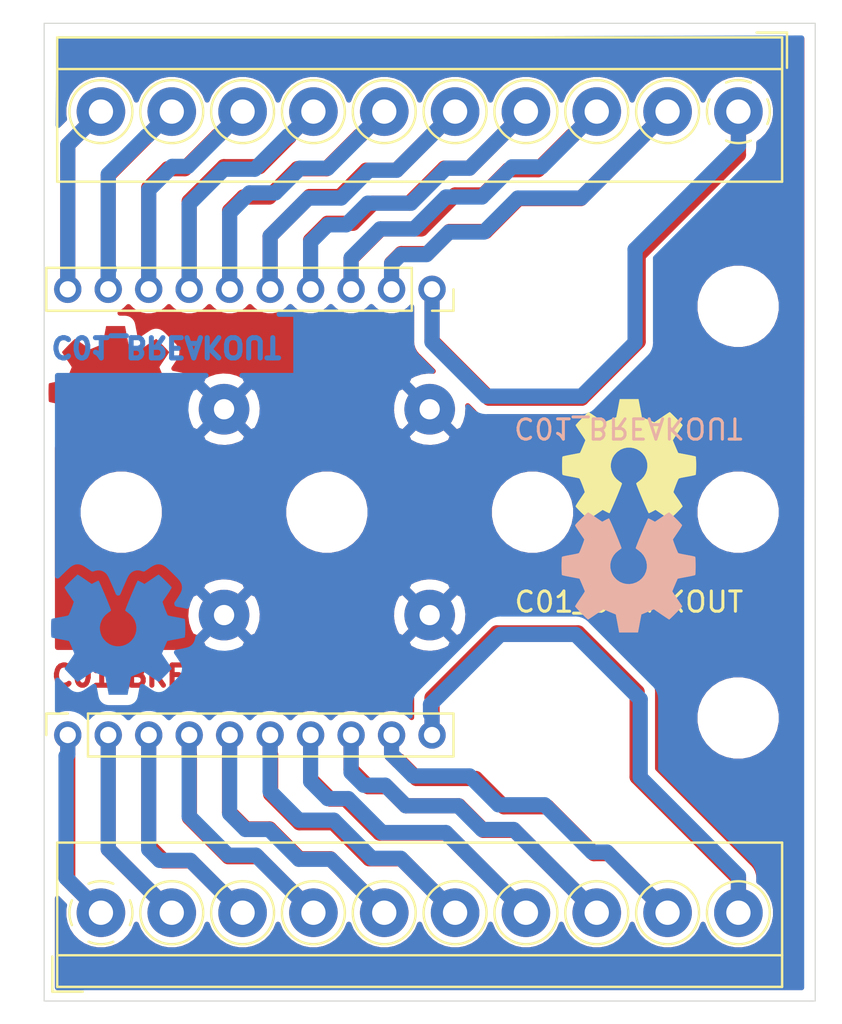
<source format=kicad_pcb>
(kicad_pcb (version 20171130) (host pcbnew 5.1.5-52549c5~86~ubuntu18.04.1)

  (general
    (thickness 1.6)
    (drawings 8)
    (tracks 245)
    (zones 0)
    (modules 20)
    (nets 22)
  )

  (page A4)
  (title_block
    (title C01_BREAKOUT)
    (company Galopago)
  )

  (layers
    (0 F.Cu signal)
    (31 B.Cu signal)
    (32 B.Adhes user)
    (33 F.Adhes user)
    (34 B.Paste user)
    (35 F.Paste user)
    (36 B.SilkS user)
    (37 F.SilkS user)
    (38 B.Mask user)
    (39 F.Mask user)
    (40 Dwgs.User user)
    (41 Cmts.User user)
    (42 Eco1.User user)
    (43 Eco2.User user)
    (44 Edge.Cuts user)
    (45 Margin user)
    (46 B.CrtYd user)
    (47 F.CrtYd user)
    (48 B.Fab user)
    (49 F.Fab user)
  )

  (setup
    (last_trace_width 0.75)
    (trace_clearance 0.2)
    (zone_clearance 0.508)
    (zone_45_only no)
    (trace_min 0.2)
    (via_size 0.8)
    (via_drill 0.4)
    (via_min_size 0.4)
    (via_min_drill 0.3)
    (uvia_size 0.3)
    (uvia_drill 0.1)
    (uvias_allowed no)
    (uvia_min_size 0.2)
    (uvia_min_drill 0.1)
    (edge_width 0.05)
    (segment_width 0.2)
    (pcb_text_width 0.3)
    (pcb_text_size 1.5 1.5)
    (mod_edge_width 0.12)
    (mod_text_size 1 1)
    (mod_text_width 0.15)
    (pad_size 2.4 2.4)
    (pad_drill 1.2)
    (pad_to_mask_clearance 0.051)
    (solder_mask_min_width 0.25)
    (aux_axis_origin 0 0)
    (visible_elements FFFFFF7F)
    (pcbplotparams
      (layerselection 0x010f0_ffffffff)
      (usegerberextensions false)
      (usegerberattributes false)
      (usegerberadvancedattributes false)
      (creategerberjobfile false)
      (excludeedgelayer true)
      (linewidth 0.100000)
      (plotframeref false)
      (viasonmask false)
      (mode 1)
      (useauxorigin false)
      (hpglpennumber 1)
      (hpglpenspeed 20)
      (hpglpendiameter 15.000000)
      (psnegative false)
      (psa4output false)
      (plotreference true)
      (plotvalue true)
      (plotinvisibletext false)
      (padsonsilk false)
      (subtractmaskfromsilk false)
      (outputformat 1)
      (mirror false)
      (drillshape 0)
      (scaleselection 1)
      (outputdirectory "gerber/single/"))
  )

  (net 0 "")
  (net 1 "Net-(J0-Pad1)")
  (net 2 "Net-(J4-Pad10)")
  (net 3 "Net-(J4-Pad9)")
  (net 4 "Net-(J4-Pad8)")
  (net 5 "Net-(J4-Pad7)")
  (net 6 "Net-(J4-Pad6)")
  (net 7 "Net-(J4-Pad5)")
  (net 8 "Net-(J4-Pad4)")
  (net 9 "Net-(J4-Pad3)")
  (net 10 "Net-(J4-Pad2)")
  (net 11 "Net-(J4-Pad1)")
  (net 12 "Net-(J5-Pad10)")
  (net 13 "Net-(J5-Pad9)")
  (net 14 "Net-(J5-Pad8)")
  (net 15 "Net-(J5-Pad7)")
  (net 16 "Net-(J5-Pad6)")
  (net 17 "Net-(J5-Pad5)")
  (net 18 "Net-(J5-Pad4)")
  (net 19 "Net-(J5-Pad3)")
  (net 20 "Net-(J5-Pad2)")
  (net 21 "Net-(J5-Pad1)")

  (net_class Default "This is the default net class."
    (clearance 0.2)
    (trace_width 0.75)
    (via_dia 0.8)
    (via_drill 0.4)
    (uvia_dia 0.3)
    (uvia_drill 0.1)
    (add_net "Net-(J0-Pad1)")
    (add_net "Net-(J4-Pad1)")
    (add_net "Net-(J4-Pad10)")
    (add_net "Net-(J4-Pad2)")
    (add_net "Net-(J4-Pad3)")
    (add_net "Net-(J4-Pad4)")
    (add_net "Net-(J4-Pad5)")
    (add_net "Net-(J4-Pad6)")
    (add_net "Net-(J4-Pad7)")
    (add_net "Net-(J4-Pad8)")
    (add_net "Net-(J4-Pad9)")
    (add_net "Net-(J5-Pad1)")
    (add_net "Net-(J5-Pad10)")
    (add_net "Net-(J5-Pad2)")
    (add_net "Net-(J5-Pad3)")
    (add_net "Net-(J5-Pad4)")
    (add_net "Net-(J5-Pad5)")
    (add_net "Net-(J5-Pad6)")
    (add_net "Net-(J5-Pad7)")
    (add_net "Net-(J5-Pad8)")
    (add_net "Net-(J5-Pad9)")
  )

  (module Symbol:OSHW-Symbol_6.7x6mm_SilkScreen (layer B.Cu) (tedit 0) (tstamp 5F571E0C)
    (at 48.8696 47.0916)
    (descr "Open Source Hardware Symbol")
    (tags "Logo Symbol OSHW")
    (attr virtual)
    (fp_text reference REF** (at 0 0) (layer B.SilkS) hide
      (effects (font (size 1 1) (thickness 0.15)) (justify mirror))
    )
    (fp_text value OSHW-Symbol_6.7x6mm_SilkScreen (at 0.75 0) (layer B.Fab) hide
      (effects (font (size 1 1) (thickness 0.15)) (justify mirror))
    )
    (fp_poly (pts (xy 0.555814 2.531069) (xy 0.639635 2.086445) (xy 0.94892 1.958947) (xy 1.258206 1.831449)
      (xy 1.629246 2.083754) (xy 1.733157 2.154004) (xy 1.827087 2.216728) (xy 1.906652 2.269062)
      (xy 1.96747 2.308143) (xy 2.005157 2.331107) (xy 2.015421 2.336058) (xy 2.03391 2.323324)
      (xy 2.07342 2.288118) (xy 2.129522 2.234938) (xy 2.197787 2.168282) (xy 2.273786 2.092646)
      (xy 2.353092 2.012528) (xy 2.431275 1.932426) (xy 2.503907 1.856836) (xy 2.566559 1.790255)
      (xy 2.614803 1.737182) (xy 2.64421 1.702113) (xy 2.651241 1.690377) (xy 2.641123 1.66874)
      (xy 2.612759 1.621338) (xy 2.569129 1.552807) (xy 2.513218 1.467785) (xy 2.448006 1.370907)
      (xy 2.410219 1.31565) (xy 2.341343 1.214752) (xy 2.28014 1.123701) (xy 2.229578 1.04703)
      (xy 2.192628 0.989272) (xy 2.172258 0.954957) (xy 2.169197 0.947746) (xy 2.176136 0.927252)
      (xy 2.195051 0.879487) (xy 2.223087 0.811168) (xy 2.257391 0.729011) (xy 2.295109 0.63973)
      (xy 2.333387 0.550042) (xy 2.36937 0.466662) (xy 2.400206 0.396306) (xy 2.423039 0.34569)
      (xy 2.435017 0.321529) (xy 2.435724 0.320578) (xy 2.454531 0.315964) (xy 2.504618 0.305672)
      (xy 2.580793 0.290713) (xy 2.677865 0.272099) (xy 2.790643 0.250841) (xy 2.856442 0.238582)
      (xy 2.97695 0.215638) (xy 3.085797 0.193805) (xy 3.177476 0.174278) (xy 3.246481 0.158252)
      (xy 3.287304 0.146921) (xy 3.295511 0.143326) (xy 3.303548 0.118994) (xy 3.310033 0.064041)
      (xy 3.31497 -0.015108) (xy 3.318364 -0.112026) (xy 3.320218 -0.220287) (xy 3.320538 -0.333465)
      (xy 3.319327 -0.445135) (xy 3.31659 -0.548868) (xy 3.312331 -0.638241) (xy 3.306555 -0.706826)
      (xy 3.299267 -0.748197) (xy 3.294895 -0.75681) (xy 3.268764 -0.767133) (xy 3.213393 -0.781892)
      (xy 3.136107 -0.799352) (xy 3.04423 -0.81778) (xy 3.012158 -0.823741) (xy 2.857524 -0.852066)
      (xy 2.735375 -0.874876) (xy 2.641673 -0.89308) (xy 2.572384 -0.907583) (xy 2.523471 -0.919292)
      (xy 2.490897 -0.929115) (xy 2.470628 -0.937956) (xy 2.458626 -0.946724) (xy 2.456947 -0.948457)
      (xy 2.440184 -0.976371) (xy 2.414614 -1.030695) (xy 2.382788 -1.104777) (xy 2.34726 -1.191965)
      (xy 2.310583 -1.285608) (xy 2.275311 -1.379052) (xy 2.243996 -1.465647) (xy 2.219193 -1.53874)
      (xy 2.203454 -1.591678) (xy 2.199332 -1.617811) (xy 2.199676 -1.618726) (xy 2.213641 -1.640086)
      (xy 2.245322 -1.687084) (xy 2.291391 -1.754827) (xy 2.348518 -1.838423) (xy 2.413373 -1.932982)
      (xy 2.431843 -1.959854) (xy 2.497699 -2.057275) (xy 2.55565 -2.146163) (xy 2.602538 -2.221412)
      (xy 2.635207 -2.27792) (xy 2.6505 -2.310581) (xy 2.651241 -2.314593) (xy 2.638392 -2.335684)
      (xy 2.602888 -2.377464) (xy 2.549293 -2.435445) (xy 2.482171 -2.505135) (xy 2.406087 -2.582045)
      (xy 2.325604 -2.661683) (xy 2.245287 -2.739561) (xy 2.169699 -2.811186) (xy 2.103405 -2.87207)
      (xy 2.050969 -2.917721) (xy 2.016955 -2.94365) (xy 2.007545 -2.947883) (xy 1.985643 -2.937912)
      (xy 1.9408 -2.91102) (xy 1.880321 -2.871736) (xy 1.833789 -2.840117) (xy 1.749475 -2.782098)
      (xy 1.649626 -2.713784) (xy 1.549473 -2.645579) (xy 1.495627 -2.609075) (xy 1.313371 -2.4858)
      (xy 1.160381 -2.56852) (xy 1.090682 -2.604759) (xy 1.031414 -2.632926) (xy 0.991311 -2.648991)
      (xy 0.981103 -2.651226) (xy 0.968829 -2.634722) (xy 0.944613 -2.588082) (xy 0.910263 -2.515609)
      (xy 0.867588 -2.421606) (xy 0.818394 -2.310374) (xy 0.76449 -2.186215) (xy 0.707684 -2.053432)
      (xy 0.649782 -1.916327) (xy 0.592593 -1.779202) (xy 0.537924 -1.646358) (xy 0.487584 -1.522098)
      (xy 0.44338 -1.410725) (xy 0.407119 -1.316539) (xy 0.380609 -1.243844) (xy 0.365658 -1.196941)
      (xy 0.363254 -1.180833) (xy 0.382311 -1.160286) (xy 0.424036 -1.126933) (xy 0.479706 -1.087702)
      (xy 0.484378 -1.084599) (xy 0.628264 -0.969423) (xy 0.744283 -0.835053) (xy 0.83143 -0.685784)
      (xy 0.888699 -0.525913) (xy 0.915086 -0.359737) (xy 0.909585 -0.191552) (xy 0.87119 -0.025655)
      (xy 0.798895 0.133658) (xy 0.777626 0.168513) (xy 0.666996 0.309263) (xy 0.536302 0.422286)
      (xy 0.390064 0.506997) (xy 0.232808 0.562806) (xy 0.069057 0.589126) (xy -0.096667 0.58537)
      (xy -0.259838 0.55095) (xy -0.415935 0.485277) (xy -0.560433 0.387765) (xy -0.605131 0.348187)
      (xy -0.718888 0.224297) (xy -0.801782 0.093876) (xy -0.858644 -0.052315) (xy -0.890313 -0.197088)
      (xy -0.898131 -0.35986) (xy -0.872062 -0.52344) (xy -0.814755 -0.682298) (xy -0.728856 -0.830906)
      (xy -0.617014 -0.963735) (xy -0.481877 -1.075256) (xy -0.464117 -1.087011) (xy -0.40785 -1.125508)
      (xy -0.365077 -1.158863) (xy -0.344628 -1.18016) (xy -0.344331 -1.180833) (xy -0.348721 -1.203871)
      (xy -0.366124 -1.256157) (xy -0.394732 -1.33339) (xy -0.432735 -1.431268) (xy -0.478326 -1.545491)
      (xy -0.529697 -1.671758) (xy -0.585038 -1.805767) (xy -0.642542 -1.943218) (xy -0.700399 -2.079808)
      (xy -0.756802 -2.211237) (xy -0.809942 -2.333205) (xy -0.85801 -2.441409) (xy -0.899199 -2.531549)
      (xy -0.931699 -2.599323) (xy -0.953703 -2.64043) (xy -0.962564 -2.651226) (xy -0.98964 -2.642819)
      (xy -1.040303 -2.620272) (xy -1.105817 -2.587613) (xy -1.141841 -2.56852) (xy -1.294832 -2.4858)
      (xy -1.477088 -2.609075) (xy -1.570125 -2.672228) (xy -1.671985 -2.741727) (xy -1.767438 -2.807165)
      (xy -1.81525 -2.840117) (xy -1.882495 -2.885273) (xy -1.939436 -2.921057) (xy -1.978646 -2.942938)
      (xy -1.991381 -2.947563) (xy -2.009917 -2.935085) (xy -2.050941 -2.900252) (xy -2.110475 -2.846678)
      (xy -2.184542 -2.777983) (xy -2.269165 -2.697781) (xy -2.322685 -2.646286) (xy -2.416319 -2.554286)
      (xy -2.497241 -2.471999) (xy -2.562177 -2.402945) (xy -2.607858 -2.350644) (xy -2.631011 -2.318616)
      (xy -2.633232 -2.312116) (xy -2.622924 -2.287394) (xy -2.594439 -2.237405) (xy -2.550937 -2.167212)
      (xy -2.495577 -2.081875) (xy -2.43152 -1.986456) (xy -2.413303 -1.959854) (xy -2.346927 -1.863167)
      (xy -2.287378 -1.776117) (xy -2.237984 -1.703595) (xy -2.202075 -1.650493) (xy -2.182981 -1.621703)
      (xy -2.181136 -1.618726) (xy -2.183895 -1.595782) (xy -2.198538 -1.545336) (xy -2.222513 -1.474041)
      (xy -2.253266 -1.388547) (xy -2.288244 -1.295507) (xy -2.324893 -1.201574) (xy -2.360661 -1.113399)
      (xy -2.392994 -1.037634) (xy -2.419338 -0.980931) (xy -2.437142 -0.949943) (xy -2.438407 -0.948457)
      (xy -2.449294 -0.939601) (xy -2.467682 -0.930843) (xy -2.497606 -0.921277) (xy -2.543103 -0.909996)
      (xy -2.608209 -0.896093) (xy -2.696961 -0.878663) (xy -2.813393 -0.856798) (xy -2.961542 -0.829591)
      (xy -2.993618 -0.823741) (xy -3.088686 -0.805374) (xy -3.171565 -0.787405) (xy -3.23493 -0.771569)
      (xy -3.271458 -0.7596) (xy -3.276356 -0.75681) (xy -3.284427 -0.732072) (xy -3.290987 -0.67679)
      (xy -3.296033 -0.597389) (xy -3.299559 -0.500296) (xy -3.301561 -0.391938) (xy -3.302036 -0.27874)
      (xy -3.300977 -0.167128) (xy -3.298382 -0.063529) (xy -3.294246 0.025632) (xy -3.288563 0.093928)
      (xy -3.281331 0.134934) (xy -3.276971 0.143326) (xy -3.252698 0.151792) (xy -3.197426 0.165565)
      (xy -3.116662 0.18345) (xy -3.015912 0.204252) (xy -2.900683 0.226777) (xy -2.837902 0.238582)
      (xy -2.718787 0.260849) (xy -2.612565 0.281021) (xy -2.524427 0.298085) (xy -2.459566 0.311031)
      (xy -2.423174 0.318845) (xy -2.417184 0.320578) (xy -2.407061 0.34011) (xy -2.385662 0.387157)
      (xy -2.355839 0.454997) (xy -2.320445 0.536909) (xy -2.282332 0.626172) (xy -2.244353 0.716065)
      (xy -2.20936 0.799865) (xy -2.180206 0.870853) (xy -2.159743 0.922306) (xy -2.150823 0.947503)
      (xy -2.150657 0.948604) (xy -2.160769 0.968481) (xy -2.189117 1.014223) (xy -2.232723 1.081283)
      (xy -2.288606 1.165116) (xy -2.353787 1.261174) (xy -2.391679 1.31635) (xy -2.460725 1.417519)
      (xy -2.52205 1.50937) (xy -2.572663 1.587256) (xy -2.609571 1.646531) (xy -2.629782 1.682549)
      (xy -2.632701 1.690623) (xy -2.620153 1.709416) (xy -2.585463 1.749543) (xy -2.533063 1.806507)
      (xy -2.467384 1.875815) (xy -2.392856 1.952969) (xy -2.313913 2.033475) (xy -2.234983 2.112837)
      (xy -2.1605 2.18656) (xy -2.094894 2.250148) (xy -2.042596 2.299106) (xy -2.008039 2.328939)
      (xy -1.996478 2.336058) (xy -1.977654 2.326047) (xy -1.932631 2.297922) (xy -1.865787 2.254546)
      (xy -1.781499 2.198782) (xy -1.684144 2.133494) (xy -1.610707 2.083754) (xy -1.239667 1.831449)
      (xy -0.621095 2.086445) (xy -0.537275 2.531069) (xy -0.453454 2.975693) (xy 0.471994 2.975693)
      (xy 0.555814 2.531069)) (layer B.SilkS) (width 0.01))
  )

  (module Symbol:OSHW-Symbol_6.7x6mm_Copper (layer B.Cu) (tedit 0) (tstamp 5F571DFA)
    (at 23.6474 50.165)
    (descr "Open Source Hardware Symbol")
    (tags "Logo Symbol OSHW")
    (attr virtual)
    (fp_text reference REF** (at 0 0) (layer B.SilkS) hide
      (effects (font (size 1 1) (thickness 0.15)) (justify mirror))
    )
    (fp_text value OSHW-Symbol_6.7x6mm_Copper (at 0.75 0) (layer B.Fab) hide
      (effects (font (size 1 1) (thickness 0.15)) (justify mirror))
    )
    (fp_poly (pts (xy 0.555814 2.531069) (xy 0.639635 2.086445) (xy 0.94892 1.958947) (xy 1.258206 1.831449)
      (xy 1.629246 2.083754) (xy 1.733157 2.154004) (xy 1.827087 2.216728) (xy 1.906652 2.269062)
      (xy 1.96747 2.308143) (xy 2.005157 2.331107) (xy 2.015421 2.336058) (xy 2.03391 2.323324)
      (xy 2.07342 2.288118) (xy 2.129522 2.234938) (xy 2.197787 2.168282) (xy 2.273786 2.092646)
      (xy 2.353092 2.012528) (xy 2.431275 1.932426) (xy 2.503907 1.856836) (xy 2.566559 1.790255)
      (xy 2.614803 1.737182) (xy 2.64421 1.702113) (xy 2.651241 1.690377) (xy 2.641123 1.66874)
      (xy 2.612759 1.621338) (xy 2.569129 1.552807) (xy 2.513218 1.467785) (xy 2.448006 1.370907)
      (xy 2.410219 1.31565) (xy 2.341343 1.214752) (xy 2.28014 1.123701) (xy 2.229578 1.04703)
      (xy 2.192628 0.989272) (xy 2.172258 0.954957) (xy 2.169197 0.947746) (xy 2.176136 0.927252)
      (xy 2.195051 0.879487) (xy 2.223087 0.811168) (xy 2.257391 0.729011) (xy 2.295109 0.63973)
      (xy 2.333387 0.550042) (xy 2.36937 0.466662) (xy 2.400206 0.396306) (xy 2.423039 0.34569)
      (xy 2.435017 0.321529) (xy 2.435724 0.320578) (xy 2.454531 0.315964) (xy 2.504618 0.305672)
      (xy 2.580793 0.290713) (xy 2.677865 0.272099) (xy 2.790643 0.250841) (xy 2.856442 0.238582)
      (xy 2.97695 0.215638) (xy 3.085797 0.193805) (xy 3.177476 0.174278) (xy 3.246481 0.158252)
      (xy 3.287304 0.146921) (xy 3.295511 0.143326) (xy 3.303548 0.118994) (xy 3.310033 0.064041)
      (xy 3.31497 -0.015108) (xy 3.318364 -0.112026) (xy 3.320218 -0.220287) (xy 3.320538 -0.333465)
      (xy 3.319327 -0.445135) (xy 3.31659 -0.548868) (xy 3.312331 -0.638241) (xy 3.306555 -0.706826)
      (xy 3.299267 -0.748197) (xy 3.294895 -0.75681) (xy 3.268764 -0.767133) (xy 3.213393 -0.781892)
      (xy 3.136107 -0.799352) (xy 3.04423 -0.81778) (xy 3.012158 -0.823741) (xy 2.857524 -0.852066)
      (xy 2.735375 -0.874876) (xy 2.641673 -0.89308) (xy 2.572384 -0.907583) (xy 2.523471 -0.919292)
      (xy 2.490897 -0.929115) (xy 2.470628 -0.937956) (xy 2.458626 -0.946724) (xy 2.456947 -0.948457)
      (xy 2.440184 -0.976371) (xy 2.414614 -1.030695) (xy 2.382788 -1.104777) (xy 2.34726 -1.191965)
      (xy 2.310583 -1.285608) (xy 2.275311 -1.379052) (xy 2.243996 -1.465647) (xy 2.219193 -1.53874)
      (xy 2.203454 -1.591678) (xy 2.199332 -1.617811) (xy 2.199676 -1.618726) (xy 2.213641 -1.640086)
      (xy 2.245322 -1.687084) (xy 2.291391 -1.754827) (xy 2.348518 -1.838423) (xy 2.413373 -1.932982)
      (xy 2.431843 -1.959854) (xy 2.497699 -2.057275) (xy 2.55565 -2.146163) (xy 2.602538 -2.221412)
      (xy 2.635207 -2.27792) (xy 2.6505 -2.310581) (xy 2.651241 -2.314593) (xy 2.638392 -2.335684)
      (xy 2.602888 -2.377464) (xy 2.549293 -2.435445) (xy 2.482171 -2.505135) (xy 2.406087 -2.582045)
      (xy 2.325604 -2.661683) (xy 2.245287 -2.739561) (xy 2.169699 -2.811186) (xy 2.103405 -2.87207)
      (xy 2.050969 -2.917721) (xy 2.016955 -2.94365) (xy 2.007545 -2.947883) (xy 1.985643 -2.937912)
      (xy 1.9408 -2.91102) (xy 1.880321 -2.871736) (xy 1.833789 -2.840117) (xy 1.749475 -2.782098)
      (xy 1.649626 -2.713784) (xy 1.549473 -2.645579) (xy 1.495627 -2.609075) (xy 1.313371 -2.4858)
      (xy 1.160381 -2.56852) (xy 1.090682 -2.604759) (xy 1.031414 -2.632926) (xy 0.991311 -2.648991)
      (xy 0.981103 -2.651226) (xy 0.968829 -2.634722) (xy 0.944613 -2.588082) (xy 0.910263 -2.515609)
      (xy 0.867588 -2.421606) (xy 0.818394 -2.310374) (xy 0.76449 -2.186215) (xy 0.707684 -2.053432)
      (xy 0.649782 -1.916327) (xy 0.592593 -1.779202) (xy 0.537924 -1.646358) (xy 0.487584 -1.522098)
      (xy 0.44338 -1.410725) (xy 0.407119 -1.316539) (xy 0.380609 -1.243844) (xy 0.365658 -1.196941)
      (xy 0.363254 -1.180833) (xy 0.382311 -1.160286) (xy 0.424036 -1.126933) (xy 0.479706 -1.087702)
      (xy 0.484378 -1.084599) (xy 0.628264 -0.969423) (xy 0.744283 -0.835053) (xy 0.83143 -0.685784)
      (xy 0.888699 -0.525913) (xy 0.915086 -0.359737) (xy 0.909585 -0.191552) (xy 0.87119 -0.025655)
      (xy 0.798895 0.133658) (xy 0.777626 0.168513) (xy 0.666996 0.309263) (xy 0.536302 0.422286)
      (xy 0.390064 0.506997) (xy 0.232808 0.562806) (xy 0.069057 0.589126) (xy -0.096667 0.58537)
      (xy -0.259838 0.55095) (xy -0.415935 0.485277) (xy -0.560433 0.387765) (xy -0.605131 0.348187)
      (xy -0.718888 0.224297) (xy -0.801782 0.093876) (xy -0.858644 -0.052315) (xy -0.890313 -0.197088)
      (xy -0.898131 -0.35986) (xy -0.872062 -0.52344) (xy -0.814755 -0.682298) (xy -0.728856 -0.830906)
      (xy -0.617014 -0.963735) (xy -0.481877 -1.075256) (xy -0.464117 -1.087011) (xy -0.40785 -1.125508)
      (xy -0.365077 -1.158863) (xy -0.344628 -1.18016) (xy -0.344331 -1.180833) (xy -0.348721 -1.203871)
      (xy -0.366124 -1.256157) (xy -0.394732 -1.33339) (xy -0.432735 -1.431268) (xy -0.478326 -1.545491)
      (xy -0.529697 -1.671758) (xy -0.585038 -1.805767) (xy -0.642542 -1.943218) (xy -0.700399 -2.079808)
      (xy -0.756802 -2.211237) (xy -0.809942 -2.333205) (xy -0.85801 -2.441409) (xy -0.899199 -2.531549)
      (xy -0.931699 -2.599323) (xy -0.953703 -2.64043) (xy -0.962564 -2.651226) (xy -0.98964 -2.642819)
      (xy -1.040303 -2.620272) (xy -1.105817 -2.587613) (xy -1.141841 -2.56852) (xy -1.294832 -2.4858)
      (xy -1.477088 -2.609075) (xy -1.570125 -2.672228) (xy -1.671985 -2.741727) (xy -1.767438 -2.807165)
      (xy -1.81525 -2.840117) (xy -1.882495 -2.885273) (xy -1.939436 -2.921057) (xy -1.978646 -2.942938)
      (xy -1.991381 -2.947563) (xy -2.009917 -2.935085) (xy -2.050941 -2.900252) (xy -2.110475 -2.846678)
      (xy -2.184542 -2.777983) (xy -2.269165 -2.697781) (xy -2.322685 -2.646286) (xy -2.416319 -2.554286)
      (xy -2.497241 -2.471999) (xy -2.562177 -2.402945) (xy -2.607858 -2.350644) (xy -2.631011 -2.318616)
      (xy -2.633232 -2.312116) (xy -2.622924 -2.287394) (xy -2.594439 -2.237405) (xy -2.550937 -2.167212)
      (xy -2.495577 -2.081875) (xy -2.43152 -1.986456) (xy -2.413303 -1.959854) (xy -2.346927 -1.863167)
      (xy -2.287378 -1.776117) (xy -2.237984 -1.703595) (xy -2.202075 -1.650493) (xy -2.182981 -1.621703)
      (xy -2.181136 -1.618726) (xy -2.183895 -1.595782) (xy -2.198538 -1.545336) (xy -2.222513 -1.474041)
      (xy -2.253266 -1.388547) (xy -2.288244 -1.295507) (xy -2.324893 -1.201574) (xy -2.360661 -1.113399)
      (xy -2.392994 -1.037634) (xy -2.419338 -0.980931) (xy -2.437142 -0.949943) (xy -2.438407 -0.948457)
      (xy -2.449294 -0.939601) (xy -2.467682 -0.930843) (xy -2.497606 -0.921277) (xy -2.543103 -0.909996)
      (xy -2.608209 -0.896093) (xy -2.696961 -0.878663) (xy -2.813393 -0.856798) (xy -2.961542 -0.829591)
      (xy -2.993618 -0.823741) (xy -3.088686 -0.805374) (xy -3.171565 -0.787405) (xy -3.23493 -0.771569)
      (xy -3.271458 -0.7596) (xy -3.276356 -0.75681) (xy -3.284427 -0.732072) (xy -3.290987 -0.67679)
      (xy -3.296033 -0.597389) (xy -3.299559 -0.500296) (xy -3.301561 -0.391938) (xy -3.302036 -0.27874)
      (xy -3.300977 -0.167128) (xy -3.298382 -0.063529) (xy -3.294246 0.025632) (xy -3.288563 0.093928)
      (xy -3.281331 0.134934) (xy -3.276971 0.143326) (xy -3.252698 0.151792) (xy -3.197426 0.165565)
      (xy -3.116662 0.18345) (xy -3.015912 0.204252) (xy -2.900683 0.226777) (xy -2.837902 0.238582)
      (xy -2.718787 0.260849) (xy -2.612565 0.281021) (xy -2.524427 0.298085) (xy -2.459566 0.311031)
      (xy -2.423174 0.318845) (xy -2.417184 0.320578) (xy -2.407061 0.34011) (xy -2.385662 0.387157)
      (xy -2.355839 0.454997) (xy -2.320445 0.536909) (xy -2.282332 0.626172) (xy -2.244353 0.716065)
      (xy -2.20936 0.799865) (xy -2.180206 0.870853) (xy -2.159743 0.922306) (xy -2.150823 0.947503)
      (xy -2.150657 0.948604) (xy -2.160769 0.968481) (xy -2.189117 1.014223) (xy -2.232723 1.081283)
      (xy -2.288606 1.165116) (xy -2.353787 1.261174) (xy -2.391679 1.31635) (xy -2.460725 1.417519)
      (xy -2.52205 1.50937) (xy -2.572663 1.587256) (xy -2.609571 1.646531) (xy -2.629782 1.682549)
      (xy -2.632701 1.690623) (xy -2.620153 1.709416) (xy -2.585463 1.749543) (xy -2.533063 1.806507)
      (xy -2.467384 1.875815) (xy -2.392856 1.952969) (xy -2.313913 2.033475) (xy -2.234983 2.112837)
      (xy -2.1605 2.18656) (xy -2.094894 2.250148) (xy -2.042596 2.299106) (xy -2.008039 2.328939)
      (xy -1.996478 2.336058) (xy -1.977654 2.326047) (xy -1.932631 2.297922) (xy -1.865787 2.254546)
      (xy -1.781499 2.198782) (xy -1.684144 2.133494) (xy -1.610707 2.083754) (xy -1.239667 1.831449)
      (xy -0.621095 2.086445) (xy -0.537275 2.531069) (xy -0.453454 2.975693) (xy 0.471994 2.975693)
      (xy 0.555814 2.531069)) (layer B.Cu) (width 0.01))
  )

  (module Symbol:OSHW-Symbol_6.7x6mm_Copper (layer F.Cu) (tedit 0) (tstamp 5F571938)
    (at 23.5204 37.9222)
    (descr "Open Source Hardware Symbol")
    (tags "Logo Symbol OSHW")
    (attr virtual)
    (fp_text reference REF** (at 0 0) (layer F.SilkS) hide
      (effects (font (size 1 1) (thickness 0.15)))
    )
    (fp_text value OSHW-Symbol_6.7x6mm_Copper (at 0.75 0) (layer F.Fab) hide
      (effects (font (size 1 1) (thickness 0.15)))
    )
    (fp_poly (pts (xy 0.555814 -2.531069) (xy 0.639635 -2.086445) (xy 0.94892 -1.958947) (xy 1.258206 -1.831449)
      (xy 1.629246 -2.083754) (xy 1.733157 -2.154004) (xy 1.827087 -2.216728) (xy 1.906652 -2.269062)
      (xy 1.96747 -2.308143) (xy 2.005157 -2.331107) (xy 2.015421 -2.336058) (xy 2.03391 -2.323324)
      (xy 2.07342 -2.288118) (xy 2.129522 -2.234938) (xy 2.197787 -2.168282) (xy 2.273786 -2.092646)
      (xy 2.353092 -2.012528) (xy 2.431275 -1.932426) (xy 2.503907 -1.856836) (xy 2.566559 -1.790255)
      (xy 2.614803 -1.737182) (xy 2.64421 -1.702113) (xy 2.651241 -1.690377) (xy 2.641123 -1.66874)
      (xy 2.612759 -1.621338) (xy 2.569129 -1.552807) (xy 2.513218 -1.467785) (xy 2.448006 -1.370907)
      (xy 2.410219 -1.31565) (xy 2.341343 -1.214752) (xy 2.28014 -1.123701) (xy 2.229578 -1.04703)
      (xy 2.192628 -0.989272) (xy 2.172258 -0.954957) (xy 2.169197 -0.947746) (xy 2.176136 -0.927252)
      (xy 2.195051 -0.879487) (xy 2.223087 -0.811168) (xy 2.257391 -0.729011) (xy 2.295109 -0.63973)
      (xy 2.333387 -0.550042) (xy 2.36937 -0.466662) (xy 2.400206 -0.396306) (xy 2.423039 -0.34569)
      (xy 2.435017 -0.321529) (xy 2.435724 -0.320578) (xy 2.454531 -0.315964) (xy 2.504618 -0.305672)
      (xy 2.580793 -0.290713) (xy 2.677865 -0.272099) (xy 2.790643 -0.250841) (xy 2.856442 -0.238582)
      (xy 2.97695 -0.215638) (xy 3.085797 -0.193805) (xy 3.177476 -0.174278) (xy 3.246481 -0.158252)
      (xy 3.287304 -0.146921) (xy 3.295511 -0.143326) (xy 3.303548 -0.118994) (xy 3.310033 -0.064041)
      (xy 3.31497 0.015108) (xy 3.318364 0.112026) (xy 3.320218 0.220287) (xy 3.320538 0.333465)
      (xy 3.319327 0.445135) (xy 3.31659 0.548868) (xy 3.312331 0.638241) (xy 3.306555 0.706826)
      (xy 3.299267 0.748197) (xy 3.294895 0.75681) (xy 3.268764 0.767133) (xy 3.213393 0.781892)
      (xy 3.136107 0.799352) (xy 3.04423 0.81778) (xy 3.012158 0.823741) (xy 2.857524 0.852066)
      (xy 2.735375 0.874876) (xy 2.641673 0.89308) (xy 2.572384 0.907583) (xy 2.523471 0.919292)
      (xy 2.490897 0.929115) (xy 2.470628 0.937956) (xy 2.458626 0.946724) (xy 2.456947 0.948457)
      (xy 2.440184 0.976371) (xy 2.414614 1.030695) (xy 2.382788 1.104777) (xy 2.34726 1.191965)
      (xy 2.310583 1.285608) (xy 2.275311 1.379052) (xy 2.243996 1.465647) (xy 2.219193 1.53874)
      (xy 2.203454 1.591678) (xy 2.199332 1.617811) (xy 2.199676 1.618726) (xy 2.213641 1.640086)
      (xy 2.245322 1.687084) (xy 2.291391 1.754827) (xy 2.348518 1.838423) (xy 2.413373 1.932982)
      (xy 2.431843 1.959854) (xy 2.497699 2.057275) (xy 2.55565 2.146163) (xy 2.602538 2.221412)
      (xy 2.635207 2.27792) (xy 2.6505 2.310581) (xy 2.651241 2.314593) (xy 2.638392 2.335684)
      (xy 2.602888 2.377464) (xy 2.549293 2.435445) (xy 2.482171 2.505135) (xy 2.406087 2.582045)
      (xy 2.325604 2.661683) (xy 2.245287 2.739561) (xy 2.169699 2.811186) (xy 2.103405 2.87207)
      (xy 2.050969 2.917721) (xy 2.016955 2.94365) (xy 2.007545 2.947883) (xy 1.985643 2.937912)
      (xy 1.9408 2.91102) (xy 1.880321 2.871736) (xy 1.833789 2.840117) (xy 1.749475 2.782098)
      (xy 1.649626 2.713784) (xy 1.549473 2.645579) (xy 1.495627 2.609075) (xy 1.313371 2.4858)
      (xy 1.160381 2.56852) (xy 1.090682 2.604759) (xy 1.031414 2.632926) (xy 0.991311 2.648991)
      (xy 0.981103 2.651226) (xy 0.968829 2.634722) (xy 0.944613 2.588082) (xy 0.910263 2.515609)
      (xy 0.867588 2.421606) (xy 0.818394 2.310374) (xy 0.76449 2.186215) (xy 0.707684 2.053432)
      (xy 0.649782 1.916327) (xy 0.592593 1.779202) (xy 0.537924 1.646358) (xy 0.487584 1.522098)
      (xy 0.44338 1.410725) (xy 0.407119 1.316539) (xy 0.380609 1.243844) (xy 0.365658 1.196941)
      (xy 0.363254 1.180833) (xy 0.382311 1.160286) (xy 0.424036 1.126933) (xy 0.479706 1.087702)
      (xy 0.484378 1.084599) (xy 0.628264 0.969423) (xy 0.744283 0.835053) (xy 0.83143 0.685784)
      (xy 0.888699 0.525913) (xy 0.915086 0.359737) (xy 0.909585 0.191552) (xy 0.87119 0.025655)
      (xy 0.798895 -0.133658) (xy 0.777626 -0.168513) (xy 0.666996 -0.309263) (xy 0.536302 -0.422286)
      (xy 0.390064 -0.506997) (xy 0.232808 -0.562806) (xy 0.069057 -0.589126) (xy -0.096667 -0.58537)
      (xy -0.259838 -0.55095) (xy -0.415935 -0.485277) (xy -0.560433 -0.387765) (xy -0.605131 -0.348187)
      (xy -0.718888 -0.224297) (xy -0.801782 -0.093876) (xy -0.858644 0.052315) (xy -0.890313 0.197088)
      (xy -0.898131 0.35986) (xy -0.872062 0.52344) (xy -0.814755 0.682298) (xy -0.728856 0.830906)
      (xy -0.617014 0.963735) (xy -0.481877 1.075256) (xy -0.464117 1.087011) (xy -0.40785 1.125508)
      (xy -0.365077 1.158863) (xy -0.344628 1.18016) (xy -0.344331 1.180833) (xy -0.348721 1.203871)
      (xy -0.366124 1.256157) (xy -0.394732 1.33339) (xy -0.432735 1.431268) (xy -0.478326 1.545491)
      (xy -0.529697 1.671758) (xy -0.585038 1.805767) (xy -0.642542 1.943218) (xy -0.700399 2.079808)
      (xy -0.756802 2.211237) (xy -0.809942 2.333205) (xy -0.85801 2.441409) (xy -0.899199 2.531549)
      (xy -0.931699 2.599323) (xy -0.953703 2.64043) (xy -0.962564 2.651226) (xy -0.98964 2.642819)
      (xy -1.040303 2.620272) (xy -1.105817 2.587613) (xy -1.141841 2.56852) (xy -1.294832 2.4858)
      (xy -1.477088 2.609075) (xy -1.570125 2.672228) (xy -1.671985 2.741727) (xy -1.767438 2.807165)
      (xy -1.81525 2.840117) (xy -1.882495 2.885273) (xy -1.939436 2.921057) (xy -1.978646 2.942938)
      (xy -1.991381 2.947563) (xy -2.009917 2.935085) (xy -2.050941 2.900252) (xy -2.110475 2.846678)
      (xy -2.184542 2.777983) (xy -2.269165 2.697781) (xy -2.322685 2.646286) (xy -2.416319 2.554286)
      (xy -2.497241 2.471999) (xy -2.562177 2.402945) (xy -2.607858 2.350644) (xy -2.631011 2.318616)
      (xy -2.633232 2.312116) (xy -2.622924 2.287394) (xy -2.594439 2.237405) (xy -2.550937 2.167212)
      (xy -2.495577 2.081875) (xy -2.43152 1.986456) (xy -2.413303 1.959854) (xy -2.346927 1.863167)
      (xy -2.287378 1.776117) (xy -2.237984 1.703595) (xy -2.202075 1.650493) (xy -2.182981 1.621703)
      (xy -2.181136 1.618726) (xy -2.183895 1.595782) (xy -2.198538 1.545336) (xy -2.222513 1.474041)
      (xy -2.253266 1.388547) (xy -2.288244 1.295507) (xy -2.324893 1.201574) (xy -2.360661 1.113399)
      (xy -2.392994 1.037634) (xy -2.419338 0.980931) (xy -2.437142 0.949943) (xy -2.438407 0.948457)
      (xy -2.449294 0.939601) (xy -2.467682 0.930843) (xy -2.497606 0.921277) (xy -2.543103 0.909996)
      (xy -2.608209 0.896093) (xy -2.696961 0.878663) (xy -2.813393 0.856798) (xy -2.961542 0.829591)
      (xy -2.993618 0.823741) (xy -3.088686 0.805374) (xy -3.171565 0.787405) (xy -3.23493 0.771569)
      (xy -3.271458 0.7596) (xy -3.276356 0.75681) (xy -3.284427 0.732072) (xy -3.290987 0.67679)
      (xy -3.296033 0.597389) (xy -3.299559 0.500296) (xy -3.301561 0.391938) (xy -3.302036 0.27874)
      (xy -3.300977 0.167128) (xy -3.298382 0.063529) (xy -3.294246 -0.025632) (xy -3.288563 -0.093928)
      (xy -3.281331 -0.134934) (xy -3.276971 -0.143326) (xy -3.252698 -0.151792) (xy -3.197426 -0.165565)
      (xy -3.116662 -0.18345) (xy -3.015912 -0.204252) (xy -2.900683 -0.226777) (xy -2.837902 -0.238582)
      (xy -2.718787 -0.260849) (xy -2.612565 -0.281021) (xy -2.524427 -0.298085) (xy -2.459566 -0.311031)
      (xy -2.423174 -0.318845) (xy -2.417184 -0.320578) (xy -2.407061 -0.34011) (xy -2.385662 -0.387157)
      (xy -2.355839 -0.454997) (xy -2.320445 -0.536909) (xy -2.282332 -0.626172) (xy -2.244353 -0.716065)
      (xy -2.20936 -0.799865) (xy -2.180206 -0.870853) (xy -2.159743 -0.922306) (xy -2.150823 -0.947503)
      (xy -2.150657 -0.948604) (xy -2.160769 -0.968481) (xy -2.189117 -1.014223) (xy -2.232723 -1.081283)
      (xy -2.288606 -1.165116) (xy -2.353787 -1.261174) (xy -2.391679 -1.31635) (xy -2.460725 -1.417519)
      (xy -2.52205 -1.50937) (xy -2.572663 -1.587256) (xy -2.609571 -1.646531) (xy -2.629782 -1.682549)
      (xy -2.632701 -1.690623) (xy -2.620153 -1.709416) (xy -2.585463 -1.749543) (xy -2.533063 -1.806507)
      (xy -2.467384 -1.875815) (xy -2.392856 -1.952969) (xy -2.313913 -2.033475) (xy -2.234983 -2.112837)
      (xy -2.1605 -2.18656) (xy -2.094894 -2.250148) (xy -2.042596 -2.299106) (xy -2.008039 -2.328939)
      (xy -1.996478 -2.336058) (xy -1.977654 -2.326047) (xy -1.932631 -2.297922) (xy -1.865787 -2.254546)
      (xy -1.781499 -2.198782) (xy -1.684144 -2.133494) (xy -1.610707 -2.083754) (xy -1.239667 -1.831449)
      (xy -0.621095 -2.086445) (xy -0.537275 -2.531069) (xy -0.453454 -2.975693) (xy 0.471994 -2.975693)
      (xy 0.555814 -2.531069)) (layer F.Cu) (width 0.01))
  )

  (module Symbol:OSHW-Symbol_6.7x6mm_SilkScreen (layer F.Cu) (tedit 0) (tstamp 5F571705)
    (at 48.895 41.529)
    (descr "Open Source Hardware Symbol")
    (tags "Logo Symbol OSHW")
    (attr virtual)
    (fp_text reference REF** (at 0 0) (layer F.SilkS) hide
      (effects (font (size 1 1) (thickness 0.15)))
    )
    (fp_text value OSHW-Symbol_6.7x6mm_SilkScreen (at 0.75 0) (layer F.Fab) hide
      (effects (font (size 1 1) (thickness 0.15)))
    )
    (fp_poly (pts (xy 0.555814 -2.531069) (xy 0.639635 -2.086445) (xy 0.94892 -1.958947) (xy 1.258206 -1.831449)
      (xy 1.629246 -2.083754) (xy 1.733157 -2.154004) (xy 1.827087 -2.216728) (xy 1.906652 -2.269062)
      (xy 1.96747 -2.308143) (xy 2.005157 -2.331107) (xy 2.015421 -2.336058) (xy 2.03391 -2.323324)
      (xy 2.07342 -2.288118) (xy 2.129522 -2.234938) (xy 2.197787 -2.168282) (xy 2.273786 -2.092646)
      (xy 2.353092 -2.012528) (xy 2.431275 -1.932426) (xy 2.503907 -1.856836) (xy 2.566559 -1.790255)
      (xy 2.614803 -1.737182) (xy 2.64421 -1.702113) (xy 2.651241 -1.690377) (xy 2.641123 -1.66874)
      (xy 2.612759 -1.621338) (xy 2.569129 -1.552807) (xy 2.513218 -1.467785) (xy 2.448006 -1.370907)
      (xy 2.410219 -1.31565) (xy 2.341343 -1.214752) (xy 2.28014 -1.123701) (xy 2.229578 -1.04703)
      (xy 2.192628 -0.989272) (xy 2.172258 -0.954957) (xy 2.169197 -0.947746) (xy 2.176136 -0.927252)
      (xy 2.195051 -0.879487) (xy 2.223087 -0.811168) (xy 2.257391 -0.729011) (xy 2.295109 -0.63973)
      (xy 2.333387 -0.550042) (xy 2.36937 -0.466662) (xy 2.400206 -0.396306) (xy 2.423039 -0.34569)
      (xy 2.435017 -0.321529) (xy 2.435724 -0.320578) (xy 2.454531 -0.315964) (xy 2.504618 -0.305672)
      (xy 2.580793 -0.290713) (xy 2.677865 -0.272099) (xy 2.790643 -0.250841) (xy 2.856442 -0.238582)
      (xy 2.97695 -0.215638) (xy 3.085797 -0.193805) (xy 3.177476 -0.174278) (xy 3.246481 -0.158252)
      (xy 3.287304 -0.146921) (xy 3.295511 -0.143326) (xy 3.303548 -0.118994) (xy 3.310033 -0.064041)
      (xy 3.31497 0.015108) (xy 3.318364 0.112026) (xy 3.320218 0.220287) (xy 3.320538 0.333465)
      (xy 3.319327 0.445135) (xy 3.31659 0.548868) (xy 3.312331 0.638241) (xy 3.306555 0.706826)
      (xy 3.299267 0.748197) (xy 3.294895 0.75681) (xy 3.268764 0.767133) (xy 3.213393 0.781892)
      (xy 3.136107 0.799352) (xy 3.04423 0.81778) (xy 3.012158 0.823741) (xy 2.857524 0.852066)
      (xy 2.735375 0.874876) (xy 2.641673 0.89308) (xy 2.572384 0.907583) (xy 2.523471 0.919292)
      (xy 2.490897 0.929115) (xy 2.470628 0.937956) (xy 2.458626 0.946724) (xy 2.456947 0.948457)
      (xy 2.440184 0.976371) (xy 2.414614 1.030695) (xy 2.382788 1.104777) (xy 2.34726 1.191965)
      (xy 2.310583 1.285608) (xy 2.275311 1.379052) (xy 2.243996 1.465647) (xy 2.219193 1.53874)
      (xy 2.203454 1.591678) (xy 2.199332 1.617811) (xy 2.199676 1.618726) (xy 2.213641 1.640086)
      (xy 2.245322 1.687084) (xy 2.291391 1.754827) (xy 2.348518 1.838423) (xy 2.413373 1.932982)
      (xy 2.431843 1.959854) (xy 2.497699 2.057275) (xy 2.55565 2.146163) (xy 2.602538 2.221412)
      (xy 2.635207 2.27792) (xy 2.6505 2.310581) (xy 2.651241 2.314593) (xy 2.638392 2.335684)
      (xy 2.602888 2.377464) (xy 2.549293 2.435445) (xy 2.482171 2.505135) (xy 2.406087 2.582045)
      (xy 2.325604 2.661683) (xy 2.245287 2.739561) (xy 2.169699 2.811186) (xy 2.103405 2.87207)
      (xy 2.050969 2.917721) (xy 2.016955 2.94365) (xy 2.007545 2.947883) (xy 1.985643 2.937912)
      (xy 1.9408 2.91102) (xy 1.880321 2.871736) (xy 1.833789 2.840117) (xy 1.749475 2.782098)
      (xy 1.649626 2.713784) (xy 1.549473 2.645579) (xy 1.495627 2.609075) (xy 1.313371 2.4858)
      (xy 1.160381 2.56852) (xy 1.090682 2.604759) (xy 1.031414 2.632926) (xy 0.991311 2.648991)
      (xy 0.981103 2.651226) (xy 0.968829 2.634722) (xy 0.944613 2.588082) (xy 0.910263 2.515609)
      (xy 0.867588 2.421606) (xy 0.818394 2.310374) (xy 0.76449 2.186215) (xy 0.707684 2.053432)
      (xy 0.649782 1.916327) (xy 0.592593 1.779202) (xy 0.537924 1.646358) (xy 0.487584 1.522098)
      (xy 0.44338 1.410725) (xy 0.407119 1.316539) (xy 0.380609 1.243844) (xy 0.365658 1.196941)
      (xy 0.363254 1.180833) (xy 0.382311 1.160286) (xy 0.424036 1.126933) (xy 0.479706 1.087702)
      (xy 0.484378 1.084599) (xy 0.628264 0.969423) (xy 0.744283 0.835053) (xy 0.83143 0.685784)
      (xy 0.888699 0.525913) (xy 0.915086 0.359737) (xy 0.909585 0.191552) (xy 0.87119 0.025655)
      (xy 0.798895 -0.133658) (xy 0.777626 -0.168513) (xy 0.666996 -0.309263) (xy 0.536302 -0.422286)
      (xy 0.390064 -0.506997) (xy 0.232808 -0.562806) (xy 0.069057 -0.589126) (xy -0.096667 -0.58537)
      (xy -0.259838 -0.55095) (xy -0.415935 -0.485277) (xy -0.560433 -0.387765) (xy -0.605131 -0.348187)
      (xy -0.718888 -0.224297) (xy -0.801782 -0.093876) (xy -0.858644 0.052315) (xy -0.890313 0.197088)
      (xy -0.898131 0.35986) (xy -0.872062 0.52344) (xy -0.814755 0.682298) (xy -0.728856 0.830906)
      (xy -0.617014 0.963735) (xy -0.481877 1.075256) (xy -0.464117 1.087011) (xy -0.40785 1.125508)
      (xy -0.365077 1.158863) (xy -0.344628 1.18016) (xy -0.344331 1.180833) (xy -0.348721 1.203871)
      (xy -0.366124 1.256157) (xy -0.394732 1.33339) (xy -0.432735 1.431268) (xy -0.478326 1.545491)
      (xy -0.529697 1.671758) (xy -0.585038 1.805767) (xy -0.642542 1.943218) (xy -0.700399 2.079808)
      (xy -0.756802 2.211237) (xy -0.809942 2.333205) (xy -0.85801 2.441409) (xy -0.899199 2.531549)
      (xy -0.931699 2.599323) (xy -0.953703 2.64043) (xy -0.962564 2.651226) (xy -0.98964 2.642819)
      (xy -1.040303 2.620272) (xy -1.105817 2.587613) (xy -1.141841 2.56852) (xy -1.294832 2.4858)
      (xy -1.477088 2.609075) (xy -1.570125 2.672228) (xy -1.671985 2.741727) (xy -1.767438 2.807165)
      (xy -1.81525 2.840117) (xy -1.882495 2.885273) (xy -1.939436 2.921057) (xy -1.978646 2.942938)
      (xy -1.991381 2.947563) (xy -2.009917 2.935085) (xy -2.050941 2.900252) (xy -2.110475 2.846678)
      (xy -2.184542 2.777983) (xy -2.269165 2.697781) (xy -2.322685 2.646286) (xy -2.416319 2.554286)
      (xy -2.497241 2.471999) (xy -2.562177 2.402945) (xy -2.607858 2.350644) (xy -2.631011 2.318616)
      (xy -2.633232 2.312116) (xy -2.622924 2.287394) (xy -2.594439 2.237405) (xy -2.550937 2.167212)
      (xy -2.495577 2.081875) (xy -2.43152 1.986456) (xy -2.413303 1.959854) (xy -2.346927 1.863167)
      (xy -2.287378 1.776117) (xy -2.237984 1.703595) (xy -2.202075 1.650493) (xy -2.182981 1.621703)
      (xy -2.181136 1.618726) (xy -2.183895 1.595782) (xy -2.198538 1.545336) (xy -2.222513 1.474041)
      (xy -2.253266 1.388547) (xy -2.288244 1.295507) (xy -2.324893 1.201574) (xy -2.360661 1.113399)
      (xy -2.392994 1.037634) (xy -2.419338 0.980931) (xy -2.437142 0.949943) (xy -2.438407 0.948457)
      (xy -2.449294 0.939601) (xy -2.467682 0.930843) (xy -2.497606 0.921277) (xy -2.543103 0.909996)
      (xy -2.608209 0.896093) (xy -2.696961 0.878663) (xy -2.813393 0.856798) (xy -2.961542 0.829591)
      (xy -2.993618 0.823741) (xy -3.088686 0.805374) (xy -3.171565 0.787405) (xy -3.23493 0.771569)
      (xy -3.271458 0.7596) (xy -3.276356 0.75681) (xy -3.284427 0.732072) (xy -3.290987 0.67679)
      (xy -3.296033 0.597389) (xy -3.299559 0.500296) (xy -3.301561 0.391938) (xy -3.302036 0.27874)
      (xy -3.300977 0.167128) (xy -3.298382 0.063529) (xy -3.294246 -0.025632) (xy -3.288563 -0.093928)
      (xy -3.281331 -0.134934) (xy -3.276971 -0.143326) (xy -3.252698 -0.151792) (xy -3.197426 -0.165565)
      (xy -3.116662 -0.18345) (xy -3.015912 -0.204252) (xy -2.900683 -0.226777) (xy -2.837902 -0.238582)
      (xy -2.718787 -0.260849) (xy -2.612565 -0.281021) (xy -2.524427 -0.298085) (xy -2.459566 -0.311031)
      (xy -2.423174 -0.318845) (xy -2.417184 -0.320578) (xy -2.407061 -0.34011) (xy -2.385662 -0.387157)
      (xy -2.355839 -0.454997) (xy -2.320445 -0.536909) (xy -2.282332 -0.626172) (xy -2.244353 -0.716065)
      (xy -2.20936 -0.799865) (xy -2.180206 -0.870853) (xy -2.159743 -0.922306) (xy -2.150823 -0.947503)
      (xy -2.150657 -0.948604) (xy -2.160769 -0.968481) (xy -2.189117 -1.014223) (xy -2.232723 -1.081283)
      (xy -2.288606 -1.165116) (xy -2.353787 -1.261174) (xy -2.391679 -1.31635) (xy -2.460725 -1.417519)
      (xy -2.52205 -1.50937) (xy -2.572663 -1.587256) (xy -2.609571 -1.646531) (xy -2.629782 -1.682549)
      (xy -2.632701 -1.690623) (xy -2.620153 -1.709416) (xy -2.585463 -1.749543) (xy -2.533063 -1.806507)
      (xy -2.467384 -1.875815) (xy -2.392856 -1.952969) (xy -2.313913 -2.033475) (xy -2.234983 -2.112837)
      (xy -2.1605 -2.18656) (xy -2.094894 -2.250148) (xy -2.042596 -2.299106) (xy -2.008039 -2.328939)
      (xy -1.996478 -2.336058) (xy -1.977654 -2.326047) (xy -1.932631 -2.297922) (xy -1.865787 -2.254546)
      (xy -1.781499 -2.198782) (xy -1.684144 -2.133494) (xy -1.610707 -2.083754) (xy -1.239667 -1.831449)
      (xy -0.621095 -2.086445) (xy -0.537275 -2.531069) (xy -0.453454 -2.975693) (xy 0.471994 -2.975693)
      (xy 0.555814 -2.531069)) (layer F.SilkS) (width 0.01))
  )

  (module Connector_PinSocket_2.00mm:PinSocket_1x10_P2.00mm_Vertical (layer F.Cu) (tedit 5F5678DA) (tstamp 5F56D09F)
    (at 21.1668 55.13 90)
    (descr "Through hole straight socket strip, 1x10, 2.00mm pitch, single row (from Kicad 4.0.7), script generated")
    (tags "Through hole socket strip THT 1x10 2.00mm single row")
    (path /5F623185)
    (fp_text reference J7 (at 0 -2.5 90) (layer F.SilkS) hide
      (effects (font (size 1 1) (thickness 0.15)))
    )
    (fp_text value Conn_01x10_Female (at 0 20.5 90) (layer F.Fab)
      (effects (font (size 1 1) (thickness 0.15)))
    )
    (fp_text user %R (at 0 9) (layer F.Fab)
      (effects (font (size 1 1) (thickness 0.15)))
    )
    (fp_line (start -1.5 19.5) (end -1.5 -1.5) (layer F.CrtYd) (width 0.05))
    (fp_line (start 1.5 19.5) (end -1.5 19.5) (layer F.CrtYd) (width 0.05))
    (fp_line (start 1.5 -1.5) (end 1.5 19.5) (layer F.CrtYd) (width 0.05))
    (fp_line (start -1.5 -1.5) (end 1.5 -1.5) (layer F.CrtYd) (width 0.05))
    (fp_line (start 0 -1.06) (end 1.06 -1.06) (layer F.SilkS) (width 0.12))
    (fp_line (start 1.06 -1.06) (end 1.06 0) (layer F.SilkS) (width 0.12))
    (fp_line (start 1.06 1) (end 1.06 19.06) (layer F.SilkS) (width 0.12))
    (fp_line (start -1.06 19.06) (end 1.06 19.06) (layer F.SilkS) (width 0.12))
    (fp_line (start -1.06 1) (end -1.06 19.06) (layer F.SilkS) (width 0.12))
    (fp_line (start -1.06 1) (end 1.06 1) (layer F.SilkS) (width 0.12))
    (fp_line (start -1 19) (end -1 -1) (layer F.Fab) (width 0.1))
    (fp_line (start 1 19) (end -1 19) (layer F.Fab) (width 0.1))
    (fp_line (start 1 -0.5) (end 1 19) (layer F.Fab) (width 0.1))
    (fp_line (start 0.5 -1) (end 1 -0.5) (layer F.Fab) (width 0.1))
    (fp_line (start -1 -1) (end 0.5 -1) (layer F.Fab) (width 0.1))
    (pad 10 thru_hole oval (at 0 18 90) (size 1.35 1.35) (drill 0.8) (layers *.Cu *.Mask)
      (net 12 "Net-(J5-Pad10)"))
    (pad 9 thru_hole oval (at 0 16 90) (size 1.35 1.35) (drill 0.8) (layers *.Cu *.Mask)
      (net 13 "Net-(J5-Pad9)"))
    (pad 8 thru_hole oval (at 0 14 90) (size 1.35 1.35) (drill 0.8) (layers *.Cu *.Mask)
      (net 14 "Net-(J5-Pad8)"))
    (pad 7 thru_hole oval (at 0 12 90) (size 1.35 1.35) (drill 0.8) (layers *.Cu *.Mask)
      (net 15 "Net-(J5-Pad7)"))
    (pad 6 thru_hole oval (at 0 10 90) (size 1.35 1.35) (drill 0.8) (layers *.Cu *.Mask)
      (net 16 "Net-(J5-Pad6)"))
    (pad 5 thru_hole oval (at 0 8 90) (size 1.35 1.35) (drill 0.8) (layers *.Cu *.Mask)
      (net 17 "Net-(J5-Pad5)"))
    (pad 4 thru_hole oval (at 0 6 90) (size 1.35 1.35) (drill 0.8) (layers *.Cu *.Mask)
      (net 18 "Net-(J5-Pad4)"))
    (pad 3 thru_hole oval (at 0 4 90) (size 1.35 1.35) (drill 0.8) (layers *.Cu *.Mask)
      (net 19 "Net-(J5-Pad3)"))
    (pad 2 thru_hole oval (at 0 2 90) (size 1.35 1.35) (drill 0.8) (layers *.Cu *.Mask)
      (net 20 "Net-(J5-Pad2)"))
    (pad 1 thru_hole circle (at 0 0 90) (size 1.35 1.35) (drill 0.8) (layers *.Cu *.Mask)
      (net 21 "Net-(J5-Pad1)"))
    (model ${KISYS3DMOD}/Connector_PinSocket_2.00mm.3dshapes/PinSocket_1x10_P2.00mm_Vertical.wrl
      (at (xyz 0 0 0))
      (scale (xyz 1 1 1))
      (rotate (xyz 0 0 0))
    )
  )

  (module Connector_PinSocket_2.00mm:PinSocket_1x10_P2.00mm_Vertical (layer F.Cu) (tedit 5F5678CF) (tstamp 5F56D081)
    (at 39.1668 33.13 270)
    (descr "Through hole straight socket strip, 1x10, 2.00mm pitch, single row (from Kicad 4.0.7), script generated")
    (tags "Through hole socket strip THT 1x10 2.00mm single row")
    (path /5F621CB5)
    (fp_text reference J6 (at 0 -2.5 90) (layer F.SilkS) hide
      (effects (font (size 1 1) (thickness 0.15)))
    )
    (fp_text value Conn_01x10_Female (at 0 20.5 90) (layer F.Fab)
      (effects (font (size 1 1) (thickness 0.15)))
    )
    (fp_text user %R (at 0 9) (layer F.Fab)
      (effects (font (size 1 1) (thickness 0.15)))
    )
    (fp_line (start -1.5 19.5) (end -1.5 -1.5) (layer F.CrtYd) (width 0.05))
    (fp_line (start 1.5 19.5) (end -1.5 19.5) (layer F.CrtYd) (width 0.05))
    (fp_line (start 1.5 -1.5) (end 1.5 19.5) (layer F.CrtYd) (width 0.05))
    (fp_line (start -1.5 -1.5) (end 1.5 -1.5) (layer F.CrtYd) (width 0.05))
    (fp_line (start 0 -1.06) (end 1.06 -1.06) (layer F.SilkS) (width 0.12))
    (fp_line (start 1.06 -1.06) (end 1.06 0) (layer F.SilkS) (width 0.12))
    (fp_line (start 1.06 1) (end 1.06 19.06) (layer F.SilkS) (width 0.12))
    (fp_line (start -1.06 19.06) (end 1.06 19.06) (layer F.SilkS) (width 0.12))
    (fp_line (start -1.06 1) (end -1.06 19.06) (layer F.SilkS) (width 0.12))
    (fp_line (start -1.06 1) (end 1.06 1) (layer F.SilkS) (width 0.12))
    (fp_line (start -1 19) (end -1 -1) (layer F.Fab) (width 0.1))
    (fp_line (start 1 19) (end -1 19) (layer F.Fab) (width 0.1))
    (fp_line (start 1 -0.5) (end 1 19) (layer F.Fab) (width 0.1))
    (fp_line (start 0.5 -1) (end 1 -0.5) (layer F.Fab) (width 0.1))
    (fp_line (start -1 -1) (end 0.5 -1) (layer F.Fab) (width 0.1))
    (pad 10 thru_hole oval (at 0 18 270) (size 1.35 1.35) (drill 0.8) (layers *.Cu *.Mask)
      (net 2 "Net-(J4-Pad10)"))
    (pad 9 thru_hole oval (at 0 16 270) (size 1.35 1.35) (drill 0.8) (layers *.Cu *.Mask)
      (net 3 "Net-(J4-Pad9)"))
    (pad 8 thru_hole oval (at 0 14 270) (size 1.35 1.35) (drill 0.8) (layers *.Cu *.Mask)
      (net 4 "Net-(J4-Pad8)"))
    (pad 7 thru_hole oval (at 0 12 270) (size 1.35 1.35) (drill 0.8) (layers *.Cu *.Mask)
      (net 5 "Net-(J4-Pad7)"))
    (pad 6 thru_hole oval (at 0 10 270) (size 1.35 1.35) (drill 0.8) (layers *.Cu *.Mask)
      (net 6 "Net-(J4-Pad6)"))
    (pad 5 thru_hole oval (at 0 8 270) (size 1.35 1.35) (drill 0.8) (layers *.Cu *.Mask)
      (net 7 "Net-(J4-Pad5)"))
    (pad 4 thru_hole oval (at 0 6 270) (size 1.35 1.35) (drill 0.8) (layers *.Cu *.Mask)
      (net 8 "Net-(J4-Pad4)"))
    (pad 3 thru_hole oval (at 0 4 270) (size 1.35 1.35) (drill 0.8) (layers *.Cu *.Mask)
      (net 9 "Net-(J4-Pad3)"))
    (pad 2 thru_hole oval (at 0 2 270) (size 1.35 1.35) (drill 0.8) (layers *.Cu *.Mask)
      (net 10 "Net-(J4-Pad2)"))
    (pad 1 thru_hole circle (at 0 0 270) (size 1.35 1.35) (drill 0.8) (layers *.Cu *.Mask)
      (net 11 "Net-(J4-Pad1)"))
    (model ${KISYS3DMOD}/Connector_PinSocket_2.00mm.3dshapes/PinSocket_1x10_P2.00mm_Vertical.wrl
      (at (xyz 0 0 0))
      (scale (xyz 1 1 1))
      (rotate (xyz 0 0 0))
    )
  )

  (module TerminalBlock_4Ucon:TerminalBlock_4Ucon_1x10_P3.50mm_Horizontal (layer F.Cu) (tedit 5F567C53) (tstamp 5F568A18)
    (at 22.8052 63.9014)
    (descr "Terminal Block 4Ucon ItemNo. 10687, 10 pins, pitch 3.5mm, size 35.7x7mm^2, drill diamater 1.2mm, pad diameter 2.4mm, see http://www.4uconnector.com/online/object/4udrawing/10687.pdf, script-generated using https://github.com/pointhi/kicad-footprint-generator/scripts/TerminalBlock_4Ucon")
    (tags "THT Terminal Block 4Ucon ItemNo. 10687 pitch 3.5mm size 35.7x7mm^2 drill 1.2mm pad 2.4mm")
    (path /5F570757)
    (fp_text reference J5 (at 15.75 -4.46) (layer F.SilkS) hide
      (effects (font (size 1 1) (thickness 0.15)))
    )
    (fp_text value Conn_01x10_Female (at 15.75 4.66) (layer F.Fab)
      (effects (font (size 1 1) (thickness 0.15)))
    )
    (fp_text user %R (at 15.75 2.9) (layer F.Fab)
      (effects (font (size 1 1) (thickness 0.15)))
    )
    (fp_line (start 34.1 -3.9) (end -2.6 -3.9) (layer F.CrtYd) (width 0.05))
    (fp_line (start 34.1 4.1) (end 34.1 -3.9) (layer F.CrtYd) (width 0.05))
    (fp_line (start -2.6 4.1) (end 34.1 4.1) (layer F.CrtYd) (width 0.05))
    (fp_line (start -2.6 -3.9) (end -2.6 4.1) (layer F.CrtYd) (width 0.05))
    (fp_line (start -2.4 3.9) (end -0.9 3.9) (layer F.SilkS) (width 0.12))
    (fp_line (start -2.4 2.16) (end -2.4 3.9) (layer F.SilkS) (width 0.12))
    (fp_line (start 30.4 0.069) (end 30.4 -0.069) (layer F.Fab) (width 0.1))
    (fp_line (start 31.431 0.069) (end 30.4 0.069) (layer F.Fab) (width 0.1))
    (fp_line (start 31.431 1.1) (end 31.431 0.069) (layer F.Fab) (width 0.1))
    (fp_line (start 31.569 1.1) (end 31.431 1.1) (layer F.Fab) (width 0.1))
    (fp_line (start 31.569 0.069) (end 31.569 1.1) (layer F.Fab) (width 0.1))
    (fp_line (start 32.6 0.069) (end 31.569 0.069) (layer F.Fab) (width 0.1))
    (fp_line (start 32.6 -0.069) (end 32.6 0.069) (layer F.Fab) (width 0.1))
    (fp_line (start 31.569 -0.069) (end 32.6 -0.069) (layer F.Fab) (width 0.1))
    (fp_line (start 31.569 -1.1) (end 31.569 -0.069) (layer F.Fab) (width 0.1))
    (fp_line (start 31.431 -1.1) (end 31.569 -1.1) (layer F.Fab) (width 0.1))
    (fp_line (start 31.431 -0.069) (end 31.431 -1.1) (layer F.Fab) (width 0.1))
    (fp_line (start 30.4 -0.069) (end 31.431 -0.069) (layer F.Fab) (width 0.1))
    (fp_line (start 26.9 0.069) (end 26.9 -0.069) (layer F.Fab) (width 0.1))
    (fp_line (start 27.931 0.069) (end 26.9 0.069) (layer F.Fab) (width 0.1))
    (fp_line (start 27.931 1.1) (end 27.931 0.069) (layer F.Fab) (width 0.1))
    (fp_line (start 28.069 1.1) (end 27.931 1.1) (layer F.Fab) (width 0.1))
    (fp_line (start 28.069 0.069) (end 28.069 1.1) (layer F.Fab) (width 0.1))
    (fp_line (start 29.1 0.069) (end 28.069 0.069) (layer F.Fab) (width 0.1))
    (fp_line (start 29.1 -0.069) (end 29.1 0.069) (layer F.Fab) (width 0.1))
    (fp_line (start 28.069 -0.069) (end 29.1 -0.069) (layer F.Fab) (width 0.1))
    (fp_line (start 28.069 -1.1) (end 28.069 -0.069) (layer F.Fab) (width 0.1))
    (fp_line (start 27.931 -1.1) (end 28.069 -1.1) (layer F.Fab) (width 0.1))
    (fp_line (start 27.931 -0.069) (end 27.931 -1.1) (layer F.Fab) (width 0.1))
    (fp_line (start 26.9 -0.069) (end 27.931 -0.069) (layer F.Fab) (width 0.1))
    (fp_line (start 23.4 0.069) (end 23.4 -0.069) (layer F.Fab) (width 0.1))
    (fp_line (start 24.431 0.069) (end 23.4 0.069) (layer F.Fab) (width 0.1))
    (fp_line (start 24.431 1.1) (end 24.431 0.069) (layer F.Fab) (width 0.1))
    (fp_line (start 24.569 1.1) (end 24.431 1.1) (layer F.Fab) (width 0.1))
    (fp_line (start 24.569 0.069) (end 24.569 1.1) (layer F.Fab) (width 0.1))
    (fp_line (start 25.6 0.069) (end 24.569 0.069) (layer F.Fab) (width 0.1))
    (fp_line (start 25.6 -0.069) (end 25.6 0.069) (layer F.Fab) (width 0.1))
    (fp_line (start 24.569 -0.069) (end 25.6 -0.069) (layer F.Fab) (width 0.1))
    (fp_line (start 24.569 -1.1) (end 24.569 -0.069) (layer F.Fab) (width 0.1))
    (fp_line (start 24.431 -1.1) (end 24.569 -1.1) (layer F.Fab) (width 0.1))
    (fp_line (start 24.431 -0.069) (end 24.431 -1.1) (layer F.Fab) (width 0.1))
    (fp_line (start 23.4 -0.069) (end 24.431 -0.069) (layer F.Fab) (width 0.1))
    (fp_line (start 19.9 0.069) (end 19.9 -0.069) (layer F.Fab) (width 0.1))
    (fp_line (start 20.931 0.069) (end 19.9 0.069) (layer F.Fab) (width 0.1))
    (fp_line (start 20.931 1.1) (end 20.931 0.069) (layer F.Fab) (width 0.1))
    (fp_line (start 21.069 1.1) (end 20.931 1.1) (layer F.Fab) (width 0.1))
    (fp_line (start 21.069 0.069) (end 21.069 1.1) (layer F.Fab) (width 0.1))
    (fp_line (start 22.1 0.069) (end 21.069 0.069) (layer F.Fab) (width 0.1))
    (fp_line (start 22.1 -0.069) (end 22.1 0.069) (layer F.Fab) (width 0.1))
    (fp_line (start 21.069 -0.069) (end 22.1 -0.069) (layer F.Fab) (width 0.1))
    (fp_line (start 21.069 -1.1) (end 21.069 -0.069) (layer F.Fab) (width 0.1))
    (fp_line (start 20.931 -1.1) (end 21.069 -1.1) (layer F.Fab) (width 0.1))
    (fp_line (start 20.931 -0.069) (end 20.931 -1.1) (layer F.Fab) (width 0.1))
    (fp_line (start 19.9 -0.069) (end 20.931 -0.069) (layer F.Fab) (width 0.1))
    (fp_line (start 16.4 0.069) (end 16.4 -0.069) (layer F.Fab) (width 0.1))
    (fp_line (start 17.431 0.069) (end 16.4 0.069) (layer F.Fab) (width 0.1))
    (fp_line (start 17.431 1.1) (end 17.431 0.069) (layer F.Fab) (width 0.1))
    (fp_line (start 17.569 1.1) (end 17.431 1.1) (layer F.Fab) (width 0.1))
    (fp_line (start 17.569 0.069) (end 17.569 1.1) (layer F.Fab) (width 0.1))
    (fp_line (start 18.6 0.069) (end 17.569 0.069) (layer F.Fab) (width 0.1))
    (fp_line (start 18.6 -0.069) (end 18.6 0.069) (layer F.Fab) (width 0.1))
    (fp_line (start 17.569 -0.069) (end 18.6 -0.069) (layer F.Fab) (width 0.1))
    (fp_line (start 17.569 -1.1) (end 17.569 -0.069) (layer F.Fab) (width 0.1))
    (fp_line (start 17.431 -1.1) (end 17.569 -1.1) (layer F.Fab) (width 0.1))
    (fp_line (start 17.431 -0.069) (end 17.431 -1.1) (layer F.Fab) (width 0.1))
    (fp_line (start 16.4 -0.069) (end 17.431 -0.069) (layer F.Fab) (width 0.1))
    (fp_line (start 12.9 0.069) (end 12.9 -0.069) (layer F.Fab) (width 0.1))
    (fp_line (start 13.931 0.069) (end 12.9 0.069) (layer F.Fab) (width 0.1))
    (fp_line (start 13.931 1.1) (end 13.931 0.069) (layer F.Fab) (width 0.1))
    (fp_line (start 14.069 1.1) (end 13.931 1.1) (layer F.Fab) (width 0.1))
    (fp_line (start 14.069 0.069) (end 14.069 1.1) (layer F.Fab) (width 0.1))
    (fp_line (start 15.1 0.069) (end 14.069 0.069) (layer F.Fab) (width 0.1))
    (fp_line (start 15.1 -0.069) (end 15.1 0.069) (layer F.Fab) (width 0.1))
    (fp_line (start 14.069 -0.069) (end 15.1 -0.069) (layer F.Fab) (width 0.1))
    (fp_line (start 14.069 -1.1) (end 14.069 -0.069) (layer F.Fab) (width 0.1))
    (fp_line (start 13.931 -1.1) (end 14.069 -1.1) (layer F.Fab) (width 0.1))
    (fp_line (start 13.931 -0.069) (end 13.931 -1.1) (layer F.Fab) (width 0.1))
    (fp_line (start 12.9 -0.069) (end 13.931 -0.069) (layer F.Fab) (width 0.1))
    (fp_line (start 9.4 0.069) (end 9.4 -0.069) (layer F.Fab) (width 0.1))
    (fp_line (start 10.431 0.069) (end 9.4 0.069) (layer F.Fab) (width 0.1))
    (fp_line (start 10.431 1.1) (end 10.431 0.069) (layer F.Fab) (width 0.1))
    (fp_line (start 10.569 1.1) (end 10.431 1.1) (layer F.Fab) (width 0.1))
    (fp_line (start 10.569 0.069) (end 10.569 1.1) (layer F.Fab) (width 0.1))
    (fp_line (start 11.6 0.069) (end 10.569 0.069) (layer F.Fab) (width 0.1))
    (fp_line (start 11.6 -0.069) (end 11.6 0.069) (layer F.Fab) (width 0.1))
    (fp_line (start 10.569 -0.069) (end 11.6 -0.069) (layer F.Fab) (width 0.1))
    (fp_line (start 10.569 -1.1) (end 10.569 -0.069) (layer F.Fab) (width 0.1))
    (fp_line (start 10.431 -1.1) (end 10.569 -1.1) (layer F.Fab) (width 0.1))
    (fp_line (start 10.431 -0.069) (end 10.431 -1.1) (layer F.Fab) (width 0.1))
    (fp_line (start 9.4 -0.069) (end 10.431 -0.069) (layer F.Fab) (width 0.1))
    (fp_line (start 5.9 0.069) (end 5.9 -0.069) (layer F.Fab) (width 0.1))
    (fp_line (start 6.931 0.069) (end 5.9 0.069) (layer F.Fab) (width 0.1))
    (fp_line (start 6.931 1.1) (end 6.931 0.069) (layer F.Fab) (width 0.1))
    (fp_line (start 7.069 1.1) (end 6.931 1.1) (layer F.Fab) (width 0.1))
    (fp_line (start 7.069 0.069) (end 7.069 1.1) (layer F.Fab) (width 0.1))
    (fp_line (start 8.1 0.069) (end 7.069 0.069) (layer F.Fab) (width 0.1))
    (fp_line (start 8.1 -0.069) (end 8.1 0.069) (layer F.Fab) (width 0.1))
    (fp_line (start 7.069 -0.069) (end 8.1 -0.069) (layer F.Fab) (width 0.1))
    (fp_line (start 7.069 -1.1) (end 7.069 -0.069) (layer F.Fab) (width 0.1))
    (fp_line (start 6.931 -1.1) (end 7.069 -1.1) (layer F.Fab) (width 0.1))
    (fp_line (start 6.931 -0.069) (end 6.931 -1.1) (layer F.Fab) (width 0.1))
    (fp_line (start 5.9 -0.069) (end 6.931 -0.069) (layer F.Fab) (width 0.1))
    (fp_line (start 2.4 0.069) (end 2.4 -0.069) (layer F.Fab) (width 0.1))
    (fp_line (start 3.431 0.069) (end 2.4 0.069) (layer F.Fab) (width 0.1))
    (fp_line (start 3.431 1.1) (end 3.431 0.069) (layer F.Fab) (width 0.1))
    (fp_line (start 3.569 1.1) (end 3.431 1.1) (layer F.Fab) (width 0.1))
    (fp_line (start 3.569 0.069) (end 3.569 1.1) (layer F.Fab) (width 0.1))
    (fp_line (start 4.6 0.069) (end 3.569 0.069) (layer F.Fab) (width 0.1))
    (fp_line (start 4.6 -0.069) (end 4.6 0.069) (layer F.Fab) (width 0.1))
    (fp_line (start 3.569 -0.069) (end 4.6 -0.069) (layer F.Fab) (width 0.1))
    (fp_line (start 3.569 -1.1) (end 3.569 -0.069) (layer F.Fab) (width 0.1))
    (fp_line (start 3.431 -1.1) (end 3.569 -1.1) (layer F.Fab) (width 0.1))
    (fp_line (start 3.431 -0.069) (end 3.431 -1.1) (layer F.Fab) (width 0.1))
    (fp_line (start 2.4 -0.069) (end 3.431 -0.069) (layer F.Fab) (width 0.1))
    (fp_line (start -1.1 0.069) (end -1.1 -0.069) (layer F.Fab) (width 0.1))
    (fp_line (start -0.069 0.069) (end -1.1 0.069) (layer F.Fab) (width 0.1))
    (fp_line (start -0.069 1.1) (end -0.069 0.069) (layer F.Fab) (width 0.1))
    (fp_line (start 0.069 1.1) (end -0.069 1.1) (layer F.Fab) (width 0.1))
    (fp_line (start 0.069 0.069) (end 0.069 1.1) (layer F.Fab) (width 0.1))
    (fp_line (start 1.1 0.069) (end 0.069 0.069) (layer F.Fab) (width 0.1))
    (fp_line (start 1.1 -0.069) (end 1.1 0.069) (layer F.Fab) (width 0.1))
    (fp_line (start 0.069 -0.069) (end 1.1 -0.069) (layer F.Fab) (width 0.1))
    (fp_line (start 0.069 -1.1) (end 0.069 -0.069) (layer F.Fab) (width 0.1))
    (fp_line (start -0.069 -1.1) (end 0.069 -1.1) (layer F.Fab) (width 0.1))
    (fp_line (start -0.069 -0.069) (end -0.069 -1.1) (layer F.Fab) (width 0.1))
    (fp_line (start -1.1 -0.069) (end -0.069 -0.069) (layer F.Fab) (width 0.1))
    (fp_line (start 33.66 -3.46) (end 33.66 3.66) (layer F.SilkS) (width 0.12))
    (fp_line (start -2.16 -3.46) (end -2.16 3.66) (layer F.SilkS) (width 0.12))
    (fp_line (start -2.16 3.66) (end 33.66 3.66) (layer F.SilkS) (width 0.12))
    (fp_line (start -2.16 -3.46) (end 33.66 -3.46) (layer F.SilkS) (width 0.12))
    (fp_line (start -2.16 2.1) (end 33.66 2.1) (layer F.SilkS) (width 0.12))
    (fp_line (start -2.1 2.1) (end 33.6 2.1) (layer F.Fab) (width 0.1))
    (fp_line (start -2.1 2.1) (end -2.1 -3.4) (layer F.Fab) (width 0.1))
    (fp_line (start -0.6 3.6) (end -2.1 2.1) (layer F.Fab) (width 0.1))
    (fp_line (start 33.6 3.6) (end -0.6 3.6) (layer F.Fab) (width 0.1))
    (fp_line (start 33.6 -3.4) (end 33.6 3.6) (layer F.Fab) (width 0.1))
    (fp_line (start -2.1 -3.4) (end 33.6 -3.4) (layer F.Fab) (width 0.1))
    (fp_circle (center 31.5 0) (end 33.055 0) (layer F.SilkS) (width 0.12))
    (fp_circle (center 31.5 0) (end 32.875 0) (layer F.Fab) (width 0.1))
    (fp_circle (center 28 0) (end 29.555 0) (layer F.SilkS) (width 0.12))
    (fp_circle (center 28 0) (end 29.375 0) (layer F.Fab) (width 0.1))
    (fp_circle (center 24.5 0) (end 26.055 0) (layer F.SilkS) (width 0.12))
    (fp_circle (center 24.5 0) (end 25.875 0) (layer F.Fab) (width 0.1))
    (fp_circle (center 21 0) (end 22.555 0) (layer F.SilkS) (width 0.12))
    (fp_circle (center 21 0) (end 22.375 0) (layer F.Fab) (width 0.1))
    (fp_circle (center 17.5 0) (end 19.055 0) (layer F.SilkS) (width 0.12))
    (fp_circle (center 17.5 0) (end 18.875 0) (layer F.Fab) (width 0.1))
    (fp_circle (center 14 0) (end 15.555 0) (layer F.SilkS) (width 0.12))
    (fp_circle (center 14 0) (end 15.375 0) (layer F.Fab) (width 0.1))
    (fp_circle (center 10.5 0) (end 12.055 0) (layer F.SilkS) (width 0.12))
    (fp_circle (center 10.5 0) (end 11.875 0) (layer F.Fab) (width 0.1))
    (fp_circle (center 7 0) (end 8.555 0) (layer F.SilkS) (width 0.12))
    (fp_circle (center 7 0) (end 8.375 0) (layer F.Fab) (width 0.1))
    (fp_circle (center 3.5 0) (end 5.055 0) (layer F.SilkS) (width 0.12))
    (fp_circle (center 3.5 0) (end 4.875 0) (layer F.Fab) (width 0.1))
    (fp_circle (center 0 0) (end 1.375 0) (layer F.Fab) (width 0.1))
    (fp_arc (start 0 0) (end -0.608 1.432) (angle -24) (layer F.SilkS) (width 0.12))
    (fp_arc (start 0 0) (end -1.432 -0.608) (angle -46) (layer F.SilkS) (width 0.12))
    (fp_arc (start 0 0) (end 0.608 -1.432) (angle -46) (layer F.SilkS) (width 0.12))
    (fp_arc (start 0 0) (end 1.432 0.608) (angle -46) (layer F.SilkS) (width 0.12))
    (fp_arc (start 0 0) (end 0 1.555) (angle -23) (layer F.SilkS) (width 0.12))
    (pad 10 thru_hole circle (at 31.5 0) (size 2.4 2.4) (drill 1.2) (layers *.Cu *.Mask)
      (net 12 "Net-(J5-Pad10)"))
    (pad 9 thru_hole circle (at 28 0) (size 2.4 2.4) (drill 1.2) (layers *.Cu *.Mask)
      (net 13 "Net-(J5-Pad9)"))
    (pad 8 thru_hole circle (at 24.5 0) (size 2.4 2.4) (drill 1.2) (layers *.Cu *.Mask)
      (net 14 "Net-(J5-Pad8)"))
    (pad 7 thru_hole circle (at 21 0) (size 2.4 2.4) (drill 1.2) (layers *.Cu *.Mask)
      (net 15 "Net-(J5-Pad7)"))
    (pad 6 thru_hole circle (at 17.5 0) (size 2.4 2.4) (drill 1.2) (layers *.Cu *.Mask)
      (net 16 "Net-(J5-Pad6)"))
    (pad 5 thru_hole circle (at 14 0) (size 2.4 2.4) (drill 1.2) (layers *.Cu *.Mask)
      (net 17 "Net-(J5-Pad5)"))
    (pad 4 thru_hole circle (at 10.5 0) (size 2.4 2.4) (drill 1.2) (layers *.Cu *.Mask)
      (net 18 "Net-(J5-Pad4)"))
    (pad 3 thru_hole circle (at 7 0) (size 2.4 2.4) (drill 1.2) (layers *.Cu *.Mask)
      (net 19 "Net-(J5-Pad3)"))
    (pad 2 thru_hole circle (at 3.5 0) (size 2.4 2.4) (drill 1.2) (layers *.Cu *.Mask)
      (net 20 "Net-(J5-Pad2)"))
    (pad 1 thru_hole circle (at 0 0) (size 2.4 2.4) (drill 1.2) (layers *.Cu *.Mask)
      (net 21 "Net-(J5-Pad1)"))
    (model ${KISYS3DMOD}/TerminalBlock_4Ucon.3dshapes/TerminalBlock_4Ucon_1x10_P3.50mm_Horizontal.wrl
      (at (xyz 0 0 0))
      (scale (xyz 1 1 1))
      (rotate (xyz 0 0 0))
    )
  )

  (module TerminalBlock_4Ucon:TerminalBlock_4Ucon_1x10_P3.50mm_Horizontal (layer F.Cu) (tedit 5F567C44) (tstamp 5F568968)
    (at 54.3052 24.3586 180)
    (descr "Terminal Block 4Ucon ItemNo. 10687, 10 pins, pitch 3.5mm, size 35.7x7mm^2, drill diamater 1.2mm, pad diameter 2.4mm, see http://www.4uconnector.com/online/object/4udrawing/10687.pdf, script-generated using https://github.com/pointhi/kicad-footprint-generator/scripts/TerminalBlock_4Ucon")
    (tags "THT Terminal Block 4Ucon ItemNo. 10687 pitch 3.5mm size 35.7x7mm^2 drill 1.2mm pad 2.4mm")
    (path /5F568972)
    (fp_text reference J4 (at 15.75 -4.46) (layer F.SilkS) hide
      (effects (font (size 1 1) (thickness 0.15)))
    )
    (fp_text value Conn_01x10_Female (at 15.75 4.66) (layer F.Fab)
      (effects (font (size 1 1) (thickness 0.15)))
    )
    (fp_text user %R (at 15.75 2.9) (layer F.Fab)
      (effects (font (size 1 1) (thickness 0.15)))
    )
    (fp_line (start 34.1 -3.9) (end -2.6 -3.9) (layer F.CrtYd) (width 0.05))
    (fp_line (start 34.1 4.1) (end 34.1 -3.9) (layer F.CrtYd) (width 0.05))
    (fp_line (start -2.6 4.1) (end 34.1 4.1) (layer F.CrtYd) (width 0.05))
    (fp_line (start -2.6 -3.9) (end -2.6 4.1) (layer F.CrtYd) (width 0.05))
    (fp_line (start -2.4 3.9) (end -0.9 3.9) (layer F.SilkS) (width 0.12))
    (fp_line (start -2.4 2.16) (end -2.4 3.9) (layer F.SilkS) (width 0.12))
    (fp_line (start 30.4 0.069) (end 30.4 -0.069) (layer F.Fab) (width 0.1))
    (fp_line (start 31.431 0.069) (end 30.4 0.069) (layer F.Fab) (width 0.1))
    (fp_line (start 31.431 1.1) (end 31.431 0.069) (layer F.Fab) (width 0.1))
    (fp_line (start 31.569 1.1) (end 31.431 1.1) (layer F.Fab) (width 0.1))
    (fp_line (start 31.569 0.069) (end 31.569 1.1) (layer F.Fab) (width 0.1))
    (fp_line (start 32.6 0.069) (end 31.569 0.069) (layer F.Fab) (width 0.1))
    (fp_line (start 32.6 -0.069) (end 32.6 0.069) (layer F.Fab) (width 0.1))
    (fp_line (start 31.569 -0.069) (end 32.6 -0.069) (layer F.Fab) (width 0.1))
    (fp_line (start 31.569 -1.1) (end 31.569 -0.069) (layer F.Fab) (width 0.1))
    (fp_line (start 31.431 -1.1) (end 31.569 -1.1) (layer F.Fab) (width 0.1))
    (fp_line (start 31.431 -0.069) (end 31.431 -1.1) (layer F.Fab) (width 0.1))
    (fp_line (start 30.4 -0.069) (end 31.431 -0.069) (layer F.Fab) (width 0.1))
    (fp_line (start 26.9 0.069) (end 26.9 -0.069) (layer F.Fab) (width 0.1))
    (fp_line (start 27.931 0.069) (end 26.9 0.069) (layer F.Fab) (width 0.1))
    (fp_line (start 27.931 1.1) (end 27.931 0.069) (layer F.Fab) (width 0.1))
    (fp_line (start 28.069 1.1) (end 27.931 1.1) (layer F.Fab) (width 0.1))
    (fp_line (start 28.069 0.069) (end 28.069 1.1) (layer F.Fab) (width 0.1))
    (fp_line (start 29.1 0.069) (end 28.069 0.069) (layer F.Fab) (width 0.1))
    (fp_line (start 29.1 -0.069) (end 29.1 0.069) (layer F.Fab) (width 0.1))
    (fp_line (start 28.069 -0.069) (end 29.1 -0.069) (layer F.Fab) (width 0.1))
    (fp_line (start 28.069 -1.1) (end 28.069 -0.069) (layer F.Fab) (width 0.1))
    (fp_line (start 27.931 -1.1) (end 28.069 -1.1) (layer F.Fab) (width 0.1))
    (fp_line (start 27.931 -0.069) (end 27.931 -1.1) (layer F.Fab) (width 0.1))
    (fp_line (start 26.9 -0.069) (end 27.931 -0.069) (layer F.Fab) (width 0.1))
    (fp_line (start 23.4 0.069) (end 23.4 -0.069) (layer F.Fab) (width 0.1))
    (fp_line (start 24.431 0.069) (end 23.4 0.069) (layer F.Fab) (width 0.1))
    (fp_line (start 24.431 1.1) (end 24.431 0.069) (layer F.Fab) (width 0.1))
    (fp_line (start 24.569 1.1) (end 24.431 1.1) (layer F.Fab) (width 0.1))
    (fp_line (start 24.569 0.069) (end 24.569 1.1) (layer F.Fab) (width 0.1))
    (fp_line (start 25.6 0.069) (end 24.569 0.069) (layer F.Fab) (width 0.1))
    (fp_line (start 25.6 -0.069) (end 25.6 0.069) (layer F.Fab) (width 0.1))
    (fp_line (start 24.569 -0.069) (end 25.6 -0.069) (layer F.Fab) (width 0.1))
    (fp_line (start 24.569 -1.1) (end 24.569 -0.069) (layer F.Fab) (width 0.1))
    (fp_line (start 24.431 -1.1) (end 24.569 -1.1) (layer F.Fab) (width 0.1))
    (fp_line (start 24.431 -0.069) (end 24.431 -1.1) (layer F.Fab) (width 0.1))
    (fp_line (start 23.4 -0.069) (end 24.431 -0.069) (layer F.Fab) (width 0.1))
    (fp_line (start 19.9 0.069) (end 19.9 -0.069) (layer F.Fab) (width 0.1))
    (fp_line (start 20.931 0.069) (end 19.9 0.069) (layer F.Fab) (width 0.1))
    (fp_line (start 20.931 1.1) (end 20.931 0.069) (layer F.Fab) (width 0.1))
    (fp_line (start 21.069 1.1) (end 20.931 1.1) (layer F.Fab) (width 0.1))
    (fp_line (start 21.069 0.069) (end 21.069 1.1) (layer F.Fab) (width 0.1))
    (fp_line (start 22.1 0.069) (end 21.069 0.069) (layer F.Fab) (width 0.1))
    (fp_line (start 22.1 -0.069) (end 22.1 0.069) (layer F.Fab) (width 0.1))
    (fp_line (start 21.069 -0.069) (end 22.1 -0.069) (layer F.Fab) (width 0.1))
    (fp_line (start 21.069 -1.1) (end 21.069 -0.069) (layer F.Fab) (width 0.1))
    (fp_line (start 20.931 -1.1) (end 21.069 -1.1) (layer F.Fab) (width 0.1))
    (fp_line (start 20.931 -0.069) (end 20.931 -1.1) (layer F.Fab) (width 0.1))
    (fp_line (start 19.9 -0.069) (end 20.931 -0.069) (layer F.Fab) (width 0.1))
    (fp_line (start 16.4 0.069) (end 16.4 -0.069) (layer F.Fab) (width 0.1))
    (fp_line (start 17.431 0.069) (end 16.4 0.069) (layer F.Fab) (width 0.1))
    (fp_line (start 17.431 1.1) (end 17.431 0.069) (layer F.Fab) (width 0.1))
    (fp_line (start 17.569 1.1) (end 17.431 1.1) (layer F.Fab) (width 0.1))
    (fp_line (start 17.569 0.069) (end 17.569 1.1) (layer F.Fab) (width 0.1))
    (fp_line (start 18.6 0.069) (end 17.569 0.069) (layer F.Fab) (width 0.1))
    (fp_line (start 18.6 -0.069) (end 18.6 0.069) (layer F.Fab) (width 0.1))
    (fp_line (start 17.569 -0.069) (end 18.6 -0.069) (layer F.Fab) (width 0.1))
    (fp_line (start 17.569 -1.1) (end 17.569 -0.069) (layer F.Fab) (width 0.1))
    (fp_line (start 17.431 -1.1) (end 17.569 -1.1) (layer F.Fab) (width 0.1))
    (fp_line (start 17.431 -0.069) (end 17.431 -1.1) (layer F.Fab) (width 0.1))
    (fp_line (start 16.4 -0.069) (end 17.431 -0.069) (layer F.Fab) (width 0.1))
    (fp_line (start 12.9 0.069) (end 12.9 -0.069) (layer F.Fab) (width 0.1))
    (fp_line (start 13.931 0.069) (end 12.9 0.069) (layer F.Fab) (width 0.1))
    (fp_line (start 13.931 1.1) (end 13.931 0.069) (layer F.Fab) (width 0.1))
    (fp_line (start 14.069 1.1) (end 13.931 1.1) (layer F.Fab) (width 0.1))
    (fp_line (start 14.069 0.069) (end 14.069 1.1) (layer F.Fab) (width 0.1))
    (fp_line (start 15.1 0.069) (end 14.069 0.069) (layer F.Fab) (width 0.1))
    (fp_line (start 15.1 -0.069) (end 15.1 0.069) (layer F.Fab) (width 0.1))
    (fp_line (start 14.069 -0.069) (end 15.1 -0.069) (layer F.Fab) (width 0.1))
    (fp_line (start 14.069 -1.1) (end 14.069 -0.069) (layer F.Fab) (width 0.1))
    (fp_line (start 13.931 -1.1) (end 14.069 -1.1) (layer F.Fab) (width 0.1))
    (fp_line (start 13.931 -0.069) (end 13.931 -1.1) (layer F.Fab) (width 0.1))
    (fp_line (start 12.9 -0.069) (end 13.931 -0.069) (layer F.Fab) (width 0.1))
    (fp_line (start 9.4 0.069) (end 9.4 -0.069) (layer F.Fab) (width 0.1))
    (fp_line (start 10.431 0.069) (end 9.4 0.069) (layer F.Fab) (width 0.1))
    (fp_line (start 10.431 1.1) (end 10.431 0.069) (layer F.Fab) (width 0.1))
    (fp_line (start 10.569 1.1) (end 10.431 1.1) (layer F.Fab) (width 0.1))
    (fp_line (start 10.569 0.069) (end 10.569 1.1) (layer F.Fab) (width 0.1))
    (fp_line (start 11.6 0.069) (end 10.569 0.069) (layer F.Fab) (width 0.1))
    (fp_line (start 11.6 -0.069) (end 11.6 0.069) (layer F.Fab) (width 0.1))
    (fp_line (start 10.569 -0.069) (end 11.6 -0.069) (layer F.Fab) (width 0.1))
    (fp_line (start 10.569 -1.1) (end 10.569 -0.069) (layer F.Fab) (width 0.1))
    (fp_line (start 10.431 -1.1) (end 10.569 -1.1) (layer F.Fab) (width 0.1))
    (fp_line (start 10.431 -0.069) (end 10.431 -1.1) (layer F.Fab) (width 0.1))
    (fp_line (start 9.4 -0.069) (end 10.431 -0.069) (layer F.Fab) (width 0.1))
    (fp_line (start 5.9 0.069) (end 5.9 -0.069) (layer F.Fab) (width 0.1))
    (fp_line (start 6.931 0.069) (end 5.9 0.069) (layer F.Fab) (width 0.1))
    (fp_line (start 6.931 1.1) (end 6.931 0.069) (layer F.Fab) (width 0.1))
    (fp_line (start 7.069 1.1) (end 6.931 1.1) (layer F.Fab) (width 0.1))
    (fp_line (start 7.069 0.069) (end 7.069 1.1) (layer F.Fab) (width 0.1))
    (fp_line (start 8.1 0.069) (end 7.069 0.069) (layer F.Fab) (width 0.1))
    (fp_line (start 8.1 -0.069) (end 8.1 0.069) (layer F.Fab) (width 0.1))
    (fp_line (start 7.069 -0.069) (end 8.1 -0.069) (layer F.Fab) (width 0.1))
    (fp_line (start 7.069 -1.1) (end 7.069 -0.069) (layer F.Fab) (width 0.1))
    (fp_line (start 6.931 -1.1) (end 7.069 -1.1) (layer F.Fab) (width 0.1))
    (fp_line (start 6.931 -0.069) (end 6.931 -1.1) (layer F.Fab) (width 0.1))
    (fp_line (start 5.9 -0.069) (end 6.931 -0.069) (layer F.Fab) (width 0.1))
    (fp_line (start 2.4 0.069) (end 2.4 -0.069) (layer F.Fab) (width 0.1))
    (fp_line (start 3.431 0.069) (end 2.4 0.069) (layer F.Fab) (width 0.1))
    (fp_line (start 3.431 1.1) (end 3.431 0.069) (layer F.Fab) (width 0.1))
    (fp_line (start 3.569 1.1) (end 3.431 1.1) (layer F.Fab) (width 0.1))
    (fp_line (start 3.569 0.069) (end 3.569 1.1) (layer F.Fab) (width 0.1))
    (fp_line (start 4.6 0.069) (end 3.569 0.069) (layer F.Fab) (width 0.1))
    (fp_line (start 4.6 -0.069) (end 4.6 0.069) (layer F.Fab) (width 0.1))
    (fp_line (start 3.569 -0.069) (end 4.6 -0.069) (layer F.Fab) (width 0.1))
    (fp_line (start 3.569 -1.1) (end 3.569 -0.069) (layer F.Fab) (width 0.1))
    (fp_line (start 3.431 -1.1) (end 3.569 -1.1) (layer F.Fab) (width 0.1))
    (fp_line (start 3.431 -0.069) (end 3.431 -1.1) (layer F.Fab) (width 0.1))
    (fp_line (start 2.4 -0.069) (end 3.431 -0.069) (layer F.Fab) (width 0.1))
    (fp_line (start -1.1 0.069) (end -1.1 -0.069) (layer F.Fab) (width 0.1))
    (fp_line (start -0.069 0.069) (end -1.1 0.069) (layer F.Fab) (width 0.1))
    (fp_line (start -0.069 1.1) (end -0.069 0.069) (layer F.Fab) (width 0.1))
    (fp_line (start 0.069 1.1) (end -0.069 1.1) (layer F.Fab) (width 0.1))
    (fp_line (start 0.069 0.069) (end 0.069 1.1) (layer F.Fab) (width 0.1))
    (fp_line (start 1.1 0.069) (end 0.069 0.069) (layer F.Fab) (width 0.1))
    (fp_line (start 1.1 -0.069) (end 1.1 0.069) (layer F.Fab) (width 0.1))
    (fp_line (start 0.069 -0.069) (end 1.1 -0.069) (layer F.Fab) (width 0.1))
    (fp_line (start 0.069 -1.1) (end 0.069 -0.069) (layer F.Fab) (width 0.1))
    (fp_line (start -0.069 -1.1) (end 0.069 -1.1) (layer F.Fab) (width 0.1))
    (fp_line (start -0.069 -0.069) (end -0.069 -1.1) (layer F.Fab) (width 0.1))
    (fp_line (start -1.1 -0.069) (end -0.069 -0.069) (layer F.Fab) (width 0.1))
    (fp_line (start 33.66 -3.46) (end 33.66 3.66) (layer F.SilkS) (width 0.12))
    (fp_line (start -2.16 -3.46) (end -2.16 3.66) (layer F.SilkS) (width 0.12))
    (fp_line (start -2.16 3.66) (end 33.66 3.66) (layer F.SilkS) (width 0.12))
    (fp_line (start -2.16 -3.46) (end 33.66 -3.46) (layer F.SilkS) (width 0.12))
    (fp_line (start -2.16 2.1) (end 33.66 2.1) (layer F.SilkS) (width 0.12))
    (fp_line (start -2.1 2.1) (end 33.6 2.1) (layer F.Fab) (width 0.1))
    (fp_line (start -2.1 2.1) (end -2.1 -3.4) (layer F.Fab) (width 0.1))
    (fp_line (start -0.6 3.6) (end -2.1 2.1) (layer F.Fab) (width 0.1))
    (fp_line (start 33.6 3.6) (end -0.6 3.6) (layer F.Fab) (width 0.1))
    (fp_line (start 33.6 -3.4) (end 33.6 3.6) (layer F.Fab) (width 0.1))
    (fp_line (start -2.1 -3.4) (end 33.6 -3.4) (layer F.Fab) (width 0.1))
    (fp_circle (center 31.5 0) (end 33.055 0) (layer F.SilkS) (width 0.12))
    (fp_circle (center 31.5 0) (end 32.875 0) (layer F.Fab) (width 0.1))
    (fp_circle (center 28 0) (end 29.555 0) (layer F.SilkS) (width 0.12))
    (fp_circle (center 28 0) (end 29.375 0) (layer F.Fab) (width 0.1))
    (fp_circle (center 24.5 0) (end 26.055 0) (layer F.SilkS) (width 0.12))
    (fp_circle (center 24.5 0) (end 25.875 0) (layer F.Fab) (width 0.1))
    (fp_circle (center 21 0) (end 22.555 0) (layer F.SilkS) (width 0.12))
    (fp_circle (center 21 0) (end 22.375 0) (layer F.Fab) (width 0.1))
    (fp_circle (center 17.5 0) (end 19.055 0) (layer F.SilkS) (width 0.12))
    (fp_circle (center 17.5 0) (end 18.875 0) (layer F.Fab) (width 0.1))
    (fp_circle (center 14 0) (end 15.555 0) (layer F.SilkS) (width 0.12))
    (fp_circle (center 14 0) (end 15.375 0) (layer F.Fab) (width 0.1))
    (fp_circle (center 10.5 0) (end 12.055 0) (layer F.SilkS) (width 0.12))
    (fp_circle (center 10.5 0) (end 11.875 0) (layer F.Fab) (width 0.1))
    (fp_circle (center 7 0) (end 8.555 0) (layer F.SilkS) (width 0.12))
    (fp_circle (center 7 0) (end 8.375 0) (layer F.Fab) (width 0.1))
    (fp_circle (center 3.5 0) (end 5.055 0) (layer F.SilkS) (width 0.12))
    (fp_circle (center 3.5 0) (end 4.875 0) (layer F.Fab) (width 0.1))
    (fp_circle (center 0 0) (end 1.375 0) (layer F.Fab) (width 0.1))
    (fp_arc (start 0 0) (end -0.608 1.432) (angle -24) (layer F.SilkS) (width 0.12))
    (fp_arc (start 0 0) (end -1.432 -0.608) (angle -46) (layer F.SilkS) (width 0.12))
    (fp_arc (start 0 0) (end 0.608 -1.432) (angle -46) (layer F.SilkS) (width 0.12))
    (fp_arc (start 0 0) (end 1.432 0.608) (angle -46) (layer F.SilkS) (width 0.12))
    (fp_arc (start 0 0) (end 0 1.555) (angle -23) (layer F.SilkS) (width 0.12))
    (pad 10 thru_hole circle (at 31.5 0 180) (size 2.4 2.4) (drill 1.2) (layers *.Cu *.Mask)
      (net 2 "Net-(J4-Pad10)"))
    (pad 9 thru_hole circle (at 28 0 180) (size 2.4 2.4) (drill 1.2) (layers *.Cu *.Mask)
      (net 3 "Net-(J4-Pad9)"))
    (pad 8 thru_hole circle (at 24.5 0 180) (size 2.4 2.4) (drill 1.2) (layers *.Cu *.Mask)
      (net 4 "Net-(J4-Pad8)"))
    (pad 7 thru_hole circle (at 21 0 180) (size 2.4 2.4) (drill 1.2) (layers *.Cu *.Mask)
      (net 5 "Net-(J4-Pad7)"))
    (pad 6 thru_hole circle (at 17.5 0 180) (size 2.4 2.4) (drill 1.2) (layers *.Cu *.Mask)
      (net 6 "Net-(J4-Pad6)"))
    (pad 5 thru_hole circle (at 14 0 180) (size 2.4 2.4) (drill 1.2) (layers *.Cu *.Mask)
      (net 7 "Net-(J4-Pad5)"))
    (pad 4 thru_hole circle (at 10.5 0 180) (size 2.4 2.4) (drill 1.2) (layers *.Cu *.Mask)
      (net 8 "Net-(J4-Pad4)"))
    (pad 3 thru_hole circle (at 7 0 180) (size 2.4 2.4) (drill 1.2) (layers *.Cu *.Mask)
      (net 9 "Net-(J4-Pad3)"))
    (pad 2 thru_hole circle (at 3.5 0 180) (size 2.4 2.4) (drill 1.2) (layers *.Cu *.Mask)
      (net 10 "Net-(J4-Pad2)"))
    (pad 1 thru_hole circle (at 0 0 180) (size 2.4 2.4) (drill 1.2) (layers *.Cu *.Mask)
      (net 11 "Net-(J4-Pad1)"))
    (model ${KISYS3DMOD}/TerminalBlock_4Ucon.3dshapes/TerminalBlock_4Ucon_1x10_P3.50mm_Horizontal.wrl
      (at (xyz 0 0 0))
      (scale (xyz 1 1 1))
      (rotate (xyz 0 0 0))
    )
  )

  (module Connector_Wire:SolderWirePad_1x01_Drill1mm (layer F.Cu) (tedit 5AEE5EBE) (tstamp 5F35F171)
    (at 39.05 49.21)
    (descr "Wire solder connection")
    (tags connector)
    (path /5F5DDB13)
    (attr virtual)
    (fp_text reference J3 (at 0 -3.81) (layer F.SilkS) hide
      (effects (font (size 1 1) (thickness 0.15)))
    )
    (fp_text value Conn_01x01_Male (at 0 3.175) (layer F.Fab)
      (effects (font (size 1 1) (thickness 0.15)))
    )
    (fp_line (start 1.75 1.75) (end -1.75 1.75) (layer F.CrtYd) (width 0.05))
    (fp_line (start 1.75 1.75) (end 1.75 -1.75) (layer F.CrtYd) (width 0.05))
    (fp_line (start -1.75 -1.75) (end -1.75 1.75) (layer F.CrtYd) (width 0.05))
    (fp_line (start -1.75 -1.75) (end 1.75 -1.75) (layer F.CrtYd) (width 0.05))
    (fp_text user %R (at 0 0) (layer F.Fab)
      (effects (font (size 1 1) (thickness 0.15)))
    )
    (pad 1 thru_hole circle (at 0 0) (size 2.49936 2.49936) (drill 1.00076) (layers *.Cu *.Mask)
      (net 1 "Net-(J0-Pad1)"))
  )

  (module Connector_Wire:SolderWirePad_1x01_Drill1mm (layer F.Cu) (tedit 5AEE5EBE) (tstamp 5F35F167)
    (at 39.05 39.05)
    (descr "Wire solder connection")
    (tags connector)
    (path /5F5DCAC3)
    (attr virtual)
    (fp_text reference J2 (at 0 -3.81) (layer F.SilkS) hide
      (effects (font (size 1 1) (thickness 0.15)))
    )
    (fp_text value Conn_01x01_Male (at 0 3.175) (layer F.Fab)
      (effects (font (size 1 1) (thickness 0.15)))
    )
    (fp_line (start 1.75 1.75) (end -1.75 1.75) (layer F.CrtYd) (width 0.05))
    (fp_line (start 1.75 1.75) (end 1.75 -1.75) (layer F.CrtYd) (width 0.05))
    (fp_line (start -1.75 -1.75) (end -1.75 1.75) (layer F.CrtYd) (width 0.05))
    (fp_line (start -1.75 -1.75) (end 1.75 -1.75) (layer F.CrtYd) (width 0.05))
    (fp_text user %R (at 0 0) (layer F.Fab)
      (effects (font (size 1 1) (thickness 0.15)))
    )
    (pad 1 thru_hole circle (at 0 0) (size 2.49936 2.49936) (drill 1.00076) (layers *.Cu *.Mask)
      (net 1 "Net-(J0-Pad1)"))
  )

  (module Connector_Wire:SolderWirePad_1x01_Drill1mm (layer F.Cu) (tedit 5AEE5EBE) (tstamp 5F35F15D)
    (at 28.89 49.21)
    (descr "Wire solder connection")
    (tags connector)
    (path /5F5DB1C6)
    (attr virtual)
    (fp_text reference J1 (at 0 -3.81) (layer F.SilkS) hide
      (effects (font (size 1 1) (thickness 0.15)))
    )
    (fp_text value Conn_01x01_Male (at 0 3.175) (layer F.Fab)
      (effects (font (size 1 1) (thickness 0.15)))
    )
    (fp_line (start 1.75 1.75) (end -1.75 1.75) (layer F.CrtYd) (width 0.05))
    (fp_line (start 1.75 1.75) (end 1.75 -1.75) (layer F.CrtYd) (width 0.05))
    (fp_line (start -1.75 -1.75) (end -1.75 1.75) (layer F.CrtYd) (width 0.05))
    (fp_line (start -1.75 -1.75) (end 1.75 -1.75) (layer F.CrtYd) (width 0.05))
    (fp_text user %R (at 0 0) (layer F.Fab)
      (effects (font (size 1 1) (thickness 0.15)))
    )
    (pad 1 thru_hole circle (at 0 0) (size 2.49936 2.49936) (drill 1.00076) (layers *.Cu *.Mask)
      (net 1 "Net-(J0-Pad1)"))
  )

  (module Connector_Wire:SolderWirePad_1x01_Drill1mm (layer F.Cu) (tedit 5AEE5EBE) (tstamp 5F35F153)
    (at 28.89 39.05)
    (descr "Wire solder connection")
    (tags connector)
    (path /5F5D91C6)
    (attr virtual)
    (fp_text reference J0 (at 0 -3.81) (layer F.SilkS) hide
      (effects (font (size 1 1) (thickness 0.15)))
    )
    (fp_text value Conn_01x01_Male (at 0 3.175) (layer F.Fab)
      (effects (font (size 1 1) (thickness 0.15)))
    )
    (fp_line (start 1.75 1.75) (end -1.75 1.75) (layer F.CrtYd) (width 0.05))
    (fp_line (start 1.75 1.75) (end 1.75 -1.75) (layer F.CrtYd) (width 0.05))
    (fp_line (start -1.75 -1.75) (end -1.75 1.75) (layer F.CrtYd) (width 0.05))
    (fp_line (start -1.75 -1.75) (end 1.75 -1.75) (layer F.CrtYd) (width 0.05))
    (fp_text user %R (at 0 0) (layer F.Fab)
      (effects (font (size 1 1) (thickness 0.15)))
    )
    (pad 1 thru_hole circle (at 0 0) (size 2.49936 2.49936) (drill 1.00076) (layers *.Cu *.Mask)
      (net 1 "Net-(J0-Pad1)"))
  )

  (module MountingHole:MountingHole_3mm (layer F.Cu) (tedit 56D1B4CB) (tstamp 5F35EC61)
    (at 54.29 54.29)
    (descr "Mounting Hole 3mm, no annular")
    (tags "mounting hole 3mm no annular")
    (path /5F33466C)
    (attr virtual)
    (fp_text reference HD3 (at 0 -4) (layer F.SilkS) hide
      (effects (font (size 1 1) (thickness 0.15)))
    )
    (fp_text value MountingHole (at 0 4) (layer F.Fab)
      (effects (font (size 1 1) (thickness 0.15)))
    )
    (fp_circle (center 0 0) (end 3.25 0) (layer F.CrtYd) (width 0.05))
    (fp_circle (center 0 0) (end 3 0) (layer Cmts.User) (width 0.15))
    (fp_text user %R (at 0.3 0) (layer F.Fab)
      (effects (font (size 1 1) (thickness 0.15)))
    )
    (pad 1 np_thru_hole circle (at 0 0) (size 3 3) (drill 3) (layers *.Cu *.Mask))
  )

  (module MountingHole:MountingHole_3mm (layer F.Cu) (tedit 56D1B4CB) (tstamp 5F35EC59)
    (at 44.13 54.29)
    (descr "Mounting Hole 3mm, no annular")
    (tags "mounting hole 3mm no annular")
    (path /5F32DFD4)
    (attr virtual)
    (fp_text reference HD2 (at 0 -4) (layer F.SilkS) hide
      (effects (font (size 1 1) (thickness 0.15)))
    )
    (fp_text value MountingHole (at 0 4) (layer F.Fab)
      (effects (font (size 1 1) (thickness 0.15)))
    )
    (fp_circle (center 0 0) (end 3.25 0) (layer F.CrtYd) (width 0.05))
    (fp_circle (center 0 0) (end 3 0) (layer Cmts.User) (width 0.15))
    (fp_text user %R (at 0.3 0) (layer F.Fab)
      (effects (font (size 1 1) (thickness 0.15)))
    )
    (pad 1 np_thru_hole circle (at 0 0) (size 3 3) (drill 3) (layers *.Cu *.Mask))
  )

  (module MountingHole:MountingHole_3mm (layer F.Cu) (tedit 56D1B4CB) (tstamp 5F35EBD1)
    (at 54.29 44.13)
    (descr "Mounting Hole 3mm, no annular")
    (tags "mounting hole 3mm no annular")
    (path /5F3340C4)
    (attr virtual)
    (fp_text reference HC3 (at 0 -4) (layer F.SilkS) hide
      (effects (font (size 1 1) (thickness 0.15)))
    )
    (fp_text value MountingHole (at 0 4) (layer F.Fab)
      (effects (font (size 1 1) (thickness 0.15)))
    )
    (fp_circle (center 0 0) (end 3.25 0) (layer F.CrtYd) (width 0.05))
    (fp_circle (center 0 0) (end 3 0) (layer Cmts.User) (width 0.15))
    (fp_text user %R (at 0.3 0) (layer F.Fab)
      (effects (font (size 1 1) (thickness 0.15)))
    )
    (pad 1 np_thru_hole circle (at 0 0) (size 3 3) (drill 3) (layers *.Cu *.Mask))
  )

  (module MountingHole:MountingHole_3mm (layer F.Cu) (tedit 56D1B4CB) (tstamp 5F35EBC9)
    (at 44.13 44.13)
    (descr "Mounting Hole 3mm, no annular")
    (tags "mounting hole 3mm no annular")
    (path /5F32DC16)
    (attr virtual)
    (fp_text reference HC2 (at 0 -4) (layer F.SilkS) hide
      (effects (font (size 1 1) (thickness 0.15)))
    )
    (fp_text value MountingHole (at 0 4) (layer F.Fab)
      (effects (font (size 1 1) (thickness 0.15)))
    )
    (fp_circle (center 0 0) (end 3.25 0) (layer F.CrtYd) (width 0.05))
    (fp_circle (center 0 0) (end 3 0) (layer Cmts.User) (width 0.15))
    (fp_text user %R (at 0.3 0) (layer F.Fab)
      (effects (font (size 1 1) (thickness 0.15)))
    )
    (pad 1 np_thru_hole circle (at 0 0) (size 3 3) (drill 3) (layers *.Cu *.Mask))
  )

  (module MountingHole:MountingHole_3mm (layer F.Cu) (tedit 56D1B4CB) (tstamp 5F35EBC1)
    (at 33.97 44.13)
    (descr "Mounting Hole 3mm, no annular")
    (tags "mounting hole 3mm no annular")
    (path /5F32B9C0)
    (attr virtual)
    (fp_text reference HC1 (at 0 -4) (layer F.SilkS) hide
      (effects (font (size 1 1) (thickness 0.15)))
    )
    (fp_text value MountingHole (at 0 4) (layer F.Fab)
      (effects (font (size 1 1) (thickness 0.15)))
    )
    (fp_circle (center 0 0) (end 3.25 0) (layer F.CrtYd) (width 0.05))
    (fp_circle (center 0 0) (end 3 0) (layer Cmts.User) (width 0.15))
    (fp_text user %R (at 0.3 0) (layer F.Fab)
      (effects (font (size 1 1) (thickness 0.15)))
    )
    (pad 1 np_thru_hole circle (at 0 0) (size 3 3) (drill 3) (layers *.Cu *.Mask))
  )

  (module MountingHole:MountingHole_3mm (layer F.Cu) (tedit 56D1B4CB) (tstamp 5F35EBB9)
    (at 23.81 44.13)
    (descr "Mounting Hole 3mm, no annular")
    (tags "mounting hole 3mm no annular")
    (path /5F327B1C)
    (attr virtual)
    (fp_text reference HC0 (at 0 -4) (layer F.SilkS) hide
      (effects (font (size 1 1) (thickness 0.15)))
    )
    (fp_text value MountingHole (at 0 4) (layer F.Fab)
      (effects (font (size 1 1) (thickness 0.15)))
    )
    (fp_circle (center 0 0) (end 3.25 0) (layer F.CrtYd) (width 0.05))
    (fp_circle (center 0 0) (end 3 0) (layer Cmts.User) (width 0.15))
    (fp_text user %R (at 0.3 0) (layer F.Fab)
      (effects (font (size 1 1) (thickness 0.15)))
    )
    (pad 1 np_thru_hole circle (at 0 0) (size 3 3) (drill 3) (layers *.Cu *.Mask))
  )

  (module MountingHole:MountingHole_3mm (layer F.Cu) (tedit 56D1B4CB) (tstamp 5F35EB41)
    (at 54.29 33.97)
    (descr "Mounting Hole 3mm, no annular")
    (tags "mounting hole 3mm no annular")
    (path /5F333CCC)
    (attr virtual)
    (fp_text reference HB3 (at 0 -4) (layer F.SilkS) hide
      (effects (font (size 1 1) (thickness 0.15)))
    )
    (fp_text value MountingHole (at 0 4) (layer F.Fab)
      (effects (font (size 1 1) (thickness 0.15)))
    )
    (fp_circle (center 0 0) (end 3.25 0) (layer F.CrtYd) (width 0.05))
    (fp_circle (center 0 0) (end 3 0) (layer Cmts.User) (width 0.15))
    (fp_text user %R (at 0.3 0) (layer F.Fab)
      (effects (font (size 1 1) (thickness 0.15)))
    )
    (pad 1 np_thru_hole circle (at 0 0) (size 3 3) (drill 3) (layers *.Cu *.Mask))
  )

  (module MountingHole:MountingHole_3mm (layer F.Cu) (tedit 56D1B4CB) (tstamp 5F35EB39)
    (at 44.13 33.97)
    (descr "Mounting Hole 3mm, no annular")
    (tags "mounting hole 3mm no annular")
    (path /5F32D584)
    (attr virtual)
    (fp_text reference HB2 (at 0 -4) (layer F.SilkS) hide
      (effects (font (size 1 1) (thickness 0.15)))
    )
    (fp_text value MountingHole (at 0 4) (layer F.Fab)
      (effects (font (size 1 1) (thickness 0.15)))
    )
    (fp_circle (center 0 0) (end 3.25 0) (layer F.CrtYd) (width 0.05))
    (fp_circle (center 0 0) (end 3 0) (layer Cmts.User) (width 0.15))
    (fp_text user %R (at 0.3 0) (layer F.Fab)
      (effects (font (size 1 1) (thickness 0.15)))
    )
    (pad 1 np_thru_hole circle (at 0 0) (size 3 3) (drill 3) (layers *.Cu *.Mask))
  )

  (gr_text C01_BREAKOUT (at 48.8696 39.9796 -180) (layer B.SilkS) (tstamp 5F571E19)
    (effects (font (size 1 1) (thickness 0.15)) (justify mirror))
  )
  (gr_text C01_BREAKOUT (at 26.035 35.9664 -180) (layer B.Cu) (tstamp 5F571E05)
    (effects (font (size 1 1) (thickness 0.25)) (justify mirror))
  )
  (gr_text C01_BREAKOUT (at 26.0604 52.2224) (layer F.Cu)
    (effects (font (size 1 1) (thickness 0.25)))
  )
  (gr_text C01_BREAKOUT (at 48.895 48.5648) (layer F.SilkS)
    (effects (font (size 1 1) (thickness 0.15)))
  )
  (gr_line (start 20 68.26) (end 58.1 68.26) (layer Edge.Cuts) (width 0.05))
  (gr_line (start 58.1 20) (end 58.1 68.26) (layer Edge.Cuts) (width 0.05))
  (gr_line (start 20 20) (end 58.1 20) (layer Edge.Cuts) (width 0.05))
  (gr_line (start 20 20) (end 20 68.26) (layer Edge.Cuts) (width 0.05))

  (segment (start 21.1668 25.997) (end 22.8052 24.3586) (width 0.75) (layer F.Cu) (net 2))
  (segment (start 21.1668 33.13) (end 21.1668 25.997) (width 0.75) (layer F.Cu) (net 2))
  (segment (start 21.1668 25.997) (end 22.8052 24.3586) (width 0.75) (layer B.Cu) (net 2))
  (segment (start 21.1668 33.13) (end 21.1668 25.997) (width 0.75) (layer B.Cu) (net 2))
  (segment (start 23.1668 27.497) (end 23.1668 33.13) (width 0.75) (layer F.Cu) (net 3))
  (segment (start 26.3052 24.3586) (end 23.1668 27.497) (width 0.75) (layer F.Cu) (net 3))
  (segment (start 23.1668 32.175406) (end 23.2156 32.126606) (width 0.75) (layer B.Cu) (net 3))
  (segment (start 23.1668 33.13) (end 23.1668 32.175406) (width 0.75) (layer B.Cu) (net 3))
  (segment (start 25.105201 25.558599) (end 25.063601 25.558599) (width 0.75) (layer B.Cu) (net 3))
  (segment (start 26.3052 24.3586) (end 25.105201 25.558599) (width 0.75) (layer B.Cu) (net 3))
  (segment (start 23.1668 27.4554) (end 23.1668 33.13) (width 0.75) (layer B.Cu) (net 3))
  (segment (start 25.063601 25.558599) (end 23.1668 27.4554) (width 0.75) (layer B.Cu) (net 3))
  (segment (start 28.605201 25.558599) (end 28.568801 25.558599) (width 0.75) (layer F.Cu) (net 4))
  (segment (start 29.8052 24.3586) (end 28.605201 25.558599) (width 0.75) (layer F.Cu) (net 4))
  (segment (start 28.568801 25.558599) (end 26.9494 27.178) (width 0.75) (layer F.Cu) (net 4))
  (segment (start 26.9494 27.178) (end 26.1112 27.178) (width 0.75) (layer F.Cu) (net 4))
  (segment (start 25.1668 28.1224) (end 25.1668 33.13) (width 0.75) (layer F.Cu) (net 4))
  (segment (start 26.1112 27.178) (end 25.1668 28.1224) (width 0.75) (layer F.Cu) (net 4))
  (segment (start 29.8052 24.3586) (end 27.1018 27.062) (width 0.75) (layer B.Cu) (net 4))
  (segment (start 27.1018 27.062) (end 26.3288 27.062) (width 0.75) (layer B.Cu) (net 4))
  (segment (start 25.1668 28.224) (end 25.1668 33.13) (width 0.75) (layer B.Cu) (net 4))
  (segment (start 26.3288 27.062) (end 25.1668 28.224) (width 0.75) (layer B.Cu) (net 4))
  (segment (start 32.105201 25.558599) (end 32.105201 25.603599) (width 0.75) (layer F.Cu) (net 5))
  (segment (start 33.3052 24.3586) (end 32.105201 25.558599) (width 0.75) (layer F.Cu) (net 5))
  (segment (start 32.105201 25.603599) (end 30.6324 27.0764) (width 0.75) (layer F.Cu) (net 5))
  (segment (start 30.6324 27.0764) (end 28.8798 27.0764) (width 0.75) (layer F.Cu) (net 5))
  (segment (start 27.1668 28.7894) (end 27.1668 33.13) (width 0.75) (layer F.Cu) (net 5))
  (segment (start 28.8798 27.0764) (end 27.1668 28.7894) (width 0.75) (layer F.Cu) (net 5))
  (segment (start 32.105201 25.558599) (end 32.048601 25.558599) (width 0.75) (layer B.Cu) (net 5))
  (segment (start 33.3052 24.3586) (end 32.105201 25.558599) (width 0.75) (layer B.Cu) (net 5))
  (segment (start 32.048601 25.558599) (end 30.4038 27.2034) (width 0.75) (layer B.Cu) (net 5))
  (segment (start 30.4038 27.2034) (end 28.8798 27.2034) (width 0.75) (layer B.Cu) (net 5))
  (segment (start 27.1668 28.9164) (end 27.1668 33.13) (width 0.75) (layer B.Cu) (net 5))
  (segment (start 28.8798 27.2034) (end 27.1668 28.9164) (width 0.75) (layer B.Cu) (net 5))
  (segment (start 35.605201 25.558599) (end 35.579201 25.558599) (width 0.75) (layer F.Cu) (net 6))
  (segment (start 36.8052 24.3586) (end 35.605201 25.558599) (width 0.75) (layer F.Cu) (net 6))
  (segment (start 35.579201 25.558599) (end 33.9598 27.178) (width 0.75) (layer F.Cu) (net 6))
  (segment (start 33.9598 27.178) (end 32.512 27.178) (width 0.75) (layer F.Cu) (net 6))
  (segment (start 32.512 27.178) (end 31.115 28.575) (width 0.75) (layer F.Cu) (net 6))
  (segment (start 31.115 28.575) (end 29.845 28.575) (width 0.75) (layer F.Cu) (net 6))
  (segment (start 29.1668 29.2532) (end 29.1668 33.13) (width 0.75) (layer F.Cu) (net 6))
  (segment (start 29.845 28.575) (end 29.1668 29.2532) (width 0.75) (layer F.Cu) (net 6))
  (segment (start 36.8052 24.3586) (end 34.0106 27.1532) (width 0.75) (layer B.Cu) (net 6))
  (segment (start 34.0106 27.1532) (end 32.6384 27.1532) (width 0.75) (layer B.Cu) (net 6))
  (segment (start 32.6384 27.1532) (end 31.4198 28.3718) (width 0.75) (layer B.Cu) (net 6))
  (segment (start 31.4198 28.3718) (end 30.1498 28.3718) (width 0.75) (layer B.Cu) (net 6))
  (segment (start 29.1668 29.3548) (end 29.1668 33.13) (width 0.75) (layer B.Cu) (net 6))
  (segment (start 30.1498 28.3718) (end 29.1668 29.3548) (width 0.75) (layer B.Cu) (net 6))
  (segment (start 31.1668 30.5044) (end 31.1668 33.13) (width 0.75) (layer F.Cu) (net 7))
  (segment (start 34.6202 28.5496) (end 33.1216 28.5496) (width 0.75) (layer F.Cu) (net 7))
  (segment (start 35.9202 27.2496) (end 34.6202 28.5496) (width 0.75) (layer F.Cu) (net 7))
  (segment (start 40.3052 24.3586) (end 37.4142 27.2496) (width 0.75) (layer F.Cu) (net 7))
  (segment (start 33.1216 28.5496) (end 31.1668 30.5044) (width 0.75) (layer F.Cu) (net 7))
  (segment (start 37.4142 27.2496) (end 35.9202 27.2496) (width 0.75) (layer F.Cu) (net 7))
  (segment (start 39.105201 25.558599) (end 39.105201 25.563199) (width 0.75) (layer B.Cu) (net 7))
  (segment (start 40.3052 24.3586) (end 39.105201 25.558599) (width 0.75) (layer B.Cu) (net 7))
  (segment (start 39.105201 25.563199) (end 37.4142 27.2542) (width 0.75) (layer B.Cu) (net 7))
  (segment (start 37.4142 27.2542) (end 36.0426 27.2542) (width 0.75) (layer B.Cu) (net 7))
  (segment (start 36.0426 27.2542) (end 34.671 28.6258) (width 0.75) (layer B.Cu) (net 7))
  (segment (start 34.671 28.6258) (end 33.0454 28.6258) (width 0.75) (layer B.Cu) (net 7))
  (segment (start 31.1668 30.5044) (end 31.1668 33.13) (width 0.75) (layer B.Cu) (net 7))
  (segment (start 33.0454 28.6258) (end 31.1668 30.5044) (width 0.75) (layer B.Cu) (net 7))
  (segment (start 43.8052 24.3586) (end 41.0112 27.1526) (width 0.75) (layer F.Cu) (net 8))
  (segment (start 41.0112 27.1526) (end 39.7764 27.1526) (width 0.75) (layer F.Cu) (net 8))
  (segment (start 39.7764 27.1526) (end 38.0492 28.8798) (width 0.75) (layer F.Cu) (net 8))
  (segment (start 38.0492 28.8798) (end 36.2458 28.8798) (width 0.75) (layer F.Cu) (net 8))
  (segment (start 36.2458 28.8798) (end 35.2552 29.8704) (width 0.75) (layer F.Cu) (net 8))
  (segment (start 35.2552 29.8704) (end 34.0106 29.8704) (width 0.75) (layer F.Cu) (net 8))
  (segment (start 33.1668 30.7142) (end 33.1668 33.13) (width 0.75) (layer F.Cu) (net 8))
  (segment (start 34.0106 29.8704) (end 33.1668 30.7142) (width 0.75) (layer F.Cu) (net 8))
  (segment (start 43.8052 24.3586) (end 41.0112 27.1526) (width 0.75) (layer B.Cu) (net 8))
  (segment (start 41.0112 27.1526) (end 39.8526 27.1526) (width 0.75) (layer B.Cu) (net 8))
  (segment (start 39.8526 27.1526) (end 38.1254 28.8798) (width 0.75) (layer B.Cu) (net 8))
  (segment (start 38.1254 28.8798) (end 35.9918 28.8798) (width 0.75) (layer B.Cu) (net 8))
  (segment (start 35.9918 28.8798) (end 34.925 29.9466) (width 0.75) (layer B.Cu) (net 8))
  (segment (start 34.925 29.9466) (end 34.0106 29.9466) (width 0.75) (layer B.Cu) (net 8))
  (segment (start 33.1668 30.7904) (end 33.1668 33.13) (width 0.75) (layer B.Cu) (net 8))
  (segment (start 34.0106 29.9466) (end 33.1668 30.7904) (width 0.75) (layer B.Cu) (net 8))
  (segment (start 46.105201 25.558599) (end 46.069401 25.558599) (width 0.75) (layer F.Cu) (net 9))
  (segment (start 47.3052 24.3586) (end 46.105201 25.558599) (width 0.75) (layer F.Cu) (net 9))
  (segment (start 46.069401 25.558599) (end 44.3992 27.2288) (width 0.75) (layer F.Cu) (net 9))
  (segment (start 44.3992 27.2288) (end 42.9514 27.2288) (width 0.75) (layer F.Cu) (net 9))
  (segment (start 42.9514 27.2288) (end 41.7068 28.4734) (width 0.75) (layer F.Cu) (net 9))
  (segment (start 41.7068 28.4734) (end 40.3098 28.4734) (width 0.75) (layer F.Cu) (net 9))
  (segment (start 40.3098 28.4734) (end 38.6334 30.1498) (width 0.75) (layer F.Cu) (net 9))
  (segment (start 38.6334 30.1498) (end 36.6268 30.1498) (width 0.75) (layer F.Cu) (net 9))
  (segment (start 35.1668 31.6098) (end 35.1668 33.13) (width 0.75) (layer F.Cu) (net 9))
  (segment (start 36.6268 30.1498) (end 35.1668 31.6098) (width 0.75) (layer F.Cu) (net 9))
  (segment (start 47.3052 24.3586) (end 44.577 27.0868) (width 0.75) (layer B.Cu) (net 9))
  (segment (start 44.577 27.0868) (end 43.1188 27.0868) (width 0.75) (layer B.Cu) (net 9))
  (segment (start 43.1188 27.0868) (end 41.6306 28.575) (width 0.75) (layer B.Cu) (net 9))
  (segment (start 41.6306 28.575) (end 39.8526 28.575) (width 0.75) (layer B.Cu) (net 9))
  (segment (start 39.8526 28.575) (end 38.2778 30.1498) (width 0.75) (layer B.Cu) (net 9))
  (segment (start 38.2778 30.1498) (end 36.6014 30.1498) (width 0.75) (layer B.Cu) (net 9))
  (segment (start 35.1668 31.5844) (end 35.1668 33.13) (width 0.75) (layer B.Cu) (net 9))
  (segment (start 36.6014 30.1498) (end 35.1668 31.5844) (width 0.75) (layer B.Cu) (net 9))
  (segment (start 50.8052 24.3586) (end 46.5126 28.6512) (width 0.75) (layer F.Cu) (net 10))
  (segment (start 46.5126 28.6512) (end 43.434 28.6512) (width 0.75) (layer F.Cu) (net 10))
  (segment (start 43.434 28.6512) (end 41.8084 30.2768) (width 0.75) (layer F.Cu) (net 10))
  (segment (start 41.8084 30.2768) (end 40.0304 30.2768) (width 0.75) (layer F.Cu) (net 10))
  (segment (start 40.0304 30.2768) (end 38.9382 31.369) (width 0.75) (layer F.Cu) (net 10))
  (segment (start 38.9382 31.369) (end 37.6428 31.369) (width 0.75) (layer F.Cu) (net 10))
  (segment (start 37.1668 31.845) (end 37.1668 33.13) (width 0.75) (layer F.Cu) (net 10))
  (segment (start 37.6428 31.369) (end 37.1668 31.845) (width 0.75) (layer F.Cu) (net 10))
  (segment (start 50.8052 24.3586) (end 46.538 28.6258) (width 0.75) (layer B.Cu) (net 10))
  (segment (start 46.538 28.6258) (end 43.4086 28.6258) (width 0.75) (layer B.Cu) (net 10))
  (segment (start 43.4086 28.6258) (end 41.7322 30.3022) (width 0.75) (layer B.Cu) (net 10))
  (segment (start 41.7322 30.3022) (end 40.005 30.3022) (width 0.75) (layer B.Cu) (net 10))
  (segment (start 40.005 30.3022) (end 38.8874 31.4198) (width 0.75) (layer B.Cu) (net 10))
  (segment (start 38.8874 31.4198) (end 37.6174 31.4198) (width 0.75) (layer B.Cu) (net 10))
  (segment (start 37.1668 31.8704) (end 37.1668 33.13) (width 0.75) (layer B.Cu) (net 10))
  (segment (start 37.6174 31.4198) (end 37.1668 31.8704) (width 0.75) (layer B.Cu) (net 10))
  (segment (start 39.1668 33.13) (end 39.1668 35.687) (width 0.75) (layer F.Cu) (net 11))
  (segment (start 39.1668 35.687) (end 41.9862 38.5064) (width 0.75) (layer F.Cu) (net 11))
  (segment (start 41.9862 38.5064) (end 46.5582 38.5064) (width 0.75) (layer F.Cu) (net 11))
  (segment (start 46.5582 38.5064) (end 49.3522 35.7124) (width 0.75) (layer F.Cu) (net 11))
  (segment (start 49.3522 35.7124) (end 49.3522 31.4452) (width 0.75) (layer F.Cu) (net 11))
  (segment (start 54.3052 26.4922) (end 54.3052 24.3586) (width 0.75) (layer F.Cu) (net 11))
  (segment (start 49.3522 31.4452) (end 54.3052 26.4922) (width 0.75) (layer F.Cu) (net 11))
  (segment (start 54.3052 26.055656) (end 49.1998 31.161056) (width 0.75) (layer B.Cu) (net 11))
  (segment (start 54.3052 24.3586) (end 54.3052 26.055656) (width 0.75) (layer B.Cu) (net 11))
  (segment (start 49.1998 31.161056) (end 49.1998 35.7632) (width 0.75) (layer B.Cu) (net 11))
  (segment (start 49.1998 35.7632) (end 46.5582 38.4048) (width 0.75) (layer B.Cu) (net 11))
  (segment (start 46.5582 38.4048) (end 41.8338 38.4048) (width 0.75) (layer B.Cu) (net 11))
  (segment (start 39.1668 35.7378) (end 39.1668 33.13) (width 0.75) (layer B.Cu) (net 11))
  (segment (start 41.8338 38.4048) (end 39.1668 35.7378) (width 0.75) (layer B.Cu) (net 11))
  (segment (start 39.1668 53.2892) (end 39.1668 55.13) (width 0.75) (layer F.Cu) (net 12))
  (segment (start 54.3052 62.204344) (end 49.3014 57.200544) (width 0.75) (layer F.Cu) (net 12))
  (segment (start 54.3052 63.9014) (end 54.3052 62.204344) (width 0.75) (layer F.Cu) (net 12))
  (segment (start 49.3014 53.0098) (end 46.3804 50.0888) (width 0.75) (layer F.Cu) (net 12))
  (segment (start 49.3014 57.200544) (end 49.3014 53.0098) (width 0.75) (layer F.Cu) (net 12))
  (segment (start 46.3804 50.0888) (end 42.3672 50.0888) (width 0.75) (layer F.Cu) (net 12))
  (segment (start 42.3672 50.0888) (end 39.1668 53.2892) (width 0.75) (layer F.Cu) (net 12))
  (segment (start 39.1668 54.175406) (end 39.0906 54.099206) (width 0.75) (layer B.Cu) (net 12))
  (segment (start 39.1668 55.13) (end 39.1668 54.175406) (width 0.75) (layer B.Cu) (net 12))
  (segment (start 39.0906 54.099206) (end 39.0906 53.6194) (width 0.75) (layer B.Cu) (net 12))
  (segment (start 39.0906 53.6194) (end 42.545 50.165) (width 0.75) (layer B.Cu) (net 12))
  (segment (start 42.545 50.165) (end 46.2534 50.165) (width 0.75) (layer B.Cu) (net 12))
  (segment (start 46.2534 50.165) (end 49.4538 53.3654) (width 0.75) (layer B.Cu) (net 12))
  (segment (start 49.4538 53.3654) (end 49.4538 57.2262) (width 0.75) (layer B.Cu) (net 12))
  (segment (start 54.3052 62.0776) (end 54.3052 63.9014) (width 0.75) (layer B.Cu) (net 12))
  (segment (start 49.4538 57.2262) (end 54.3052 62.0776) (width 0.75) (layer B.Cu) (net 12))
  (segment (start 47.8892 60.9854) (end 50.8052 63.9014) (width 0.75) (layer F.Cu) (net 13))
  (segment (start 47.1678 60.9854) (end 47.8892 60.9854) (width 0.75) (layer F.Cu) (net 13))
  (segment (start 44.8564 58.674) (end 47.1678 60.9854) (width 0.75) (layer F.Cu) (net 13))
  (segment (start 42.7228 58.674) (end 44.8564 58.674) (width 0.75) (layer F.Cu) (net 13))
  (segment (start 37.1668 56.084594) (end 37.495606 56.4134) (width 0.75) (layer F.Cu) (net 13))
  (segment (start 37.1668 55.13) (end 37.1668 56.084594) (width 0.75) (layer F.Cu) (net 13))
  (segment (start 37.495606 56.4134) (end 37.5412 56.4134) (width 0.75) (layer F.Cu) (net 13))
  (segment (start 37.5412 56.4134) (end 38.4048 57.277) (width 0.75) (layer F.Cu) (net 13))
  (segment (start 38.4048 57.277) (end 41.3258 57.277) (width 0.75) (layer F.Cu) (net 13))
  (segment (start 41.3258 57.277) (end 42.7228 58.674) (width 0.75) (layer F.Cu) (net 13))
  (segment (start 37.1668 56.084594) (end 38.232206 57.15) (width 0.75) (layer B.Cu) (net 13))
  (segment (start 37.1668 55.13) (end 37.1668 56.084594) (width 0.75) (layer B.Cu) (net 13))
  (segment (start 38.232206 57.15) (end 41.021 57.15) (width 0.75) (layer B.Cu) (net 13))
  (segment (start 41.021 57.15) (end 42.4434 58.5724) (width 0.75) (layer B.Cu) (net 13))
  (segment (start 42.4434 58.5724) (end 44.7294 58.5724) (width 0.75) (layer B.Cu) (net 13))
  (segment (start 44.7294 58.5724) (end 47.0662 60.9092) (width 0.75) (layer B.Cu) (net 13))
  (segment (start 47.813 60.9092) (end 50.8052 63.9014) (width 0.75) (layer B.Cu) (net 13))
  (segment (start 47.0662 60.9092) (end 47.813 60.9092) (width 0.75) (layer B.Cu) (net 13))
  (segment (start 43.2385 59.8347) (end 47.3052 63.9014) (width 0.75) (layer F.Cu) (net 14))
  (segment (start 35.1668 56.833) (end 36.0172 57.6834) (width 0.75) (layer F.Cu) (net 14))
  (segment (start 35.1668 55.13) (end 35.1668 56.833) (width 0.75) (layer F.Cu) (net 14))
  (segment (start 36.0172 57.6834) (end 36.9316 57.6834) (width 0.75) (layer F.Cu) (net 14))
  (segment (start 36.9316 57.6834) (end 37.8714 58.6232) (width 0.75) (layer F.Cu) (net 14))
  (segment (start 41.6991 59.8347) (end 43.2385 59.8347) (width 0.75) (layer F.Cu) (net 14))
  (segment (start 40.4876 58.6232) (end 41.6991 59.8347) (width 0.75) (layer F.Cu) (net 14))
  (segment (start 37.8714 58.6232) (end 40.4876 58.6232) (width 0.75) (layer F.Cu) (net 14))
  (segment (start 35.1668 55.13) (end 35.1668 56.9854) (width 0.75) (layer B.Cu) (net 14))
  (segment (start 35.1668 56.9854) (end 35.7886 57.6072) (width 0.75) (layer B.Cu) (net 14))
  (segment (start 35.7886 57.6072) (end 36.8554 57.6072) (width 0.75) (layer B.Cu) (net 14))
  (segment (start 36.8554 57.6072) (end 37.8714 58.6232) (width 0.75) (layer B.Cu) (net 14))
  (segment (start 37.8714 58.6232) (end 40.4622 58.6232) (width 0.75) (layer B.Cu) (net 14))
  (segment (start 40.4622 58.6232) (end 41.6306 59.7916) (width 0.75) (layer B.Cu) (net 14))
  (segment (start 43.1954 59.7916) (end 47.3052 63.9014) (width 0.75) (layer B.Cu) (net 14))
  (segment (start 41.6306 59.7916) (end 43.1954 59.7916) (width 0.75) (layer B.Cu) (net 14))
  (segment (start 42.605201 62.701401) (end 43.8052 63.9014) (width 0.75) (layer F.Cu) (net 15))
  (segment (start 33.1668 57.3222) (end 34.1376 58.293) (width 0.75) (layer F.Cu) (net 15))
  (segment (start 33.1668 55.13) (end 33.1668 57.3222) (width 0.75) (layer F.Cu) (net 15))
  (segment (start 34.1376 58.293) (end 34.8996 58.293) (width 0.75) (layer F.Cu) (net 15))
  (segment (start 34.8996 58.293) (end 36.576 59.9694) (width 0.75) (layer F.Cu) (net 15))
  (segment (start 36.576 59.9694) (end 39.8732 59.9694) (width 0.75) (layer F.Cu) (net 15))
  (segment (start 39.8732 59.9694) (end 42.605201 62.701401) (width 0.75) (layer F.Cu) (net 15))
  (segment (start 33.1668 55.13) (end 33.1668 57.4238) (width 0.75) (layer B.Cu) (net 15))
  (segment (start 33.1668 57.4238) (end 34.0106 58.2676) (width 0.75) (layer B.Cu) (net 15))
  (segment (start 34.0106 58.2676) (end 35.0266 58.2676) (width 0.75) (layer B.Cu) (net 15))
  (segment (start 35.0266 58.2676) (end 36.703 59.944) (width 0.75) (layer B.Cu) (net 15))
  (segment (start 39.8478 59.944) (end 43.8052 63.9014) (width 0.75) (layer B.Cu) (net 15))
  (segment (start 36.703 59.944) (end 39.8478 59.944) (width 0.75) (layer B.Cu) (net 15))
  (segment (start 37.6432 61.2394) (end 40.3052 63.9014) (width 0.75) (layer F.Cu) (net 16))
  (segment (start 36.068 61.2394) (end 37.6432 61.2394) (width 0.75) (layer F.Cu) (net 16))
  (segment (start 31.1668 56.084594) (end 31.1912 56.108994) (width 0.75) (layer F.Cu) (net 16))
  (segment (start 31.1912 56.108994) (end 31.1912 58.039) (width 0.75) (layer F.Cu) (net 16))
  (segment (start 31.1668 55.13) (end 31.1668 56.084594) (width 0.75) (layer F.Cu) (net 16))
  (segment (start 31.1912 58.039) (end 32.6136 59.4614) (width 0.75) (layer F.Cu) (net 16))
  (segment (start 32.6136 59.4614) (end 34.29 59.4614) (width 0.75) (layer F.Cu) (net 16))
  (segment (start 34.29 59.4614) (end 36.068 61.2394) (width 0.75) (layer F.Cu) (net 16))
  (segment (start 31.1668 55.13) (end 31.1668 57.913) (width 0.75) (layer B.Cu) (net 16))
  (segment (start 31.1668 57.913) (end 32.5882 59.3344) (width 0.75) (layer B.Cu) (net 16))
  (segment (start 32.5882 59.3344) (end 34.3154 59.3344) (width 0.75) (layer B.Cu) (net 16))
  (segment (start 34.3154 59.3344) (end 36.195 61.214) (width 0.75) (layer B.Cu) (net 16))
  (segment (start 37.6178 61.214) (end 40.3052 63.9014) (width 0.75) (layer B.Cu) (net 16))
  (segment (start 36.195 61.214) (end 37.6178 61.214) (width 0.75) (layer B.Cu) (net 16))
  (segment (start 34.1432 61.2394) (end 36.8052 63.9014) (width 0.75) (layer F.Cu) (net 17))
  (segment (start 32.6136 61.2394) (end 34.1432 61.2394) (width 0.75) (layer F.Cu) (net 17))
  (segment (start 29.1668 56.084594) (end 29.1592 56.092194) (width 0.75) (layer F.Cu) (net 17))
  (segment (start 29.1592 56.092194) (end 29.1592 58.9534) (width 0.75) (layer F.Cu) (net 17))
  (segment (start 29.1592 58.9534) (end 29.972 59.7662) (width 0.75) (layer F.Cu) (net 17))
  (segment (start 29.1668 55.13) (end 29.1668 56.084594) (width 0.75) (layer F.Cu) (net 17))
  (segment (start 29.972 59.7662) (end 31.1404 59.7662) (width 0.75) (layer F.Cu) (net 17))
  (segment (start 31.1404 59.7662) (end 32.6136 61.2394) (width 0.75) (layer F.Cu) (net 17))
  (segment (start 29.1668 55.13) (end 29.1668 59.0118) (width 0.75) (layer B.Cu) (net 17))
  (segment (start 29.1668 59.0118) (end 29.9466 59.7916) (width 0.75) (layer B.Cu) (net 17))
  (segment (start 29.9466 59.7916) (end 31.115 59.7916) (width 0.75) (layer B.Cu) (net 17))
  (segment (start 31.115 59.7916) (end 32.5882 61.2648) (width 0.75) (layer B.Cu) (net 17))
  (segment (start 34.1686 61.2648) (end 36.8052 63.9014) (width 0.75) (layer B.Cu) (net 17))
  (segment (start 32.5882 61.2648) (end 34.1686 61.2648) (width 0.75) (layer B.Cu) (net 17))
  (segment (start 27.1668 56.084594) (end 27.178 56.095794) (width 0.75) (layer F.Cu) (net 18))
  (segment (start 27.1668 55.13) (end 27.1668 56.084594) (width 0.75) (layer F.Cu) (net 18))
  (segment (start 27.178 56.095794) (end 27.178 59.2074) (width 0.75) (layer F.Cu) (net 18))
  (segment (start 27.178 59.2074) (end 29.1084 61.1378) (width 0.75) (layer F.Cu) (net 18))
  (segment (start 30.5416 61.1378) (end 33.3052 63.9014) (width 0.75) (layer F.Cu) (net 18))
  (segment (start 29.1084 61.1378) (end 30.5416 61.1378) (width 0.75) (layer F.Cu) (net 18))
  (segment (start 27.1668 55.13) (end 27.1668 59.1454) (width 0.75) (layer B.Cu) (net 18))
  (segment (start 27.1668 59.1454) (end 29.083 61.0616) (width 0.75) (layer B.Cu) (net 18))
  (segment (start 30.4654 61.0616) (end 33.3052 63.9014) (width 0.75) (layer B.Cu) (net 18))
  (segment (start 29.083 61.0616) (end 30.4654 61.0616) (width 0.75) (layer B.Cu) (net 18))
  (segment (start 27.2448 61.341) (end 29.8052 63.9014) (width 0.75) (layer F.Cu) (net 19))
  (segment (start 25.908 61.341) (end 27.2448 61.341) (width 0.75) (layer F.Cu) (net 19))
  (segment (start 25.1668 55.13) (end 25.1668 60.5998) (width 0.75) (layer F.Cu) (net 19))
  (segment (start 25.1668 60.5998) (end 25.908 61.341) (width 0.75) (layer F.Cu) (net 19))
  (segment (start 25.1668 55.13) (end 25.1668 60.7776) (width 0.75) (layer B.Cu) (net 19))
  (segment (start 25.1668 60.7776) (end 25.7048 61.3156) (width 0.75) (layer B.Cu) (net 19))
  (segment (start 27.2194 61.3156) (end 29.8052 63.9014) (width 0.75) (layer B.Cu) (net 19))
  (segment (start 25.7048 61.3156) (end 27.2194 61.3156) (width 0.75) (layer B.Cu) (net 19))
  (segment (start 23.1668 60.763) (end 26.3052 63.9014) (width 0.75) (layer F.Cu) (net 20))
  (segment (start 23.1668 55.13) (end 23.1668 60.763) (width 0.75) (layer F.Cu) (net 20))
  (segment (start 23.1668 60.763) (end 26.3052 63.9014) (width 0.75) (layer B.Cu) (net 20))
  (segment (start 23.1668 55.13) (end 23.1668 60.763) (width 0.75) (layer B.Cu) (net 20))
  (segment (start 21.1668 62.263) (end 22.8052 63.9014) (width 0.75) (layer F.Cu) (net 21))
  (segment (start 21.1668 55.13) (end 21.1668 62.263) (width 0.75) (layer F.Cu) (net 21))
  (segment (start 21.1668 56.084594) (end 21.082 56.169394) (width 0.75) (layer B.Cu) (net 21))
  (segment (start 21.1668 55.13) (end 21.1668 56.084594) (width 0.75) (layer B.Cu) (net 21))
  (segment (start 21.082 62.1782) (end 22.8052 63.9014) (width 0.75) (layer B.Cu) (net 21))
  (segment (start 21.082 56.169394) (end 21.082 62.1782) (width 0.75) (layer B.Cu) (net 21))

  (zone (net 1) (net_name "Net-(J0-Pad1)") (layer F.Cu) (tstamp 5F572318) (hatch edge 0.508)
    (connect_pads (clearance 0.508))
    (min_thickness 0.254)
    (fill yes (arc_segments 32) (thermal_gap 0.508) (thermal_bridge_width 0.508))
    (polygon
      (pts
        (xy 57.531 67.818) (xy 20.2692 67.7672) (xy 20.6248 20.7264) (xy 57.5818 20.6248)
      )
    )
    (filled_polygon
      (pts
        (xy 57.44 34.373812) (xy 57.404235 67.6) (xy 20.66 67.6) (xy 20.66 63.184555) (xy 21.007681 63.532237)
        (xy 20.9702 63.720668) (xy 20.9702 64.082132) (xy 21.040718 64.43665) (xy 21.179044 64.770599) (xy 21.379862 65.071144)
        (xy 21.635456 65.326738) (xy 21.936001 65.527556) (xy 22.26995 65.665882) (xy 22.624468 65.7364) (xy 22.985932 65.7364)
        (xy 23.34045 65.665882) (xy 23.674399 65.527556) (xy 23.974944 65.326738) (xy 24.230538 65.071144) (xy 24.431356 64.770599)
        (xy 24.5552 64.471613) (xy 24.679044 64.770599) (xy 24.879862 65.071144) (xy 25.135456 65.326738) (xy 25.436001 65.527556)
        (xy 25.76995 65.665882) (xy 26.124468 65.7364) (xy 26.485932 65.7364) (xy 26.84045 65.665882) (xy 27.174399 65.527556)
        (xy 27.474944 65.326738) (xy 27.730538 65.071144) (xy 27.931356 64.770599) (xy 28.0552 64.471613) (xy 28.179044 64.770599)
        (xy 28.379862 65.071144) (xy 28.635456 65.326738) (xy 28.936001 65.527556) (xy 29.26995 65.665882) (xy 29.624468 65.7364)
        (xy 29.985932 65.7364) (xy 30.34045 65.665882) (xy 30.674399 65.527556) (xy 30.974944 65.326738) (xy 31.230538 65.071144)
        (xy 31.431356 64.770599) (xy 31.5552 64.471613) (xy 31.679044 64.770599) (xy 31.879862 65.071144) (xy 32.135456 65.326738)
        (xy 32.436001 65.527556) (xy 32.76995 65.665882) (xy 33.124468 65.7364) (xy 33.485932 65.7364) (xy 33.84045 65.665882)
        (xy 34.174399 65.527556) (xy 34.474944 65.326738) (xy 34.730538 65.071144) (xy 34.931356 64.770599) (xy 35.0552 64.471613)
        (xy 35.179044 64.770599) (xy 35.379862 65.071144) (xy 35.635456 65.326738) (xy 35.936001 65.527556) (xy 36.26995 65.665882)
        (xy 36.624468 65.7364) (xy 36.985932 65.7364) (xy 37.34045 65.665882) (xy 37.674399 65.527556) (xy 37.974944 65.326738)
        (xy 38.230538 65.071144) (xy 38.431356 64.770599) (xy 38.5552 64.471613) (xy 38.679044 64.770599) (xy 38.879862 65.071144)
        (xy 39.135456 65.326738) (xy 39.436001 65.527556) (xy 39.76995 65.665882) (xy 40.124468 65.7364) (xy 40.485932 65.7364)
        (xy 40.84045 65.665882) (xy 41.174399 65.527556) (xy 41.474944 65.326738) (xy 41.730538 65.071144) (xy 41.931356 64.770599)
        (xy 42.0552 64.471613) (xy 42.179044 64.770599) (xy 42.379862 65.071144) (xy 42.635456 65.326738) (xy 42.936001 65.527556)
        (xy 43.26995 65.665882) (xy 43.624468 65.7364) (xy 43.985932 65.7364) (xy 44.34045 65.665882) (xy 44.674399 65.527556)
        (xy 44.974944 65.326738) (xy 45.230538 65.071144) (xy 45.431356 64.770599) (xy 45.5552 64.471613) (xy 45.679044 64.770599)
        (xy 45.879862 65.071144) (xy 46.135456 65.326738) (xy 46.436001 65.527556) (xy 46.76995 65.665882) (xy 47.124468 65.7364)
        (xy 47.485932 65.7364) (xy 47.84045 65.665882) (xy 48.174399 65.527556) (xy 48.474944 65.326738) (xy 48.730538 65.071144)
        (xy 48.931356 64.770599) (xy 49.0552 64.471613) (xy 49.179044 64.770599) (xy 49.379862 65.071144) (xy 49.635456 65.326738)
        (xy 49.936001 65.527556) (xy 50.26995 65.665882) (xy 50.624468 65.7364) (xy 50.985932 65.7364) (xy 51.34045 65.665882)
        (xy 51.674399 65.527556) (xy 51.974944 65.326738) (xy 52.230538 65.071144) (xy 52.431356 64.770599) (xy 52.5552 64.471613)
        (xy 52.679044 64.770599) (xy 52.879862 65.071144) (xy 53.135456 65.326738) (xy 53.436001 65.527556) (xy 53.76995 65.665882)
        (xy 54.124468 65.7364) (xy 54.485932 65.7364) (xy 54.84045 65.665882) (xy 55.174399 65.527556) (xy 55.474944 65.326738)
        (xy 55.730538 65.071144) (xy 55.931356 64.770599) (xy 56.069682 64.43665) (xy 56.1402 64.082132) (xy 56.1402 63.720668)
        (xy 56.069682 63.36615) (xy 55.931356 63.032201) (xy 55.730538 62.731656) (xy 55.474944 62.476062) (xy 55.3152 62.369324)
        (xy 55.3152 62.253952) (xy 55.320086 62.204344) (xy 55.300585 62.006349) (xy 55.242832 61.815964) (xy 55.212055 61.758385)
        (xy 55.149047 61.640504) (xy 55.022833 61.486711) (xy 54.9843 61.455088) (xy 50.3114 56.782189) (xy 50.3114 54.079721)
        (xy 52.155 54.079721) (xy 52.155 54.500279) (xy 52.237047 54.912756) (xy 52.397988 55.301302) (xy 52.631637 55.650983)
        (xy 52.929017 55.948363) (xy 53.278698 56.182012) (xy 53.667244 56.342953) (xy 54.079721 56.425) (xy 54.500279 56.425)
        (xy 54.912756 56.342953) (xy 55.301302 56.182012) (xy 55.650983 55.948363) (xy 55.948363 55.650983) (xy 56.182012 55.301302)
        (xy 56.342953 54.912756) (xy 56.425 54.500279) (xy 56.425 54.079721) (xy 56.342953 53.667244) (xy 56.182012 53.278698)
        (xy 55.948363 52.929017) (xy 55.650983 52.631637) (xy 55.301302 52.397988) (xy 54.912756 52.237047) (xy 54.500279 52.155)
        (xy 54.079721 52.155) (xy 53.667244 52.237047) (xy 53.278698 52.397988) (xy 52.929017 52.631637) (xy 52.631637 52.929017)
        (xy 52.397988 53.278698) (xy 52.237047 53.667244) (xy 52.155 54.079721) (xy 50.3114 54.079721) (xy 50.3114 53.059408)
        (xy 50.316286 53.0098) (xy 50.296785 52.811805) (xy 50.239032 52.62142) (xy 50.145246 52.445959) (xy 50.105878 52.397988)
        (xy 50.019033 52.292167) (xy 49.9805 52.260544) (xy 47.129661 49.409706) (xy 47.098033 49.371167) (xy 46.94424 49.244953)
        (xy 46.76878 49.151168) (xy 46.578394 49.093415) (xy 46.430008 49.0788) (xy 46.3804 49.073914) (xy 46.330792 49.0788)
        (xy 42.416804 49.0788) (xy 42.367199 49.073914) (xy 42.317594 49.0788) (xy 42.317592 49.0788) (xy 42.169206 49.093415)
        (xy 41.97882 49.151168) (xy 41.80336 49.244953) (xy 41.649567 49.371167) (xy 41.617939 49.409706) (xy 38.487706 52.539939)
        (xy 38.449167 52.571567) (xy 38.322953 52.72536) (xy 38.229169 52.90082) (xy 38.229168 52.900821) (xy 38.171415 53.091206)
        (xy 38.151914 53.2892) (xy 38.1568 53.338808) (xy 38.156801 54.26738) (xy 38.001877 54.112456) (xy 37.787318 53.969093)
        (xy 37.548913 53.870342) (xy 37.295824 53.82) (xy 37.037776 53.82) (xy 36.784687 53.870342) (xy 36.546282 53.969093)
        (xy 36.331723 54.112456) (xy 36.1668 54.277379) (xy 36.001877 54.112456) (xy 35.787318 53.969093) (xy 35.548913 53.870342)
        (xy 35.295824 53.82) (xy 35.037776 53.82) (xy 34.784687 53.870342) (xy 34.546282 53.969093) (xy 34.331723 54.112456)
        (xy 34.1668 54.277379) (xy 34.001877 54.112456) (xy 33.787318 53.969093) (xy 33.548913 53.870342) (xy 33.295824 53.82)
        (xy 33.037776 53.82) (xy 32.784687 53.870342) (xy 32.546282 53.969093) (xy 32.331723 54.112456) (xy 32.1668 54.277379)
        (xy 32.001877 54.112456) (xy 31.787318 53.969093) (xy 31.548913 53.870342) (xy 31.320458 53.8249) (xy 32.463257 53.8249)
        (xy 32.463257 50.8049) (xy 29.901549 50.8049) (xy 30.023771 50.523377) (xy 37.916229 50.523377) (xy 38.042104 50.813315)
        (xy 38.374262 50.979139) (xy 38.732387 51.076975) (xy 39.102719 51.103065) (xy 39.471025 51.056405) (xy 39.823151 50.938789)
        (xy 40.057896 50.813315) (xy 40.183771 50.523377) (xy 39.05 49.389605) (xy 37.916229 50.523377) (xy 30.023771 50.523377)
        (xy 28.89 49.389605) (xy 27.756229 50.523377) (xy 27.878451 50.8049) (xy 20.66 50.8049) (xy 20.66 49.262719)
        (xy 26.996935 49.262719) (xy 27.043595 49.631025) (xy 27.161211 49.983151) (xy 27.286685 50.217896) (xy 27.576623 50.343771)
        (xy 28.710395 49.21) (xy 29.069605 49.21) (xy 30.203377 50.343771) (xy 30.493315 50.217896) (xy 30.659139 49.885738)
        (xy 30.756975 49.527613) (xy 30.775636 49.262719) (xy 37.156935 49.262719) (xy 37.203595 49.631025) (xy 37.321211 49.983151)
        (xy 37.446685 50.217896) (xy 37.736623 50.343771) (xy 38.870395 49.21) (xy 39.229605 49.21) (xy 40.363377 50.343771)
        (xy 40.653315 50.217896) (xy 40.819139 49.885738) (xy 40.916975 49.527613) (xy 40.943065 49.157281) (xy 40.896405 48.788975)
        (xy 40.778789 48.436849) (xy 40.653315 48.202104) (xy 40.363377 48.076229) (xy 39.229605 49.21) (xy 38.870395 49.21)
        (xy 37.736623 48.076229) (xy 37.446685 48.202104) (xy 37.280861 48.534262) (xy 37.183025 48.892387) (xy 37.156935 49.262719)
        (xy 30.775636 49.262719) (xy 30.783065 49.157281) (xy 30.736405 48.788975) (xy 30.618789 48.436849) (xy 30.493315 48.202104)
        (xy 30.203377 48.076229) (xy 29.069605 49.21) (xy 28.710395 49.21) (xy 27.576623 48.076229) (xy 27.286685 48.202104)
        (xy 27.120861 48.534262) (xy 27.023025 48.892387) (xy 26.996935 49.262719) (xy 20.66 49.262719) (xy 20.66 47.896623)
        (xy 27.756229 47.896623) (xy 28.89 49.030395) (xy 30.023771 47.896623) (xy 37.916229 47.896623) (xy 39.05 49.030395)
        (xy 40.183771 47.896623) (xy 40.057896 47.606685) (xy 39.725738 47.440861) (xy 39.367613 47.343025) (xy 38.997281 47.316935)
        (xy 38.628975 47.363595) (xy 38.276849 47.481211) (xy 38.042104 47.606685) (xy 37.916229 47.896623) (xy 30.023771 47.896623)
        (xy 29.897896 47.606685) (xy 29.565738 47.440861) (xy 29.207613 47.343025) (xy 28.837281 47.316935) (xy 28.468975 47.363595)
        (xy 28.116849 47.481211) (xy 27.882104 47.606685) (xy 27.756229 47.896623) (xy 20.66 47.896623) (xy 20.66 43.919721)
        (xy 21.675 43.919721) (xy 21.675 44.340279) (xy 21.757047 44.752756) (xy 21.917988 45.141302) (xy 22.151637 45.490983)
        (xy 22.449017 45.788363) (xy 22.798698 46.022012) (xy 23.187244 46.182953) (xy 23.599721 46.265) (xy 24.020279 46.265)
        (xy 24.432756 46.182953) (xy 24.821302 46.022012) (xy 25.170983 45.788363) (xy 25.468363 45.490983) (xy 25.702012 45.141302)
        (xy 25.862953 44.752756) (xy 25.945 44.340279) (xy 25.945 43.919721) (xy 31.835 43.919721) (xy 31.835 44.340279)
        (xy 31.917047 44.752756) (xy 32.077988 45.141302) (xy 32.311637 45.490983) (xy 32.609017 45.788363) (xy 32.958698 46.022012)
        (xy 33.347244 46.182953) (xy 33.759721 46.265) (xy 34.180279 46.265) (xy 34.592756 46.182953) (xy 34.981302 46.022012)
        (xy 35.330983 45.788363) (xy 35.628363 45.490983) (xy 35.862012 45.141302) (xy 36.022953 44.752756) (xy 36.105 44.340279)
        (xy 36.105 43.919721) (xy 41.995 43.919721) (xy 41.995 44.340279) (xy 42.077047 44.752756) (xy 42.237988 45.141302)
        (xy 42.471637 45.490983) (xy 42.769017 45.788363) (xy 43.118698 46.022012) (xy 43.507244 46.182953) (xy 43.919721 46.265)
        (xy 44.340279 46.265) (xy 44.752756 46.182953) (xy 45.141302 46.022012) (xy 45.490983 45.788363) (xy 45.788363 45.490983)
        (xy 46.022012 45.141302) (xy 46.182953 44.752756) (xy 46.265 44.340279) (xy 46.265 43.919721) (xy 52.155 43.919721)
        (xy 52.155 44.340279) (xy 52.237047 44.752756) (xy 52.397988 45.141302) (xy 52.631637 45.490983) (xy 52.929017 45.788363)
        (xy 53.278698 46.022012) (xy 53.667244 46.182953) (xy 54.079721 46.265) (xy 54.500279 46.265) (xy 54.912756 46.182953)
        (xy 55.301302 46.022012) (xy 55.650983 45.788363) (xy 55.948363 45.490983) (xy 56.182012 45.141302) (xy 56.342953 44.752756)
        (xy 56.425 44.340279) (xy 56.425 43.919721) (xy 56.342953 43.507244) (xy 56.182012 43.118698) (xy 55.948363 42.769017)
        (xy 55.650983 42.471637) (xy 55.301302 42.237988) (xy 54.912756 42.077047) (xy 54.500279 41.995) (xy 54.079721 41.995)
        (xy 53.667244 42.077047) (xy 53.278698 42.237988) (xy 52.929017 42.471637) (xy 52.631637 42.769017) (xy 52.397988 43.118698)
        (xy 52.237047 43.507244) (xy 52.155 43.919721) (xy 46.265 43.919721) (xy 46.182953 43.507244) (xy 46.022012 43.118698)
        (xy 45.788363 42.769017) (xy 45.490983 42.471637) (xy 45.141302 42.237988) (xy 44.752756 42.077047) (xy 44.340279 41.995)
        (xy 43.919721 41.995) (xy 43.507244 42.077047) (xy 43.118698 42.237988) (xy 42.769017 42.471637) (xy 42.471637 42.769017)
        (xy 42.237988 43.118698) (xy 42.077047 43.507244) (xy 41.995 43.919721) (xy 36.105 43.919721) (xy 36.022953 43.507244)
        (xy 35.862012 43.118698) (xy 35.628363 42.769017) (xy 35.330983 42.471637) (xy 34.981302 42.237988) (xy 34.592756 42.077047)
        (xy 34.180279 41.995) (xy 33.759721 41.995) (xy 33.347244 42.077047) (xy 32.958698 42.237988) (xy 32.609017 42.471637)
        (xy 32.311637 42.769017) (xy 32.077988 43.118698) (xy 31.917047 43.507244) (xy 31.835 43.919721) (xy 25.945 43.919721)
        (xy 25.862953 43.507244) (xy 25.702012 43.118698) (xy 25.468363 42.769017) (xy 25.170983 42.471637) (xy 24.821302 42.237988)
        (xy 24.432756 42.077047) (xy 24.020279 41.995) (xy 23.599721 41.995) (xy 23.187244 42.077047) (xy 22.798698 42.237988)
        (xy 22.449017 42.471637) (xy 22.151637 42.769017) (xy 21.917988 43.118698) (xy 21.757047 43.507244) (xy 21.675 43.919721)
        (xy 20.66 43.919721) (xy 20.66 40.937389) (xy 20.749167 41.025) (xy 20.749262 41.025076) (xy 20.753976 41.029675)
        (xy 20.807496 41.08117) (xy 20.807614 41.081263) (xy 20.810983 41.084501) (xy 20.895607 41.164703) (xy 20.895697 41.164773)
        (xy 20.900647 41.169428) (xy 20.974713 41.238123) (xy 20.974987 41.238332) (xy 20.975216 41.238589) (xy 20.981817 41.244612)
        (xy 21.04135 41.298186) (xy 21.045184 41.301011) (xy 21.048451 41.304482) (xy 21.055222 41.310313) (xy 21.096246 41.345145)
        (xy 21.121907 41.362936) (xy 21.145708 41.383155) (xy 21.153086 41.388197) (xy 21.171622 41.400675) (xy 21.192887 41.412148)
        (xy 21.198895 41.416313) (xy 21.207781 41.420183) (xy 21.21243 41.422691) (xy 21.252077 41.446741) (xy 21.267299 41.452293)
        (xy 21.28155 41.459982) (xy 21.325851 41.473651) (xy 21.369421 41.489544) (xy 21.385426 41.492033) (xy 21.400904 41.496809)
        (xy 21.447028 41.501614) (xy 21.492843 41.50874) (xy 21.509024 41.508073) (xy 21.525138 41.509752) (xy 21.571325 41.505506)
        (xy 21.617643 41.503597) (xy 21.633386 41.4998) (xy 21.649519 41.498317) (xy 21.693997 41.485182) (xy 21.722794 41.478237)
        (xy 21.730618 41.476636) (xy 21.732221 41.475963) (xy 21.739068 41.474312) (xy 21.747488 41.47132) (xy 21.760223 41.466695)
        (xy 21.766073 41.463897) (xy 21.769311 41.462941) (xy 21.782274 41.456149) (xy 21.802532 41.446461) (xy 21.845795 41.428307)
        (xy 21.853629 41.424007) (xy 21.892839 41.402126) (xy 21.902886 41.395153) (xy 21.913904 41.389839) (xy 21.921503 41.385136)
        (xy 21.978444 41.349352) (xy 21.982586 41.346145) (xy 21.987241 41.343724) (xy 21.994694 41.338793) (xy 22.06194 41.293637)
        (xy 22.062002 41.293586) (xy 22.068336 41.289285) (xy 22.115688 41.256651) (xy 22.209672 41.19222) (xy 22.271488 41.150043)
        (xy 22.30204 41.160201) (xy 22.332464 41.173525) (xy 22.34098 41.176234) (xy 22.368056 41.184641) (xy 22.387769 41.188705)
        (xy 22.389068 41.189137) (xy 22.391118 41.189396) (xy 22.428574 41.197118) (xy 22.48896 41.209709) (xy 22.489682 41.209716)
        (xy 22.490389 41.209862) (xy 22.551761 41.210343) (xy 22.61386 41.21097) (xy 22.614578 41.210835) (xy 22.615291 41.210841)
        (xy 22.675566 41.199397) (xy 22.736626 41.187946) (xy 22.737297 41.187678) (xy 22.738005 41.187543) (xy 22.79511 41.164528)
        (xy 22.852582 41.141515) (xy 22.85319 41.14112) (xy 22.853857 41.140851) (xy 22.905434 41.107163) (xy 22.957311 41.073445)
        (xy 22.957829 41.072941) (xy 22.958432 41.072547) (xy 23.002311 41.029652) (xy 23.046824 40.986332) (xy 23.047699 40.985281)
        (xy 23.047749 40.985232) (xy 23.047793 40.985168) (xy 23.052541 40.979464) (xy 23.061402 40.968668) (xy 23.0937 40.920381)
        (xy 23.126673 40.872513) (xy 23.130841 40.864854) (xy 23.130847 40.864846) (xy 23.13085 40.864838) (xy 23.130945 40.864664)
        (xy 23.152949 40.823557) (xy 23.15669 40.814552) (xy 23.161861 40.806283) (xy 23.16578 40.798253) (xy 23.198281 40.730478)
        (xy 23.198783 40.729101) (xy 23.199538 40.727842) (xy 23.203308 40.71974) (xy 23.244497 40.6296) (xy 23.244536 40.629488)
        (xy 23.247275 40.623435) (xy 23.295343 40.515232) (xy 23.295395 40.515074) (xy 23.297188 40.511036) (xy 23.350329 40.389068)
        (xy 23.350376 40.388922) (xy 23.351727 40.385834) (xy 23.40813 40.254404) (xy 23.408171 40.254276) (xy 23.409313 40.25163)
        (xy 23.46717 40.11504) (xy 23.467209 40.114915) (xy 23.468272 40.112423) (xy 23.525776 39.974972) (xy 23.525815 39.974844)
        (xy 23.526906 39.972254) (xy 23.529701 39.965485) (xy 23.579495 40.084878) (xy 23.57956 40.084999) (xy 23.580603 40.087517)
        (xy 23.638505 40.224622) (xy 23.638567 40.224737) (xy 23.639669 40.227362) (xy 23.696475 40.360145) (xy 23.696546 40.360274)
        (xy 23.69783 40.363289) (xy 23.751734 40.487447) (xy 23.751808 40.487581) (xy 23.753482 40.491437) (xy 23.802676 40.602669)
        (xy 23.802744 40.602789) (xy 23.805228 40.608364) (xy 23.847903 40.702367) (xy 23.848301 40.703057) (xy 23.848563 40.703818)
        (xy 23.852335 40.711919) (xy 23.886685 40.784392) (xy 23.890371 40.790537) (xy 23.892948 40.797236) (xy 23.897011 40.805195)
        (xy 23.921227 40.851835) (xy 23.946787 40.891136) (xy 23.970397 40.93164) (xy 23.97568 40.938848) (xy 23.987954 40.955352)
        (xy 24.021379 40.992165) (xy 24.053318 41.030296) (xy 24.063303 41.038338) (xy 24.071918 41.047827) (xy 24.111852 41.077444)
        (xy 24.150593 41.108648) (xy 24.161952 41.114599) (xy 24.172244 41.122232) (xy 24.217175 41.143531) (xy 24.261235 41.166614)
        (xy 24.273527 41.170244) (xy 24.285112 41.175735) (xy 24.333336 41.187903) (xy 24.381028 41.201985) (xy 24.393793 41.203158)
        (xy 24.406222 41.206294) (xy 24.455892 41.208864) (xy 24.505411 41.213414) (xy 24.518158 41.212086) (xy 24.530961 41.212748)
        (xy 24.580178 41.205622) (xy 24.606975 41.202829) (xy 24.620983 41.201793) (xy 24.623448 41.201113) (xy 24.629643 41.200467)
        (xy 24.638386 41.198616) (xy 24.648594 41.196381) (xy 24.652303 41.195179) (xy 24.654578 41.19485) (xy 24.668655 41.189882)
        (xy 24.694674 41.181453) (xy 24.741387 41.16856) (xy 24.749705 41.165294) (xy 24.787832 41.15002) (xy 24.809264 41.164616)
        (xy 24.907696 41.23196) (xy 24.991385 41.289549) (xy 24.991521 41.289624) (xy 24.994488 41.29167) (xy 25.041019 41.323289)
        (xy 25.042944 41.324338) (xy 25.044639 41.325731) (xy 25.052099 41.330651) (xy 25.112578 41.369935) (xy 25.118822 41.373172)
        (xy 25.124415 41.377441) (xy 25.132047 41.38209) (xy 25.17689 41.408982) (xy 25.205539 41.422555) (xy 25.232759 41.438832)
        (xy 25.240867 41.442591) (xy 25.262769 41.452562) (xy 25.279178 41.458173) (xy 25.294633 41.466041) (xy 25.33816 41.478341)
        (xy 25.380956 41.492975) (xy 25.398143 41.495292) (xy 25.414832 41.500008) (xy 25.459924 41.50362) (xy 25.504743 41.509662)
        (xy 25.522049 41.508597) (xy 25.53934 41.509982) (xy 25.584263 41.504768) (xy 25.629413 41.501989) (xy 25.646193 41.49758)
        (xy 25.663413 41.495581) (xy 25.689984 41.48704) (xy 25.693468 41.486518) (xy 25.707694 41.481419) (xy 25.750218 41.470245)
        (xy 25.765813 41.462665) (xy 25.782326 41.457357) (xy 25.790501 41.453748) (xy 25.799911 41.449515) (xy 25.805259 41.44645)
        (xy 25.81105 41.444374) (xy 25.843805 41.424756) (xy 25.862557 41.415642) (xy 25.873631 41.40726) (xy 25.908278 41.387401)
        (xy 25.912922 41.383362) (xy 25.918207 41.380196) (xy 25.925351 41.374828) (xy 25.959365 41.348899) (xy 25.971354 41.337751)
        (xy 25.984828 41.328441) (xy 25.991609 41.32262) (xy 26.044045 41.276969) (xy 26.046821 41.27403) (xy 26.050087 41.271642)
        (xy 26.056711 41.265643) (xy 26.123005 41.204759) (xy 26.123355 41.204368) (xy 26.123776 41.20405) (xy 26.130305 41.197949)
        (xy 26.205893 41.126324) (xy 26.205954 41.126254) (xy 26.211205 41.121232) (xy 26.291522 41.043354) (xy 26.291607 41.043254)
        (xy 26.296158 41.038813) (xy 26.376641 40.959175) (xy 26.376715 40.959086) (xy 26.381472 40.954344) (xy 26.457283 40.877709)
        (xy 26.457289 40.877704) (xy 26.457373 40.877617) (xy 26.457556 40.877433) (xy 26.457567 40.877419) (xy 26.463533 40.871311)
        (xy 26.530655 40.80162) (xy 26.53196 40.799969) (xy 26.533557 40.798588) (xy 26.539668 40.792068) (xy 26.593263 40.734087)
        (xy 26.598649 40.726978) (xy 26.605147 40.720867) (xy 26.610981 40.714098) (xy 26.646485 40.672318) (xy 26.672605 40.634677)
        (xy 26.70065 40.598457) (xy 26.705352 40.590858) (xy 26.718202 40.569767) (xy 26.736187 40.532481) (xy 26.756603 40.496448)
        (xy 26.763269 40.476333) (xy 26.772467 40.457264) (xy 26.782866 40.417201) (xy 26.795896 40.377883) (xy 26.797711 40.363377)
        (xy 27.756229 40.363377) (xy 27.882104 40.653315) (xy 28.214262 40.819139) (xy 28.572387 40.916975) (xy 28.942719 40.943065)
        (xy 29.311025 40.896405) (xy 29.663151 40.778789) (xy 29.897896 40.653315) (xy 30.023771 40.363377) (xy 37.916229 40.363377)
        (xy 38.042104 40.653315) (xy 38.374262 40.819139) (xy 38.732387 40.916975) (xy 39.102719 40.943065) (xy 39.471025 40.896405)
        (xy 39.823151 40.778789) (xy 40.057896 40.653315) (xy 40.183771 40.363377) (xy 39.05 39.229605) (xy 37.916229 40.363377)
        (xy 30.023771 40.363377) (xy 28.89 39.229605) (xy 27.756229 40.363377) (xy 26.797711 40.363377) (xy 26.798527 40.356862)
        (xy 26.803848 40.336364) (xy 26.806269 40.295023) (xy 26.811411 40.253944) (xy 26.80991 40.232824) (xy 26.811149 40.211672)
        (xy 26.805493 40.17065) (xy 26.802559 40.129352) (xy 26.800997 40.120554) (xy 26.800256 40.116542) (xy 26.796185 40.102405)
        (xy 26.794268 40.087826) (xy 26.778934 40.042497) (xy 26.765692 39.996513) (xy 26.758957 39.983444) (xy 26.754242 39.969507)
        (xy 26.750509 39.961388) (xy 26.735216 39.928727) (xy 26.723386 39.908796) (xy 26.714095 39.887563) (xy 26.709676 39.879796)
        (xy 26.677007 39.823288) (xy 26.673434 39.818304) (xy 26.670792 39.812771) (xy 26.666119 39.805154) (xy 26.619231 39.729904)
        (xy 26.617951 39.728237) (xy 26.617003 39.726353) (xy 26.612174 39.718834) (xy 26.554223 39.629946) (xy 26.55368 39.629268)
        (xy 26.553271 39.628488) (xy 26.548318 39.62105) (xy 26.482462 39.523629) (xy 26.482357 39.523502) (xy 26.479671 39.519535)
        (xy 26.461562 39.493189) (xy 26.426587 39.442195) (xy 26.428359 39.437499) (xy 26.437482 39.414208) (xy 26.494422 39.403575)
        (xy 26.647871 39.375467) (xy 26.64796 39.375441) (xy 26.649507 39.375165) (xy 26.681579 39.369204) (xy 26.681644 39.369185)
        (xy 26.681716 39.369179) (xy 26.69049 39.367482) (xy 26.782367 39.349054) (xy 26.785524 39.348092) (xy 26.788808 39.347728)
        (xy 26.797538 39.34582) (xy 26.874824 39.32836) (xy 26.882246 39.325901) (xy 26.889978 39.324742) (xy 26.898628 39.322501)
        (xy 26.953999 39.307742) (xy 26.984516 39.296317) (xy 27.015977 39.287795) (xy 27.020176 39.28617) (xy 27.043595 39.471025)
        (xy 27.161211 39.823151) (xy 27.286685 40.057896) (xy 27.576623 40.183771) (xy 28.710395 39.05) (xy 29.069605 39.05)
        (xy 30.203377 40.183771) (xy 30.493315 40.057896) (xy 30.659139 39.725738) (xy 30.756975 39.367613) (xy 30.775636 39.102719)
        (xy 37.156935 39.102719) (xy 37.203595 39.471025) (xy 37.321211 39.823151) (xy 37.446685 40.057896) (xy 37.736623 40.183771)
        (xy 38.870395 39.05) (xy 37.736623 37.916229) (xy 37.446685 38.042104) (xy 37.280861 38.374262) (xy 37.183025 38.732387)
        (xy 37.156935 39.102719) (xy 30.775636 39.102719) (xy 30.783065 38.997281) (xy 30.736405 38.628975) (xy 30.618789 38.276849)
        (xy 30.493315 38.042104) (xy 30.203377 37.916229) (xy 29.069605 39.05) (xy 28.710395 39.05) (xy 27.576623 37.916229)
        (xy 27.476546 37.959677) (xy 27.474978 37.914909) (xy 27.474411 37.910666) (xy 27.474623 37.906387) (xy 27.474129 37.897465)
        (xy 27.469192 37.818316) (xy 27.467084 37.805258) (xy 27.467008 37.792034) (xy 27.466023 37.783153) (xy 27.460532 37.736623)
        (xy 27.756229 37.736623) (xy 28.89 38.870395) (xy 30.023771 37.736623) (xy 29.897896 37.446685) (xy 29.565738 37.280861)
        (xy 29.207613 37.183025) (xy 28.837281 37.156935) (xy 28.468975 37.203595) (xy 28.116849 37.321211) (xy 27.882104 37.446685)
        (xy 27.756229 37.736623) (xy 27.460532 37.736623) (xy 27.459538 37.7282) (xy 27.446742 37.669664) (xy 27.434399 37.610981)
        (xy 27.432897 37.606326) (xy 27.432864 37.606175) (xy 27.432803 37.606035) (xy 27.431655 37.602477) (xy 27.423618 37.578145)
        (xy 27.41803 37.565522) (xy 27.41442 37.552184) (xy 27.39278 37.508484) (xy 27.373056 37.46393) (xy 27.365121 37.452631)
        (xy 27.35899 37.44025) (xy 27.329273 37.401585) (xy 27.301272 37.361712) (xy 27.291295 37.35217) (xy 27.282875 37.341215)
        (xy 27.246233 37.309075) (xy 27.211002 37.275382) (xy 27.19935 37.267953) (xy 27.188972 37.25885) (xy 27.146792 37.234443)
        (xy 27.105681 37.208231) (xy 27.092816 37.20321) (xy 27.080861 37.196292) (xy 27.072701 37.19265) (xy 27.064494 37.189055)
        (xy 27.025512 37.176347) (xy 26.987467 37.161043) (xy 26.978873 37.158593) (xy 26.938051 37.147263) (xy 26.929012 37.145683)
        (xy 26.920355 37.142622) (xy 26.911664 37.14054) (xy 26.842659 37.124514) (xy 26.841268 37.124332) (xy 26.839928 37.123885)
        (xy 26.8312 37.121963) (xy 26.739522 37.102436) (xy 26.739441 37.102427) (xy 26.732064 37.100894) (xy 26.623217 37.079061)
        (xy 26.623083 37.079048) (xy 26.617052 37.077856) (xy 26.496544 37.054912) (xy 26.496418 37.054901) (xy 26.494063 37.054445)
        (xy 26.429326 37.042384) (xy 26.410435 37.038823) (xy 26.459205 36.967379) (xy 26.496694 36.912557) (xy 26.49677 36.912419)
        (xy 26.499328 36.908675) (xy 26.56454 36.811797) (xy 26.564595 36.811696) (xy 26.568356 36.806062) (xy 26.624267 36.72104)
        (xy 26.624387 36.720811) (xy 26.624552 36.720607) (xy 26.629403 36.713102) (xy 26.673033 36.644571) (xy 26.675029 36.640635)
        (xy 26.677707 36.637118) (xy 26.682349 36.629481) (xy 26.710713 36.582079) (xy 26.722735 36.55664) (xy 26.737426 36.532631)
        (xy 26.741267 36.524563) (xy 26.751385 36.502926) (xy 26.761064 36.475535) (xy 26.764082 36.469149) (xy 26.765951 36.461705)
        (xy 26.770671 36.448348) (xy 26.790766 36.393951) (xy 26.791486 36.389444) (xy 26.793001 36.385156) (xy 26.801315 36.327899)
        (xy 26.810465 36.270608) (xy 26.810296 36.266051) (xy 26.81095 36.261546) (xy 26.807981 36.203691) (xy 26.805832 36.145787)
        (xy 26.804783 36.141357) (xy 26.804549 36.136804) (xy 26.790385 36.080573) (xy 26.777042 36.024244) (xy 26.775153 36.020103)
        (xy 26.774039 36.015682) (xy 26.749237 35.963304) (xy 26.733507 35.928827) (xy 26.729793 35.919809) (xy 26.728511 35.917878)
        (xy 26.725194 35.910608) (xy 26.720655 35.90291) (xy 26.713624 35.891174) (xy 26.686193 35.854138) (xy 26.660706 35.815749)
        (xy 26.655012 35.808862) (xy 26.625605 35.773793) (xy 26.619641 35.767949) (xy 26.614748 35.761182) (xy 26.608783 35.754528)
        (xy 26.560539 35.701455) (xy 26.559762 35.700752) (xy 26.559129 35.699908) (xy 26.553051 35.693358) (xy 26.490399 35.626777)
        (xy 26.490306 35.626696) (xy 26.485795 35.621936) (xy 26.413163 35.546345) (xy 26.413045 35.546244) (xy 26.409677 35.542745)
        (xy 26.331493 35.462643) (xy 26.331374 35.462542) (xy 26.328339 35.459434) (xy 26.249033 35.379316) (xy 26.248909 35.379213)
        (xy 26.245649 35.375923) (xy 26.169651 35.300288) (xy 26.169545 35.300202) (xy 26.165306 35.296005) (xy 26.097042 35.229349)
        (xy 26.096832 35.22918) (xy 26.096656 35.228972) (xy 26.090213 35.22278) (xy 26.034111 35.169599) (xy 26.029838 35.166276)
        (xy 26.026224 35.162248) (xy 26.019594 35.156257) (xy 25.980084 35.121051) (xy 25.951433 35.100156) (xy 25.924654 35.076913)
        (xy 25.91733 35.071793) (xy 25.898841 35.059059) (xy 25.883258 35.050437) (xy 25.879164 35.047451) (xy 25.878293 35.047047)
        (xy 25.865914 35.037837) (xy 25.827128 35.019379) (xy 25.789549 34.998586) (xy 25.770859 34.992601) (xy 25.753128 34.984163)
        (xy 25.711479 34.973586) (xy 25.670594 34.960494) (xy 25.651101 34.958253) (xy 25.632064 34.953419) (xy 25.589162 34.951134)
        (xy 25.546505 34.946231) (xy 25.52694 34.94782) (xy 25.507335 34.946776) (xy 25.464818 34.952866) (xy 25.422008 34.956343)
        (xy 25.403121 34.961703) (xy 25.383691 34.964486) (xy 25.343168 34.978717) (xy 25.301847 34.990444) (xy 25.284364 34.999369)
        (xy 25.265841 35.005874) (xy 25.257766 35.0097) (xy 25.247501 35.014651) (xy 25.22456 35.028628) (xy 25.200199 35.039964)
        (xy 25.192536 35.044561) (xy 25.154849 35.067525) (xy 25.152299 35.069444) (xy 25.149438 35.070859) (xy 25.141887 35.075637)
        (xy 25.081069 35.114718) (xy 25.080974 35.114793) (xy 25.075351 35.118436) (xy 24.995786 35.17077) (xy 24.995664 35.170869)
        (xy 24.992071 35.173232) (xy 24.898141 35.235956) (xy 24.898024 35.236052) (xy 24.895108 35.237994) (xy 24.791198 35.308243)
        (xy 24.791124 35.308304) (xy 24.789769 35.309212) (xy 24.720876 35.356059) (xy 24.705136 35.272566) (xy 24.705135 35.272562)
        (xy 24.621316 34.827943) (xy 24.621121 34.827275) (xy 24.621058 34.826583) (xy 24.603615 34.767318) (xy 24.586309 34.708043)
        (xy 24.585989 34.707427) (xy 24.585792 34.706759) (xy 24.557194 34.652057) (xy 24.52868 34.597226) (xy 24.528244 34.596682)
        (xy 24.527923 34.596067) (xy 24.489336 34.548074) (xy 24.450625 34.499712) (xy 24.450091 34.499262) (xy 24.449657 34.498722)
        (xy 24.402278 34.458967) (xy 24.355114 34.419218) (xy 24.354509 34.418884) (xy 24.353973 34.418434) (xy 24.299567 34.388524)
        (xy 24.245788 34.358807) (xy 24.245129 34.358596) (xy 24.244517 34.35826) (xy 24.185672 34.339594) (xy 24.126812 34.320782)
        (xy 24.126118 34.320703) (xy 24.125457 34.320493) (xy 24.064134 34.313614) (xy 24.002714 34.30659) (xy 24.002022 34.306647)
        (xy 24.00133 34.306569) (xy 23.992394 34.306507) (xy 23.749656 34.306507) (xy 23.787318 34.290907) (xy 24.001877 34.147544)
        (xy 24.1668 33.982621) (xy 24.331723 34.147544) (xy 24.546282 34.290907) (xy 24.784687 34.389658) (xy 25.037776 34.44)
        (xy 25.295824 34.44) (xy 25.548913 34.389658) (xy 25.787318 34.290907) (xy 26.001877 34.147544) (xy 26.1668 33.982621)
        (xy 26.331723 34.147544) (xy 26.546282 34.290907) (xy 26.784687 34.389658) (xy 27.037776 34.44) (xy 27.295824 34.44)
        (xy 27.548913 34.389658) (xy 27.787318 34.290907) (xy 28.001877 34.147544) (xy 28.1668 33.982621) (xy 28.331723 34.147544)
        (xy 28.546282 34.290907) (xy 28.784687 34.389658) (xy 29.037776 34.44) (xy 29.295824 34.44) (xy 29.548913 34.389658)
        (xy 29.787318 34.290907) (xy 30.001877 34.147544) (xy 30.1668 33.982621) (xy 30.331723 34.147544) (xy 30.546282 34.290907)
        (xy 30.784687 34.389658) (xy 31.037776 34.44) (xy 31.295824 34.44) (xy 31.548913 34.389658) (xy 31.787318 34.290907)
        (xy 32.001877 34.147544) (xy 32.1668 33.982621) (xy 32.331723 34.147544) (xy 32.546282 34.290907) (xy 32.784687 34.389658)
        (xy 33.037776 34.44) (xy 33.295824 34.44) (xy 33.548913 34.389658) (xy 33.787318 34.290907) (xy 34.001877 34.147544)
        (xy 34.1668 33.982621) (xy 34.331723 34.147544) (xy 34.546282 34.290907) (xy 34.784687 34.389658) (xy 35.037776 34.44)
        (xy 35.295824 34.44) (xy 35.548913 34.389658) (xy 35.787318 34.290907) (xy 36.001877 34.147544) (xy 36.1668 33.982621)
        (xy 36.331723 34.147544) (xy 36.546282 34.290907) (xy 36.784687 34.389658) (xy 37.037776 34.44) (xy 37.295824 34.44)
        (xy 37.548913 34.389658) (xy 37.787318 34.290907) (xy 38.001877 34.147544) (xy 38.1568 33.992621) (xy 38.156801 35.637383)
        (xy 38.151914 35.687) (xy 38.171415 35.884994) (xy 38.229168 36.075379) (xy 38.322954 36.25084) (xy 38.414806 36.362762)
        (xy 38.449168 36.404633) (xy 38.487701 36.436256) (xy 39.224379 37.172934) (xy 38.997281 37.156935) (xy 38.628975 37.203595)
        (xy 38.276849 37.321211) (xy 38.042104 37.446685) (xy 37.916229 37.736623) (xy 39.05 38.870395) (xy 39.064142 38.856252)
        (xy 39.243748 39.035858) (xy 39.229605 39.05) (xy 40.363377 40.183771) (xy 40.653315 40.057896) (xy 40.819139 39.725738)
        (xy 40.916975 39.367613) (xy 40.943065 38.997281) (xy 40.927737 38.876293) (xy 41.236944 39.1855) (xy 41.268567 39.224033)
        (xy 41.42236 39.350247) (xy 41.566739 39.427419) (xy 41.59782 39.444032) (xy 41.788205 39.501785) (xy 41.9862 39.521286)
        (xy 42.035808 39.5164) (xy 46.508592 39.5164) (xy 46.5582 39.521286) (xy 46.629556 39.514258) (xy 46.756194 39.501785)
        (xy 46.94658 39.444032) (xy 47.12204 39.350247) (xy 47.275833 39.224033) (xy 47.307461 39.185494) (xy 50.0313 36.461656)
        (xy 50.069833 36.430033) (xy 50.196047 36.27624) (xy 50.289832 36.10078) (xy 50.297136 36.076701) (xy 50.347585 35.910395)
        (xy 50.367086 35.7124) (xy 50.3622 35.662792) (xy 50.3622 33.759721) (xy 52.155 33.759721) (xy 52.155 34.180279)
        (xy 52.237047 34.592756) (xy 52.397988 34.981302) (xy 52.631637 35.330983) (xy 52.929017 35.628363) (xy 53.278698 35.862012)
        (xy 53.667244 36.022953) (xy 54.079721 36.105) (xy 54.500279 36.105) (xy 54.912756 36.022953) (xy 55.301302 35.862012)
        (xy 55.650983 35.628363) (xy 55.948363 35.330983) (xy 56.182012 34.981302) (xy 56.342953 34.592756) (xy 56.425 34.180279)
        (xy 56.425 33.759721) (xy 56.342953 33.347244) (xy 56.182012 32.958698) (xy 55.948363 32.609017) (xy 55.650983 32.311637)
        (xy 55.301302 32.077988) (xy 54.912756 31.917047) (xy 54.500279 31.835) (xy 54.079721 31.835) (xy 53.667244 31.917047)
        (xy 53.278698 32.077988) (xy 52.929017 32.311637) (xy 52.631637 32.609017) (xy 52.397988 32.958698) (xy 52.237047 33.347244)
        (xy 52.155 33.759721) (xy 50.3622 33.759721) (xy 50.3622 31.863555) (xy 54.9843 27.241456) (xy 55.022833 27.209833)
        (xy 55.149047 27.05604) (xy 55.242832 26.88058) (xy 55.243491 26.878406) (xy 55.300585 26.690195) (xy 55.320086 26.4922)
        (xy 55.3152 26.442592) (xy 55.3152 25.890676) (xy 55.474944 25.783938) (xy 55.730538 25.528344) (xy 55.931356 25.227799)
        (xy 56.069682 24.89385) (xy 56.1402 24.539332) (xy 56.1402 24.177868) (xy 56.069682 23.82335) (xy 55.931356 23.489401)
        (xy 55.730538 23.188856) (xy 55.474944 22.933262) (xy 55.174399 22.732444) (xy 54.84045 22.594118) (xy 54.485932 22.5236)
        (xy 54.124468 22.5236) (xy 53.76995 22.594118) (xy 53.436001 22.732444) (xy 53.135456 22.933262) (xy 52.879862 23.188856)
        (xy 52.679044 23.489401) (xy 52.5552 23.788387) (xy 52.431356 23.489401) (xy 52.230538 23.188856) (xy 51.974944 22.933262)
        (xy 51.674399 22.732444) (xy 51.34045 22.594118) (xy 50.985932 22.5236) (xy 50.624468 22.5236) (xy 50.26995 22.594118)
        (xy 49.936001 22.732444) (xy 49.635456 22.933262) (xy 49.379862 23.188856) (xy 49.179044 23.489401) (xy 49.0552 23.788387)
        (xy 48.931356 23.489401) (xy 48.730538 23.188856) (xy 48.474944 22.933262) (xy 48.174399 22.732444) (xy 47.84045 22.594118)
        (xy 47.485932 22.5236) (xy 47.124468 22.5236) (xy 46.76995 22.594118) (xy 46.436001 22.732444) (xy 46.135456 22.933262)
        (xy 45.879862 23.188856) (xy 45.679044 23.489401) (xy 45.5552 23.788387) (xy 45.431356 23.489401) (xy 45.230538 23.188856)
        (xy 44.974944 22.933262) (xy 44.674399 22.732444) (xy 44.34045 22.594118) (xy 43.985932 22.5236) (xy 43.624468 22.5236)
        (xy 43.26995 22.594118) (xy 42.936001 22.732444) (xy 42.635456 22.933262) (xy 42.379862 23.188856) (xy 42.179044 23.489401)
        (xy 42.0552 23.788387) (xy 41.931356 23.489401) (xy 41.730538 23.188856) (xy 41.474944 22.933262) (xy 41.174399 22.732444)
        (xy 40.84045 22.594118) (xy 40.485932 22.5236) (xy 40.124468 22.5236) (xy 39.76995 22.594118) (xy 39.436001 22.732444)
        (xy 39.135456 22.933262) (xy 38.879862 23.188856) (xy 38.679044 23.489401) (xy 38.5552 23.788387) (xy 38.431356 23.489401)
        (xy 38.230538 23.188856) (xy 37.974944 22.933262) (xy 37.674399 22.732444) (xy 37.34045 22.594118) (xy 36.985932 22.5236)
        (xy 36.624468 22.5236) (xy 36.26995 22.594118) (xy 35.936001 22.732444) (xy 35.635456 22.933262) (xy 35.379862 23.188856)
        (xy 35.179044 23.489401) (xy 35.0552 23.788387) (xy 34.931356 23.489401) (xy 34.730538 23.188856) (xy 34.474944 22.933262)
        (xy 34.174399 22.732444) (xy 33.84045 22.594118) (xy 33.485932 22.5236) (xy 33.124468 22.5236) (xy 32.76995 22.594118)
        (xy 32.436001 22.732444) (xy 32.135456 22.933262) (xy 31.879862 23.188856) (xy 31.679044 23.489401) (xy 31.5552 23.788387)
        (xy 31.431356 23.489401) (xy 31.230538 23.188856) (xy 30.974944 22.933262) (xy 30.674399 22.732444) (xy 30.34045 22.594118)
        (xy 29.985932 22.5236) (xy 29.624468 22.5236) (xy 29.26995 22.594118) (xy 28.936001 22.732444) (xy 28.635456 22.933262)
        (xy 28.379862 23.188856) (xy 28.179044 23.489401) (xy 28.0552 23.788387) (xy 27.931356 23.489401) (xy 27.730538 23.188856)
        (xy 27.474944 22.933262) (xy 27.174399 22.732444) (xy 26.84045 22.594118) (xy 26.485932 22.5236) (xy 26.124468 22.5236)
        (xy 25.76995 22.594118) (xy 25.436001 22.732444) (xy 25.135456 22.933262) (xy 24.879862 23.188856) (xy 24.679044 23.489401)
        (xy 24.5552 23.788387) (xy 24.431356 23.489401) (xy 24.230538 23.188856) (xy 23.974944 22.933262) (xy 23.674399 22.732444)
        (xy 23.34045 22.594118) (xy 22.985932 22.5236) (xy 22.624468 22.5236) (xy 22.26995 22.594118) (xy 21.936001 22.732444)
        (xy 21.635456 22.933262) (xy 21.379862 23.188856) (xy 21.179044 23.489401) (xy 21.040718 23.82335) (xy 20.9702 24.177868)
        (xy 20.9702 24.539332) (xy 21.007681 24.727763) (xy 20.719376 25.016069) (xy 20.750846 20.853054) (xy 57.44 20.75219)
      )
    )
  )
  (zone (net 1) (net_name "Net-(J0-Pad1)") (layer B.Cu) (tstamp 5F572315) (hatch edge 0.508)
    (connect_pads (clearance 0.508))
    (min_thickness 0.254)
    (fill yes (arc_segments 32) (thermal_gap 0.508) (thermal_bridge_width 0.508))
    (polygon
      (pts
        (xy 57.5564 67.818) (xy 20.2438 67.8688) (xy 20.5994 20.701) (xy 57.5564 20.5994)
      )
    )
    (filled_polygon
      (pts
        (xy 57.4294 67.6) (xy 20.66 67.6) (xy 20.66 63.184555) (xy 21.007681 63.532237) (xy 20.9702 63.720668)
        (xy 20.9702 64.082132) (xy 21.040718 64.43665) (xy 21.179044 64.770599) (xy 21.379862 65.071144) (xy 21.635456 65.326738)
        (xy 21.936001 65.527556) (xy 22.26995 65.665882) (xy 22.624468 65.7364) (xy 22.985932 65.7364) (xy 23.34045 65.665882)
        (xy 23.674399 65.527556) (xy 23.974944 65.326738) (xy 24.230538 65.071144) (xy 24.431356 64.770599) (xy 24.5552 64.471613)
        (xy 24.679044 64.770599) (xy 24.879862 65.071144) (xy 25.135456 65.326738) (xy 25.436001 65.527556) (xy 25.76995 65.665882)
        (xy 26.124468 65.7364) (xy 26.485932 65.7364) (xy 26.84045 65.665882) (xy 27.174399 65.527556) (xy 27.474944 65.326738)
        (xy 27.730538 65.071144) (xy 27.931356 64.770599) (xy 28.0552 64.471613) (xy 28.179044 64.770599) (xy 28.379862 65.071144)
        (xy 28.635456 65.326738) (xy 28.936001 65.527556) (xy 29.26995 65.665882) (xy 29.624468 65.7364) (xy 29.985932 65.7364)
        (xy 30.34045 65.665882) (xy 30.674399 65.527556) (xy 30.974944 65.326738) (xy 31.230538 65.071144) (xy 31.431356 64.770599)
        (xy 31.5552 64.471613) (xy 31.679044 64.770599) (xy 31.879862 65.071144) (xy 32.135456 65.326738) (xy 32.436001 65.527556)
        (xy 32.76995 65.665882) (xy 33.124468 65.7364) (xy 33.485932 65.7364) (xy 33.84045 65.665882) (xy 34.174399 65.527556)
        (xy 34.474944 65.326738) (xy 34.730538 65.071144) (xy 34.931356 64.770599) (xy 35.0552 64.471613) (xy 35.179044 64.770599)
        (xy 35.379862 65.071144) (xy 35.635456 65.326738) (xy 35.936001 65.527556) (xy 36.26995 65.665882) (xy 36.624468 65.7364)
        (xy 36.985932 65.7364) (xy 37.34045 65.665882) (xy 37.674399 65.527556) (xy 37.974944 65.326738) (xy 38.230538 65.071144)
        (xy 38.431356 64.770599) (xy 38.5552 64.471613) (xy 38.679044 64.770599) (xy 38.879862 65.071144) (xy 39.135456 65.326738)
        (xy 39.436001 65.527556) (xy 39.76995 65.665882) (xy 40.124468 65.7364) (xy 40.485932 65.7364) (xy 40.84045 65.665882)
        (xy 41.174399 65.527556) (xy 41.474944 65.326738) (xy 41.730538 65.071144) (xy 41.931356 64.770599) (xy 42.0552 64.471613)
        (xy 42.179044 64.770599) (xy 42.379862 65.071144) (xy 42.635456 65.326738) (xy 42.936001 65.527556) (xy 43.26995 65.665882)
        (xy 43.624468 65.7364) (xy 43.985932 65.7364) (xy 44.34045 65.665882) (xy 44.674399 65.527556) (xy 44.974944 65.326738)
        (xy 45.230538 65.071144) (xy 45.431356 64.770599) (xy 45.5552 64.471613) (xy 45.679044 64.770599) (xy 45.879862 65.071144)
        (xy 46.135456 65.326738) (xy 46.436001 65.527556) (xy 46.76995 65.665882) (xy 47.124468 65.7364) (xy 47.485932 65.7364)
        (xy 47.84045 65.665882) (xy 48.174399 65.527556) (xy 48.474944 65.326738) (xy 48.730538 65.071144) (xy 48.931356 64.770599)
        (xy 49.0552 64.471613) (xy 49.179044 64.770599) (xy 49.379862 65.071144) (xy 49.635456 65.326738) (xy 49.936001 65.527556)
        (xy 50.26995 65.665882) (xy 50.624468 65.7364) (xy 50.985932 65.7364) (xy 51.34045 65.665882) (xy 51.674399 65.527556)
        (xy 51.974944 65.326738) (xy 52.230538 65.071144) (xy 52.431356 64.770599) (xy 52.5552 64.471613) (xy 52.679044 64.770599)
        (xy 52.879862 65.071144) (xy 53.135456 65.326738) (xy 53.436001 65.527556) (xy 53.76995 65.665882) (xy 54.124468 65.7364)
        (xy 54.485932 65.7364) (xy 54.84045 65.665882) (xy 55.174399 65.527556) (xy 55.474944 65.326738) (xy 55.730538 65.071144)
        (xy 55.931356 64.770599) (xy 56.069682 64.43665) (xy 56.1402 64.082132) (xy 56.1402 63.720668) (xy 56.069682 63.36615)
        (xy 55.931356 63.032201) (xy 55.730538 62.731656) (xy 55.474944 62.476062) (xy 55.3152 62.369324) (xy 55.3152 62.127208)
        (xy 55.320086 62.0776) (xy 55.300585 61.879605) (xy 55.242832 61.68922) (xy 55.223568 61.653179) (xy 55.149047 61.51376)
        (xy 55.022833 61.359967) (xy 54.9843 61.328344) (xy 50.4638 56.807845) (xy 50.4638 54.079721) (xy 52.155 54.079721)
        (xy 52.155 54.500279) (xy 52.237047 54.912756) (xy 52.397988 55.301302) (xy 52.631637 55.650983) (xy 52.929017 55.948363)
        (xy 53.278698 56.182012) (xy 53.667244 56.342953) (xy 54.079721 56.425) (xy 54.500279 56.425) (xy 54.912756 56.342953)
        (xy 55.301302 56.182012) (xy 55.650983 55.948363) (xy 55.948363 55.650983) (xy 56.182012 55.301302) (xy 56.342953 54.912756)
        (xy 56.425 54.500279) (xy 56.425 54.079721) (xy 56.342953 53.667244) (xy 56.182012 53.278698) (xy 55.948363 52.929017)
        (xy 55.650983 52.631637) (xy 55.301302 52.397988) (xy 54.912756 52.237047) (xy 54.500279 52.155) (xy 54.079721 52.155)
        (xy 53.667244 52.237047) (xy 53.278698 52.397988) (xy 52.929017 52.631637) (xy 52.631637 52.929017) (xy 52.397988 53.278698)
        (xy 52.237047 53.667244) (xy 52.155 54.079721) (xy 50.4638 54.079721) (xy 50.4638 53.415004) (xy 50.468686 53.365399)
        (xy 50.4638 53.315792) (xy 50.449185 53.167406) (xy 50.391432 52.97702) (xy 50.297647 52.80156) (xy 50.171433 52.647767)
        (xy 50.132894 52.616139) (xy 47.002661 49.485906) (xy 46.971033 49.447367) (xy 46.81724 49.321153) (xy 46.64178 49.227368)
        (xy 46.451394 49.169615) (xy 46.303008 49.155) (xy 46.2534 49.150114) (xy 46.203792 49.155) (xy 42.594604 49.155)
        (xy 42.544999 49.150114) (xy 42.495394 49.155) (xy 42.495392 49.155) (xy 42.347006 49.169615) (xy 42.15662 49.227368)
        (xy 41.98116 49.321153) (xy 41.827367 49.447367) (xy 41.795739 49.485906) (xy 38.411501 52.870144) (xy 38.372968 52.901767)
        (xy 38.341345 52.9403) (xy 38.341344 52.940301) (xy 38.27999 53.015061) (xy 38.246754 53.05556) (xy 38.152968 53.23102)
        (xy 38.125432 53.321794) (xy 38.095215 53.421406) (xy 38.075714 53.6194) (xy 38.0806 53.669008) (xy 38.0806 54.049598)
        (xy 38.075714 54.099206) (xy 38.0806 54.148813) (xy 38.085229 54.195808) (xy 38.001877 54.112456) (xy 37.787318 53.969093)
        (xy 37.548913 53.870342) (xy 37.295824 53.82) (xy 37.037776 53.82) (xy 36.784687 53.870342) (xy 36.546282 53.969093)
        (xy 36.331723 54.112456) (xy 36.1668 54.277379) (xy 36.001877 54.112456) (xy 35.787318 53.969093) (xy 35.548913 53.870342)
        (xy 35.295824 53.82) (xy 35.037776 53.82) (xy 34.784687 53.870342) (xy 34.546282 53.969093) (xy 34.331723 54.112456)
        (xy 34.1668 54.277379) (xy 34.001877 54.112456) (xy 33.787318 53.969093) (xy 33.548913 53.870342) (xy 33.295824 53.82)
        (xy 33.037776 53.82) (xy 32.784687 53.870342) (xy 32.546282 53.969093) (xy 32.331723 54.112456) (xy 32.1668 54.277379)
        (xy 32.001877 54.112456) (xy 31.787318 53.969093) (xy 31.548913 53.870342) (xy 31.295824 53.82) (xy 31.037776 53.82)
        (xy 30.784687 53.870342) (xy 30.546282 53.969093) (xy 30.331723 54.112456) (xy 30.1668 54.277379) (xy 30.001877 54.112456)
        (xy 29.787318 53.969093) (xy 29.548913 53.870342) (xy 29.295824 53.82) (xy 29.037776 53.82) (xy 28.784687 53.870342)
        (xy 28.546282 53.969093) (xy 28.331723 54.112456) (xy 28.1668 54.277379) (xy 28.001877 54.112456) (xy 27.787318 53.969093)
        (xy 27.548913 53.870342) (xy 27.295824 53.82) (xy 27.037776 53.82) (xy 26.784687 53.870342) (xy 26.546282 53.969093)
        (xy 26.331723 54.112456) (xy 26.1668 54.277379) (xy 26.001877 54.112456) (xy 25.787318 53.969093) (xy 25.548913 53.870342)
        (xy 25.295824 53.82) (xy 25.037776 53.82) (xy 24.784687 53.870342) (xy 24.546282 53.969093) (xy 24.331723 54.112456)
        (xy 24.1668 54.277379) (xy 24.001877 54.112456) (xy 23.787318 53.969093) (xy 23.548913 53.870342) (xy 23.295824 53.82)
        (xy 23.037776 53.82) (xy 22.784687 53.870342) (xy 22.546282 53.969093) (xy 22.331723 54.112456) (xy 22.1668 54.277379)
        (xy 22.001877 54.112456) (xy 21.787318 53.969093) (xy 21.548913 53.870342) (xy 21.295824 53.82) (xy 21.037776 53.82)
        (xy 20.784687 53.870342) (xy 20.66 53.921989) (xy 20.66 52.422504) (xy 20.715469 52.481038) (xy 20.715574 52.481129)
        (xy 20.719702 52.485462) (xy 20.79423 52.562616) (xy 20.794349 52.562717) (xy 20.797582 52.56606) (xy 20.876525 52.646566)
        (xy 20.876643 52.646665) (xy 20.879705 52.649787) (xy 20.958635 52.729149) (xy 20.958759 52.729251) (xy 20.962195 52.7327)
        (xy 21.036678 52.806423) (xy 21.036773 52.806501) (xy 21.041475 52.811121) (xy 21.107081 52.874709) (xy 21.107931 52.875385)
        (xy 21.108642 52.876218) (xy 21.115123 52.88237) (xy 21.167421 52.931328) (xy 21.174122 52.936472) (xy 21.179858 52.942667)
        (xy 21.186581 52.948554) (xy 21.221138 52.978387) (xy 21.25936 53.005354) (xy 21.296207 53.034167) (xy 21.303783 53.038905)
        (xy 21.315344 53.046024) (xy 21.32074 53.048659) (xy 21.3232 53.050394) (xy 21.330668 53.053719) (xy 21.342648 53.061921)
        (xy 21.385614 53.080332) (xy 21.427587 53.100825) (xy 21.442887 53.104874) (xy 21.457458 53.111118) (xy 21.503197 53.120836)
        (xy 21.548336 53.132782) (xy 21.564137 53.133783) (xy 21.579637 53.137076) (xy 21.626362 53.137724) (xy 21.672992 53.140678)
        (xy 21.688695 53.138589) (xy 21.704531 53.138809) (xy 21.75048 53.130371) (xy 21.796808 53.124209) (xy 21.811809 53.119109)
        (xy 21.827384 53.116249) (xy 21.870819 53.099048) (xy 21.915067 53.084005) (xy 21.928788 53.076091) (xy 21.943514 53.070259)
        (xy 21.951433 53.066118) (xy 21.970257 53.056108) (xy 21.985117 53.046233) (xy 22.001209 53.038526) (xy 22.008821 53.033844)
        (xy 22.053844 53.005719) (xy 22.05468 53.005075) (xy 22.055622 53.004604) (xy 22.063152 52.999792) (xy 22.129995 52.956416)
        (xy 22.130104 52.956329) (xy 22.134743 52.953306) (xy 22.219031 52.897542) (xy 22.219154 52.897442) (xy 22.222362 52.895323)
        (xy 22.319717 52.830035) (xy 22.319823 52.829948) (xy 22.322161 52.828388) (xy 22.395598 52.778648) (xy 22.395657 52.778599)
        (xy 22.396569 52.777988) (xy 22.465463 52.731141) (xy 22.481198 52.814608) (xy 22.481203 52.814634) (xy 22.565024 53.259258)
        (xy 22.565219 53.259926) (xy 22.565282 53.260617) (xy 22.582752 53.319974) (xy 22.600032 53.379158) (xy 22.600351 53.379771)
        (xy 22.600548 53.380441) (xy 22.629237 53.435317) (xy 22.657661 53.489975) (xy 22.658095 53.490517) (xy 22.658417 53.491133)
        (xy 22.697049 53.539182) (xy 22.735716 53.587489) (xy 22.736249 53.587938) (xy 22.736683 53.588478) (xy 22.784019 53.628197)
        (xy 22.831227 53.667983) (xy 22.831833 53.668318) (xy 22.832367 53.668766) (xy 22.886795 53.698688) (xy 22.940553 53.728393)
        (xy 22.94121 53.728603) (xy 22.941823 53.72894) (xy 23.00087 53.74767) (xy 23.05953 53.766418) (xy 23.060221 53.766497)
        (xy 23.060883 53.766707) (xy 23.122285 53.773595) (xy 23.183627 53.78061) (xy 23.184319 53.780553) (xy 23.18501 53.780631)
        (xy 23.193946 53.780693) (xy 24.119394 53.780693) (xy 24.120084 53.780625) (xy 24.120779 53.780692) (xy 24.182454 53.77451)
        (xy 24.243704 53.768504) (xy 24.244368 53.768304) (xy 24.245062 53.768234) (xy 24.30421 53.750236) (xy 24.363279 53.732402)
        (xy 24.363894 53.732075) (xy 24.364558 53.731873) (xy 24.419018 53.702766) (xy 24.473565 53.673763) (xy 24.474103 53.673324)
        (xy 24.474717 53.672996) (xy 24.522678 53.633707) (xy 24.57036 53.594818) (xy 24.5708 53.594286) (xy 24.571342 53.593842)
        (xy 24.610807 53.545926) (xy 24.649978 53.498576) (xy 24.650308 53.497966) (xy 24.650751 53.497428) (xy 24.679978 53.443092)
        (xy 24.709386 53.388703) (xy 24.709593 53.388035) (xy 24.709921 53.387425) (xy 24.728021 53.328502) (xy 24.746322 53.269383)
        (xy 24.746395 53.268691) (xy 24.746599 53.268026) (xy 24.748316 53.259257) (xy 24.832136 52.814632) (xy 24.847876 52.731141)
        (xy 24.916769 52.777988) (xy 24.916852 52.778033) (xy 24.918198 52.778957) (xy 25.022108 52.849206) (xy 25.02224 52.849277)
        (xy 25.025141 52.851244) (xy 25.119071 52.913968) (xy 25.119209 52.914042) (xy 25.122786 52.91643) (xy 25.202351 52.968764)
        (xy 25.202452 52.968817) (xy 25.208069 52.972482) (xy 25.268887 53.011563) (xy 25.271726 53.013017) (xy 25.27425 53.014972)
        (xy 25.281849 53.019675) (xy 25.319536 53.042639) (xy 25.34373 53.054312) (xy 25.36648 53.068611) (xy 25.374501 53.072549)
        (xy 25.384766 53.0775) (xy 25.403196 53.084263) (xy 25.420553 53.093431) (xy 25.431757 53.09678) (xy 25.432034 53.096914)
        (xy 25.433326 53.09725) (xy 25.461709 53.105734) (xy 25.502026 53.120529) (xy 25.521411 53.123582) (xy 25.540226 53.129207)
        (xy 25.583001 53.133283) (xy 25.625411 53.139963) (xy 25.64502 53.139193) (xy 25.664569 53.141056) (xy 25.707305 53.136748)
        (xy 25.750221 53.135063) (xy 25.769316 53.130497) (xy 25.788845 53.128528) (xy 25.829918 53.116004) (xy 25.871702 53.106012)
        (xy 25.889553 53.097821) (xy 25.908321 53.092098) (xy 25.946181 53.071835) (xy 25.985227 53.053918) (xy 26.001136 53.042423)
        (xy 26.018446 53.033159) (xy 26.025841 53.028141) (xy 26.04433 53.015407) (xy 26.071428 52.992542) (xy 26.100371 52.972048)
        (xy 26.107084 52.966149) (xy 26.146594 52.930943) (xy 26.150263 52.926966) (xy 26.154583 52.923703) (xy 26.161111 52.917601)
        (xy 26.217213 52.86442) (xy 26.217388 52.864218) (xy 26.217605 52.864049) (xy 26.224042 52.857851) (xy 26.292306 52.791195)
        (xy 26.292395 52.791089) (xy 26.296651 52.786912) (xy 26.372649 52.711277) (xy 26.372748 52.711157) (xy 26.376033 52.707884)
        (xy 26.455339 52.627766) (xy 26.455441 52.627641) (xy 26.458493 52.624557) (xy 26.536677 52.544455) (xy 26.536778 52.544329)
        (xy 26.540163 52.540855) (xy 26.612795 52.465264) (xy 26.612868 52.465171) (xy 26.617399 52.460423) (xy 26.680051 52.393842)
        (xy 26.680692 52.393012) (xy 26.681483 52.392316) (xy 26.687539 52.385745) (xy 26.735783 52.332672) (xy 26.740768 52.325977)
        (xy 26.746816 52.320214) (xy 26.752605 52.313407) (xy 26.782012 52.278338) (xy 26.808037 52.240302) (xy 26.835978 52.203659)
        (xy 26.840624 52.196026) (xy 26.847655 52.18429) (xy 26.850554 52.178165) (xy 26.852546 52.175253) (xy 26.858388 52.161611)
        (xy 26.872432 52.131934) (xy 26.897963 52.079908) (xy 26.899139 52.0755) (xy 26.901085 52.071388) (xy 26.915208 52.015268)
        (xy 26.93016 51.959223) (xy 26.930457 51.954672) (xy 26.931568 51.950259) (xy 26.934525 51.892415) (xy 26.938304 51.834582)
        (xy 26.937712 51.830065) (xy 26.937945 51.825515) (xy 26.929602 51.768153) (xy 26.922081 51.710734) (xy 26.920624 51.70642)
        (xy 26.919968 51.701909) (xy 26.900656 51.647296) (xy 26.894986 51.630507) (xy 26.894035 51.626484) (xy 26.892458 51.623023)
        (xy 26.882114 51.592395) (xy 26.878385 51.584274) (xy 26.868267 51.562637) (xy 26.853919 51.538435) (xy 26.842248 51.51282)
        (xy 26.837713 51.505121) (xy 26.809349 51.457719) (xy 26.806722 51.454168) (xy 26.80478 51.450201) (xy 26.800033 51.442629)
        (xy 26.756403 51.374098) (xy 26.756245 51.373897) (xy 26.756125 51.37366) (xy 26.751267 51.36616) (xy 26.695356 51.281138)
        (xy 26.695284 51.281048) (xy 26.69154 51.275403) (xy 26.626328 51.178525) (xy 26.626227 51.178403) (xy 26.623694 51.174643)
        (xy 26.585907 51.119385) (xy 26.537435 51.048377) (xy 26.556326 51.044816) (xy 26.621063 51.032755) (xy 26.621179 51.032722)
        (xy 26.623544 51.032288) (xy 26.744052 51.009344) (xy 26.744177 51.009307) (xy 26.750217 51.008139) (xy 26.859064 50.986306)
        (xy 26.859139 50.986283) (xy 26.866522 50.984764) (xy 26.9582 50.965237) (xy 26.959542 50.964811) (xy 26.960941 50.964647)
        (xy 26.969659 50.962686) (xy 27.038664 50.94666) (xy 27.047354 50.943723) (xy 27.056424 50.942268) (xy 27.065051 50.939937)
        (xy 27.105873 50.928607) (xy 27.144126 50.913837) (xy 27.183284 50.901674) (xy 27.191494 50.898145) (xy 27.199701 50.89455)
        (xy 27.211749 50.887802) (xy 27.224686 50.882959) (xy 27.26616 50.857323) (xy 27.308675 50.833508) (xy 27.319181 50.824549)
        (xy 27.330933 50.817285) (xy 27.36664 50.784079) (xy 27.403718 50.752462) (xy 27.412283 50.741634) (xy 27.422401 50.732225)
        (xy 27.450971 50.692725) (xy 27.481209 50.654499) (xy 27.487512 50.642206) (xy 27.495604 50.631018) (xy 27.515952 50.586736)
        (xy 27.538196 50.54335) (xy 27.54199 50.530068) (xy 27.545064 50.523377) (xy 27.756229 50.523377) (xy 27.882104 50.813315)
        (xy 28.214262 50.979139) (xy 28.572387 51.076975) (xy 28.942719 51.103065) (xy 29.311025 51.056405) (xy 29.663151 50.938789)
        (xy 29.897896 50.813315) (xy 30.023771 50.523377) (xy 37.916229 50.523377) (xy 38.042104 50.813315) (xy 38.374262 50.979139)
        (xy 38.732387 51.076975) (xy 39.102719 51.103065) (xy 39.471025 51.056405) (xy 39.823151 50.938789) (xy 40.057896 50.813315)
        (xy 40.183771 50.523377) (xy 39.05 49.389605) (xy 37.916229 50.523377) (xy 30.023771 50.523377) (xy 28.89 49.389605)
        (xy 27.756229 50.523377) (xy 27.545064 50.523377) (xy 27.547756 50.517521) (xy 27.550618 50.509055) (xy 27.558655 50.484723)
        (xy 27.571816 50.42622) (xy 27.585429 50.367867) (xy 27.586036 50.363015) (xy 27.58607 50.362863) (xy 27.586074 50.36271)
        (xy 27.586538 50.359) (xy 27.589902 50.330492) (xy 28.710395 49.21) (xy 29.069605 49.21) (xy 30.203377 50.343771)
        (xy 30.493315 50.217896) (xy 30.659139 49.885738) (xy 30.756975 49.527613) (xy 30.775636 49.262719) (xy 37.156935 49.262719)
        (xy 37.203595 49.631025) (xy 37.321211 49.983151) (xy 37.446685 50.217896) (xy 37.736623 50.343771) (xy 38.870395 49.21)
        (xy 39.229605 49.21) (xy 40.363377 50.343771) (xy 40.653315 50.217896) (xy 40.819139 49.885738) (xy 40.916975 49.527613)
        (xy 40.943065 49.157281) (xy 40.896405 48.788975) (xy 40.778789 48.436849) (xy 40.653315 48.202104) (xy 40.363377 48.076229)
        (xy 39.229605 49.21) (xy 38.870395 49.21) (xy 37.736623 48.076229) (xy 37.446685 48.202104) (xy 37.280861 48.534262)
        (xy 37.183025 48.892387) (xy 37.156935 49.262719) (xy 30.775636 49.262719) (xy 30.783065 49.157281) (xy 30.736405 48.788975)
        (xy 30.618789 48.436849) (xy 30.493315 48.202104) (xy 30.203377 48.076229) (xy 29.069605 49.21) (xy 28.710395 49.21)
        (xy 27.576623 48.076229) (xy 27.286685 48.202104) (xy 27.120861 48.534262) (xy 27.055717 48.772719) (xy 27.025628 48.764699)
        (xy 27.017914 48.763432) (xy 27.010527 48.76087) (xy 27.001824 48.75884) (xy 26.924538 48.74138) (xy 26.92126 48.74097)
        (xy 26.918116 48.739964) (xy 26.909367 48.738146) (xy 26.81749 48.719718) (xy 26.817423 48.719711) (xy 26.817353 48.71969)
        (xy 26.808579 48.717996) (xy 26.776507 48.712035) (xy 26.776417 48.712027) (xy 26.774871 48.711733) (xy 26.621422 48.683625)
        (xy 26.564482 48.672992) (xy 26.555353 48.649685) (xy 26.553587 48.645005) (xy 26.588562 48.594011) (xy 26.588563 48.59401)
        (xy 26.606671 48.567665) (xy 26.606747 48.567528) (xy 26.609462 48.563571) (xy 26.675318 48.46615) (xy 26.675735 48.46538)
        (xy 26.676291 48.464706) (xy 26.681223 48.457254) (xy 26.739174 48.368366) (xy 26.740144 48.366503) (xy 26.741453 48.364847)
        (xy 26.746231 48.357296) (xy 26.793119 48.282046) (xy 26.795837 48.276554) (xy 26.799481 48.271617) (xy 26.804007 48.263912)
        (xy 26.836676 48.207404) (xy 26.846262 48.186304) (xy 26.85837 48.166539) (xy 26.862216 48.158473) (xy 26.877509 48.125812)
        (xy 26.882418 48.111943) (xy 26.889335 48.098968) (xy 26.90322 48.053165) (xy 26.919183 48.008063) (xy 26.921302 47.993519)
        (xy 26.925572 47.979435) (xy 26.927256 47.970658) (xy 26.927997 47.966646) (xy 26.931508 47.925393) (xy 26.935884 47.896623)
        (xy 27.756229 47.896623) (xy 28.89 49.030395) (xy 30.023771 47.896623) (xy 37.916229 47.896623) (xy 39.05 49.030395)
        (xy 40.183771 47.896623) (xy 40.057896 47.606685) (xy 39.725738 47.440861) (xy 39.367613 47.343025) (xy 38.997281 47.316935)
        (xy 38.628975 47.363595) (xy 38.276849 47.481211) (xy 38.042104 47.606685) (xy 37.916229 47.896623) (xy 30.023771 47.896623)
        (xy 29.897896 47.606685) (xy 29.565738 47.440861) (xy 29.207613 47.343025) (xy 28.837281 47.316935) (xy 28.468975 47.363595)
        (xy 28.116849 47.481211) (xy 27.882104 47.606685) (xy 27.756229 47.896623) (xy 26.935884 47.896623) (xy 26.937735 47.884454)
        (xy 26.936792 47.863291) (xy 26.938588 47.84219) (xy 26.93402 47.801049) (xy 26.932177 47.759672) (xy 26.927141 47.739092)
        (xy 26.924804 47.718047) (xy 26.912327 47.67856) (xy 26.902486 47.638346) (xy 26.893555 47.61915) (xy 26.887171 47.598945)
        (xy 26.867262 47.562635) (xy 26.849798 47.525097) (xy 26.845202 47.517433) (xy 26.832352 47.496342) (xy 26.804817 47.459736)
        (xy 26.779224 47.421732) (xy 26.773485 47.414882) (xy 26.737981 47.373102) (xy 26.73157 47.366902) (xy 26.726283 47.359717)
        (xy 26.720263 47.353113) (xy 26.666668 47.295132) (xy 26.665094 47.293732) (xy 26.663809 47.292059) (xy 26.657655 47.28558)
        (xy 26.590533 47.215889) (xy 26.590513 47.215872) (xy 26.584556 47.209767) (xy 26.508472 47.132856) (xy 26.508379 47.132779)
        (xy 26.503641 47.128025) (xy 26.423158 47.048387) (xy 26.423057 47.048305) (xy 26.418522 47.043846) (xy 26.338205 46.965968)
        (xy 26.338131 46.965909) (xy 26.332893 46.960876) (xy 26.257305 46.889251) (xy 26.256893 46.888931) (xy 26.256545 46.888531)
        (xy 26.250005 46.882441) (xy 26.183711 46.821557) (xy 26.180482 46.819127) (xy 26.177744 46.816145) (xy 26.171045 46.810231)
        (xy 26.118609 46.76458) (xy 26.105271 46.755086) (xy 26.093434 46.743767) (xy 26.086365 46.738301) (xy 26.052351 46.712372)
        (xy 26.047112 46.709134) (xy 26.042523 46.705028) (xy 26.00721 46.684127) (xy 25.997142 46.676283) (xy 25.979986 46.667646)
        (xy 25.946101 46.646703) (xy 25.940336 46.644545) (xy 25.935035 46.641408) (xy 25.926911 46.637685) (xy 25.917501 46.633452)
        (xy 25.901068 46.627915) (xy 25.885576 46.620116) (xy 25.84479 46.608788) (xy 25.829118 46.602923) (xy 25.824775 46.60221)
        (xy 25.799133 46.593571) (xy 25.781938 46.591332) (xy 25.765226 46.58669) (xy 25.720121 46.583281) (xy 25.675273 46.57744)
        (xy 25.657969 46.578583) (xy 25.640675 46.577276) (xy 25.595773 46.582692) (xy 25.550638 46.585674) (xy 25.533882 46.590158)
        (xy 25.516667 46.592234) (xy 25.473668 46.606269) (xy 25.429977 46.61796) (xy 25.414418 46.625609) (xy 25.397927 46.630992)
        (xy 25.389769 46.634638) (xy 25.367867 46.644609) (xy 25.340427 46.660501) (xy 25.311585 46.673676) (xy 25.30389 46.678218)
        (xy 25.259047 46.70511) (xy 25.253399 46.709297) (xy 25.247106 46.712449) (xy 25.239578 46.717265) (xy 25.179099 46.756549)
        (xy 25.177386 46.757917) (xy 25.175445 46.75894) (xy 25.168019 46.763911) (xy 25.121488 46.79553) (xy 25.121374 46.795625)
        (xy 25.118385 46.797651) (xy 25.034696 46.85524) (xy 24.936392 46.922497) (xy 24.914832 46.93718) (xy 24.876705 46.921906)
        (xy 24.830207 46.90837) (xy 24.798998 46.897776) (xy 24.79024 46.894547) (xy 24.788821 46.894321) (xy 24.78431 46.89279)
        (xy 24.775594 46.890819) (xy 24.765386 46.888584) (xy 24.760083 46.887956) (xy 24.756777 46.886994) (xy 24.737947 46.885336)
        (xy 24.716014 46.882741) (xy 24.666885 46.874926) (xy 24.654074 46.87541) (xy 24.641345 46.873903) (xy 24.591778 46.877761)
        (xy 24.542067 46.879637) (xy 24.529589 46.882601) (xy 24.516816 46.883595) (xy 24.46894 46.897007) (xy 24.420542 46.908503)
        (xy 24.408884 46.913831) (xy 24.39654 46.917289) (xy 24.352177 46.939748) (xy 24.306938 46.960423) (xy 24.296533 46.967917)
        (xy 24.2851 46.973705) (xy 24.245941 47.004355) (xy 24.205583 47.033422) (xy 24.196835 47.04279) (xy 24.186741 47.050691)
        (xy 24.154289 47.088354) (xy 24.120336 47.124715) (xy 24.114954 47.131848) (xy 24.10268 47.148352) (xy 24.078505 47.188525)
        (xy 24.0524 47.227463) (xy 24.048227 47.235365) (xy 24.024011 47.282005) (xy 24.021343 47.288661) (xy 24.017568 47.29476)
        (xy 24.013685 47.302808) (xy 23.979335 47.375281) (xy 23.979065 47.376034) (xy 23.978654 47.376722) (xy 23.974903 47.384833)
        (xy 23.932228 47.478836) (xy 23.932184 47.478965) (xy 23.929676 47.484531) (xy 23.880482 47.595763) (xy 23.880433 47.595913)
        (xy 23.878734 47.599753) (xy 23.82483 47.723911) (xy 23.824785 47.724051) (xy 23.823475 47.727055) (xy 23.766669 47.859838)
        (xy 23.766626 47.859973) (xy 23.765505 47.862578) (xy 23.707603 47.999683) (xy 23.707564 47.999808) (xy 23.706495 48.002322)
        (xy 23.656701 48.121715) (xy 23.653906 48.114946) (xy 23.65384 48.114822) (xy 23.652776 48.112228) (xy 23.595272 47.974777)
        (xy 23.595207 47.974656) (xy 23.59417 47.97216) (xy 23.536313 47.83557) (xy 23.536246 47.835446) (xy 23.53513 47.832796)
        (xy 23.478727 47.701366) (xy 23.478656 47.701238) (xy 23.477329 47.698132) (xy 23.424188 47.576164) (xy 23.424115 47.576033)
        (xy 23.422343 47.571968) (xy 23.374275 47.463765) (xy 23.374216 47.463661) (xy 23.371497 47.4576) (xy 23.330308 47.36746)
        (xy 23.329574 47.366196) (xy 23.329089 47.364806) (xy 23.325281 47.356722) (xy 23.29278 47.288947) (xy 23.287726 47.280609)
        (xy 23.284111 47.271551) (xy 23.279949 47.263643) (xy 23.257945 47.222536) (xy 23.225656 47.174229) (xy 23.194024 47.125479)
        (xy 23.18854 47.118703) (xy 23.188533 47.118692) (xy 23.188525 47.118684) (xy 23.188402 47.118532) (xy 23.179541 47.107736)
        (xy 23.13591 47.064072) (xy 23.092362 47.020295) (xy 23.091764 47.019892) (xy 23.091253 47.019381) (xy 23.040034 46.985064)
        (xy 22.98875 46.950536) (xy 22.988082 46.950256) (xy 22.987485 46.949856) (xy 22.930451 46.926089) (xy 22.873562 46.902233)
        (xy 22.87286 46.902089) (xy 22.872189 46.90181) (xy 22.811584 46.889566) (xy 22.751186 46.877222) (xy 22.750462 46.877218)
        (xy 22.749756 46.877075) (xy 22.688078 46.876836) (xy 22.626281 46.876459) (xy 22.625572 46.876595) (xy 22.624851 46.876592)
        (xy 22.564408 46.888317) (xy 22.503608 46.899969) (xy 22.502305 46.900364) (xy 22.502231 46.900378) (xy 22.502154 46.900409)
        (xy 22.495056 46.902559) (xy 22.46798 46.910966) (xy 22.437382 46.923859) (xy 22.405731 46.933894) (xy 22.398399 46.937096)
        (xy 22.336672 46.89498) (xy 22.242688 46.830549) (xy 22.195336 46.797915) (xy 22.195277 46.797882) (xy 22.18894 46.793563)
        (xy 22.121694 46.748407) (xy 22.117081 46.745925) (xy 22.112977 46.742655) (xy 22.105444 46.737848) (xy 22.048503 46.702064)
        (xy 22.037566 46.6966) (xy 22.027612 46.689483) (xy 22.019839 46.685074) (xy 21.980629 46.663193) (xy 21.937628 46.644439)
        (xy 21.912889 46.63218) (xy 21.90457 46.627672) (xy 21.902486 46.627025) (xy 21.895601 46.623613) (xy 21.887223 46.620505)
        (xy 21.874488 46.61588) (xy 21.868813 46.614427) (xy 21.866137 46.61326) (xy 21.853041 46.610389) (xy 21.829588 46.604385)
        (xy 21.785284 46.590626) (xy 21.769168 46.588917) (xy 21.753484 46.584902) (xy 21.707208 46.582348) (xy 21.661073 46.577456)
        (xy 21.644931 46.57891) (xy 21.628768 46.578018) (xy 21.582873 46.584501) (xy 21.536671 46.588663) (xy 21.521126 46.593223)
        (xy 21.505089 46.595488) (xy 21.461307 46.610769) (xy 21.416815 46.62382) (xy 21.402453 46.631311) (xy 21.38716 46.636649)
        (xy 21.347197 46.660133) (xy 21.339245 46.664281) (xy 21.33373 46.666592) (xy 21.329988 46.66911) (xy 21.306069 46.681586)
        (xy 21.298622 46.686525) (xy 21.280086 46.699003) (xy 21.256008 46.718885) (xy 21.230098 46.736318) (xy 21.223246 46.742055)
        (xy 21.182222 46.776887) (xy 21.17891 46.780309) (xy 21.175034 46.783082) (xy 21.16835 46.789014) (xy 21.108817 46.842588)
        (xy 21.108588 46.842838) (xy 21.108307 46.843046) (xy 21.101713 46.849077) (xy 21.027647 46.917772) (xy 21.027575 46.917853)
        (xy 21.022607 46.922497) (xy 20.937983 47.002699) (xy 20.937875 47.002824) (xy 20.934496 47.00603) (xy 20.880976 47.057525)
        (xy 20.880901 47.057613) (xy 20.876167 47.0622) (xy 20.782533 47.1542) (xy 20.781873 47.15499) (xy 20.781073 47.155639)
        (xy 20.774764 47.161966) (xy 20.693842 47.244253) (xy 20.692147 47.246352) (xy 20.690089 47.248101) (xy 20.683922 47.254568)
        (xy 20.66 47.280007) (xy 20.66 43.919721) (xy 21.675 43.919721) (xy 21.675 44.340279) (xy 21.757047 44.752756)
        (xy 21.917988 45.141302) (xy 22.151637 45.490983) (xy 22.449017 45.788363) (xy 22.798698 46.022012) (xy 23.187244 46.182953)
        (xy 23.599721 46.265) (xy 24.020279 46.265) (xy 24.432756 46.182953) (xy 24.821302 46.022012) (xy 25.170983 45.788363)
        (xy 25.468363 45.490983) (xy 25.702012 45.141302) (xy 25.862953 44.752756) (xy 25.945 44.340279) (xy 25.945 43.919721)
        (xy 31.835 43.919721) (xy 31.835 44.340279) (xy 31.917047 44.752756) (xy 32.077988 45.141302) (xy 32.311637 45.490983)
        (xy 32.609017 45.788363) (xy 32.958698 46.022012) (xy 33.347244 46.182953) (xy 33.759721 46.265) (xy 34.180279 46.265)
        (xy 34.592756 46.182953) (xy 34.981302 46.022012) (xy 35.330983 45.788363) (xy 35.628363 45.490983) (xy 35.862012 45.141302)
        (xy 36.022953 44.752756) (xy 36.105 44.340279) (xy 36.105 43.919721) (xy 41.995 43.919721) (xy 41.995 44.340279)
        (xy 42.077047 44.752756) (xy 42.237988 45.141302) (xy 42.471637 45.490983) (xy 42.769017 45.788363) (xy 43.118698 46.022012)
        (xy 43.507244 46.182953) (xy 43.919721 46.265) (xy 44.340279 46.265) (xy 44.752756 46.182953) (xy 45.141302 46.022012)
        (xy 45.490983 45.788363) (xy 45.788363 45.490983) (xy 46.022012 45.141302) (xy 46.182953 44.752756) (xy 46.265 44.340279)
        (xy 46.265 43.919721) (xy 52.155 43.919721) (xy 52.155 44.340279) (xy 52.237047 44.752756) (xy 52.397988 45.141302)
        (xy 52.631637 45.490983) (xy 52.929017 45.788363) (xy 53.278698 46.022012) (xy 53.667244 46.182953) (xy 54.079721 46.265)
        (xy 54.500279 46.265) (xy 54.912756 46.182953) (xy 55.301302 46.022012) (xy 55.650983 45.788363) (xy 55.948363 45.490983)
        (xy 56.182012 45.141302) (xy 56.342953 44.752756) (xy 56.425 44.340279) (xy 56.425 43.919721) (xy 56.342953 43.507244)
        (xy 56.182012 43.118698) (xy 55.948363 42.769017) (xy 55.650983 42.471637) (xy 55.301302 42.237988) (xy 54.912756 42.077047)
        (xy 54.500279 41.995) (xy 54.079721 41.995) (xy 53.667244 42.077047) (xy 53.278698 42.237988) (xy 52.929017 42.471637)
        (xy 52.631637 42.769017) (xy 52.397988 43.118698) (xy 52.237047 43.507244) (xy 52.155 43.919721) (xy 46.265 43.919721)
        (xy 46.182953 43.507244) (xy 46.022012 43.118698) (xy 45.788363 42.769017) (xy 45.490983 42.471637) (xy 45.141302 42.237988)
        (xy 44.752756 42.077047) (xy 44.340279 41.995) (xy 43.919721 41.995) (xy 43.507244 42.077047) (xy 43.118698 42.237988)
        (xy 42.769017 42.471637) (xy 42.471637 42.769017) (xy 42.237988 43.118698) (xy 42.077047 43.507244) (xy 41.995 43.919721)
        (xy 36.105 43.919721) (xy 36.022953 43.507244) (xy 35.862012 43.118698) (xy 35.628363 42.769017) (xy 35.330983 42.471637)
        (xy 34.981302 42.237988) (xy 34.592756 42.077047) (xy 34.180279 41.995) (xy 33.759721 41.995) (xy 33.347244 42.077047)
        (xy 32.958698 42.237988) (xy 32.609017 42.471637) (xy 32.311637 42.769017) (xy 32.077988 43.118698) (xy 31.917047 43.507244)
        (xy 31.835 43.919721) (xy 25.945 43.919721) (xy 25.862953 43.507244) (xy 25.702012 43.118698) (xy 25.468363 42.769017)
        (xy 25.170983 42.471637) (xy 24.821302 42.237988) (xy 24.432756 42.077047) (xy 24.020279 41.995) (xy 23.599721 41.995)
        (xy 23.187244 42.077047) (xy 22.798698 42.237988) (xy 22.449017 42.471637) (xy 22.151637 42.769017) (xy 21.917988 43.118698)
        (xy 21.757047 43.507244) (xy 21.675 43.919721) (xy 20.66 43.919721) (xy 20.66 40.363377) (xy 27.756229 40.363377)
        (xy 27.882104 40.653315) (xy 28.214262 40.819139) (xy 28.572387 40.916975) (xy 28.942719 40.943065) (xy 29.311025 40.896405)
        (xy 29.663151 40.778789) (xy 29.897896 40.653315) (xy 30.023771 40.363377) (xy 37.916229 40.363377) (xy 38.042104 40.653315)
        (xy 38.374262 40.819139) (xy 38.732387 40.916975) (xy 39.102719 40.943065) (xy 39.471025 40.896405) (xy 39.823151 40.778789)
        (xy 40.057896 40.653315) (xy 40.183771 40.363377) (xy 39.05 39.229605) (xy 37.916229 40.363377) (xy 30.023771 40.363377)
        (xy 28.89 39.229605) (xy 27.756229 40.363377) (xy 20.66 40.363377) (xy 20.66 39.102719) (xy 26.996935 39.102719)
        (xy 27.043595 39.471025) (xy 27.161211 39.823151) (xy 27.286685 40.057896) (xy 27.576623 40.183771) (xy 28.710395 39.05)
        (xy 29.069605 39.05) (xy 30.203377 40.183771) (xy 30.493315 40.057896) (xy 30.659139 39.725738) (xy 30.756975 39.367613)
        (xy 30.775636 39.102719) (xy 37.156935 39.102719) (xy 37.203595 39.471025) (xy 37.321211 39.823151) (xy 37.446685 40.057896)
        (xy 37.736623 40.183771) (xy 38.870395 39.05) (xy 37.736623 37.916229) (xy 37.446685 38.042104) (xy 37.280861 38.374262)
        (xy 37.183025 38.732387) (xy 37.156935 39.102719) (xy 30.775636 39.102719) (xy 30.783065 38.997281) (xy 30.736405 38.628975)
        (xy 30.618789 38.276849) (xy 30.493315 38.042104) (xy 30.203377 37.916229) (xy 29.069605 39.05) (xy 28.710395 39.05)
        (xy 27.576623 37.916229) (xy 27.286685 38.042104) (xy 27.120861 38.374262) (xy 27.023025 38.732387) (xy 26.996935 39.102719)
        (xy 20.66 39.102719) (xy 20.66 37.3839) (xy 27.999566 37.3839) (xy 27.882104 37.446685) (xy 27.756229 37.736623)
        (xy 28.89 38.870395) (xy 30.023771 37.736623) (xy 29.897896 37.446685) (xy 29.772133 37.3839) (xy 32.437857 37.3839)
        (xy 32.437857 34.3639) (xy 31.611098 34.3639) (xy 31.787318 34.290907) (xy 32.001877 34.147544) (xy 32.1668 33.982621)
        (xy 32.331723 34.147544) (xy 32.546282 34.290907) (xy 32.784687 34.389658) (xy 33.037776 34.44) (xy 33.295824 34.44)
        (xy 33.548913 34.389658) (xy 33.787318 34.290907) (xy 34.001877 34.147544) (xy 34.1668 33.982621) (xy 34.331723 34.147544)
        (xy 34.546282 34.290907) (xy 34.784687 34.389658) (xy 35.037776 34.44) (xy 35.295824 34.44) (xy 35.548913 34.389658)
        (xy 35.787318 34.290907) (xy 36.001877 34.147544) (xy 36.1668 33.982621) (xy 36.331723 34.147544) (xy 36.546282 34.290907)
        (xy 36.784687 34.389658) (xy 37.037776 34.44) (xy 37.295824 34.44) (xy 37.548913 34.389658) (xy 37.787318 34.290907)
        (xy 38.001877 34.147544) (xy 38.156801 33.99262) (xy 38.1568 35.688192) (xy 38.151914 35.7378) (xy 38.171415 35.935794)
        (xy 38.197855 36.022953) (xy 38.229168 36.126179) (xy 38.322953 36.30164) (xy 38.449167 36.455433) (xy 38.487706 36.487061)
        (xy 39.169729 37.169084) (xy 38.997281 37.156935) (xy 38.628975 37.203595) (xy 38.276849 37.321211) (xy 38.042104 37.446685)
        (xy 37.916229 37.736623) (xy 39.05 38.870395) (xy 39.064142 38.856252) (xy 39.243748 39.035858) (xy 39.229605 39.05)
        (xy 40.363377 40.183771) (xy 40.653315 40.057896) (xy 40.819139 39.725738) (xy 40.916975 39.367613) (xy 40.943065 38.997281)
        (xy 40.935107 38.934463) (xy 41.084544 39.0839) (xy 41.116167 39.122433) (xy 41.26996 39.248647) (xy 41.44542 39.342432)
        (xy 41.635805 39.400185) (xy 41.8338 39.419686) (xy 41.883408 39.4148) (xy 46.508592 39.4148) (xy 46.5582 39.419686)
        (xy 46.756194 39.400185) (xy 46.863569 39.367613) (xy 46.94658 39.342432) (xy 47.12204 39.248647) (xy 47.275833 39.122433)
        (xy 47.307461 39.083894) (xy 49.8789 36.512456) (xy 49.917433 36.480833) (xy 50.043647 36.32704) (xy 50.137432 36.15158)
        (xy 50.195185 35.961194) (xy 50.2098 35.812808) (xy 50.214686 35.7632) (xy 50.2098 35.713592) (xy 50.2098 33.759721)
        (xy 52.155 33.759721) (xy 52.155 34.180279) (xy 52.237047 34.592756) (xy 52.397988 34.981302) (xy 52.631637 35.330983)
        (xy 52.929017 35.628363) (xy 53.278698 35.862012) (xy 53.667244 36.022953) (xy 54.079721 36.105) (xy 54.500279 36.105)
        (xy 54.912756 36.022953) (xy 55.301302 35.862012) (xy 55.650983 35.628363) (xy 55.948363 35.330983) (xy 56.182012 34.981302)
        (xy 56.342953 34.592756) (xy 56.425 34.180279) (xy 56.425 33.759721) (xy 56.342953 33.347244) (xy 56.182012 32.958698)
        (xy 55.948363 32.609017) (xy 55.650983 32.311637) (xy 55.301302 32.077988) (xy 54.912756 31.917047) (xy 54.500279 31.835)
        (xy 54.079721 31.835) (xy 53.667244 31.917047) (xy 53.278698 32.077988) (xy 52.929017 32.311637) (xy 52.631637 32.609017)
        (xy 52.397988 32.958698) (xy 52.237047 33.347244) (xy 52.155 33.759721) (xy 50.2098 33.759721) (xy 50.2098 31.579411)
        (xy 54.9843 26.804912) (xy 55.022833 26.773289) (xy 55.149047 26.619496) (xy 55.242832 26.444036) (xy 55.255449 26.402445)
        (xy 55.300585 26.253651) (xy 55.320086 26.055656) (xy 55.3152 26.006048) (xy 55.3152 25.890676) (xy 55.474944 25.783938)
        (xy 55.730538 25.528344) (xy 55.931356 25.227799) (xy 56.069682 24.89385) (xy 56.1402 24.539332) (xy 56.1402 24.177868)
        (xy 56.069682 23.82335) (xy 55.931356 23.489401) (xy 55.730538 23.188856) (xy 55.474944 22.933262) (xy 55.174399 22.732444)
        (xy 54.84045 22.594118) (xy 54.485932 22.5236) (xy 54.124468 22.5236) (xy 53.76995 22.594118) (xy 53.436001 22.732444)
        (xy 53.135456 22.933262) (xy 52.879862 23.188856) (xy 52.679044 23.489401) (xy 52.5552 23.788387) (xy 52.431356 23.489401)
        (xy 52.230538 23.188856) (xy 51.974944 22.933262) (xy 51.674399 22.732444) (xy 51.34045 22.594118) (xy 50.985932 22.5236)
        (xy 50.624468 22.5236) (xy 50.26995 22.594118) (xy 49.936001 22.732444) (xy 49.635456 22.933262) (xy 49.379862 23.188856)
        (xy 49.179044 23.489401) (xy 49.0552 23.788387) (xy 48.931356 23.489401) (xy 48.730538 23.188856) (xy 48.474944 22.933262)
        (xy 48.174399 22.732444) (xy 47.84045 22.594118) (xy 47.485932 22.5236) (xy 47.124468 22.5236) (xy 46.76995 22.594118)
        (xy 46.436001 22.732444) (xy 46.135456 22.933262) (xy 45.879862 23.188856) (xy 45.679044 23.489401) (xy 45.5552 23.788387)
        (xy 45.431356 23.489401) (xy 45.230538 23.188856) (xy 44.974944 22.933262) (xy 44.674399 22.732444) (xy 44.34045 22.594118)
        (xy 43.985932 22.5236) (xy 43.624468 22.5236) (xy 43.26995 22.594118) (xy 42.936001 22.732444) (xy 42.635456 22.933262)
        (xy 42.379862 23.188856) (xy 42.179044 23.489401) (xy 42.0552 23.788387) (xy 41.931356 23.489401) (xy 41.730538 23.188856)
        (xy 41.474944 22.933262) (xy 41.174399 22.732444) (xy 40.84045 22.594118) (xy 40.485932 22.5236) (xy 40.124468 22.5236)
        (xy 39.76995 22.594118) (xy 39.436001 22.732444) (xy 39.135456 22.933262) (xy 38.879862 23.188856) (xy 38.679044 23.489401)
        (xy 38.5552 23.788387) (xy 38.431356 23.489401) (xy 38.230538 23.188856) (xy 37.974944 22.933262) (xy 37.674399 22.732444)
        (xy 37.34045 22.594118) (xy 36.985932 22.5236) (xy 36.624468 22.5236) (xy 36.26995 22.594118) (xy 35.936001 22.732444)
        (xy 35.635456 22.933262) (xy 35.379862 23.188856) (xy 35.179044 23.489401) (xy 35.0552 23.788387) (xy 34.931356 23.489401)
        (xy 34.730538 23.188856) (xy 34.474944 22.933262) (xy 34.174399 22.732444) (xy 33.84045 22.594118) (xy 33.485932 22.5236)
        (xy 33.124468 22.5236) (xy 32.76995 22.594118) (xy 32.436001 22.732444) (xy 32.135456 22.933262) (xy 31.879862 23.188856)
        (xy 31.679044 23.489401) (xy 31.5552 23.788387) (xy 31.431356 23.489401) (xy 31.230538 23.188856) (xy 30.974944 22.933262)
        (xy 30.674399 22.732444) (xy 30.34045 22.594118) (xy 29.985932 22.5236) (xy 29.624468 22.5236) (xy 29.26995 22.594118)
        (xy 28.936001 22.732444) (xy 28.635456 22.933262) (xy 28.379862 23.188856) (xy 28.179044 23.489401) (xy 28.0552 23.788387)
        (xy 27.931356 23.489401) (xy 27.730538 23.188856) (xy 27.474944 22.933262) (xy 27.174399 22.732444) (xy 26.84045 22.594118)
        (xy 26.485932 22.5236) (xy 26.124468 22.5236) (xy 25.76995 22.594118) (xy 25.436001 22.732444) (xy 25.135456 22.933262)
        (xy 24.879862 23.188856) (xy 24.679044 23.489401) (xy 24.5552 23.788387) (xy 24.431356 23.489401) (xy 24.230538 23.188856)
        (xy 23.974944 22.933262) (xy 23.674399 22.732444) (xy 23.34045 22.594118) (xy 22.985932 22.5236) (xy 22.624468 22.5236)
        (xy 22.26995 22.594118) (xy 21.936001 22.732444) (xy 21.635456 22.933262) (xy 21.379862 23.188856) (xy 21.179044 23.489401)
        (xy 21.040718 23.82335) (xy 20.9702 24.177868) (xy 20.9702 24.539332) (xy 21.007681 24.727763) (xy 20.693678 25.041767)
        (xy 20.725448 20.827654) (xy 57.4294 20.72675)
      )
    )
  )
)

</source>
